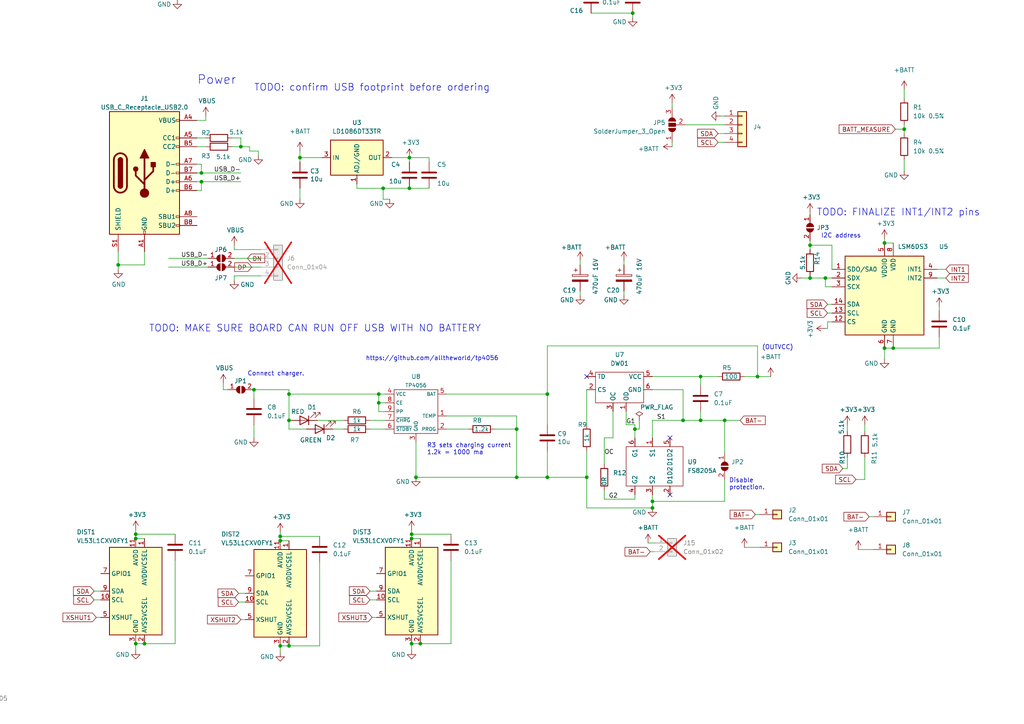
<source format=kicad_sch>
(kicad_sch (version 20230121) (generator eeschema)
  (paper "A4")
  (junction (at 259.08 100.965))
  (junction (at 120.65 138.43))
  (junction (at 386.715 112.395))
  (junction (at 402.59 177.8))
  (junction (at 41.91 186.69))
  (junction (at -99.695 142.875))
  (junction (at 368.935 13.335))
  (junction (at 69.85 42.545))
  (junction (at -175.895 38.1))
  (junction (at 81.28 187.325))
  (junction (at -158.75 38.1))
  (junction (at 351.79 112.395))
  (junction (at -135.255 170.815))
  (junction (at 386.715 45.72))
  (junction (at 58.42 52.705))
  (junction (at 18.415 -16.51))
  (junction (at 234.95 80.645))
  (junction (at 83.82 121.92))
  (junction (at 385.445 -13.97))
  (junction (at -140.97 38.1))
  (junction (at 334.645 45.72))
  (junction (at -153.035 170.815))
  (junction (at -105.41 66.675))
  (junction (at 334.645 80.01))
  (junction (at 39.37 186.69))
  (junction (at 119.38 156.21))
  (junction (at 219.71 109.22))
  (junction (at 86.995 45.72))
  (junction (at 184.15 124.46))
  (junction (at 81.28 155.575))
  (junction (at 210.185 121.92))
  (junction (at 437.515 13.335))
  (junction (at -85.725 66.675))
  (junction (at 334.645 -13.97))
  (junction (at -158.75 66.675))
  (junction (at 386.715 13.335))
  (junction (at 351.79 177.8))
  (junction (at 420.37 80.01))
  (junction (at 403.225 45.72))
  (junction (at -81.915 142.875))
  (junction (at 472.44 45.72))
  (junction (at 454.66 45.72))
  (junction (at 351.79 13.335))
  (junction (at -123.19 66.675))
  (junction (at 109.855 114.3))
  (junction (at -20.955 195.58))
  (junction (at -88.9 38.1))
  (junction (at 34.29 76.835))
  (junction (at 386.715 144.78))
  (junction (at 73.66 113.03))
  (junction (at 437.515 144.78))
  (junction (at 198.12 121.92))
  (junction (at 472.44 112.395))
  (junction (at -150.495 111.125))
  (junction (at 121.92 186.69))
  (junction (at 158.75 138.43))
  (junction (at -21.59 245.11))
  (junction (at 385.445 177.8))
  (junction (at 203.2 109.22))
  (junction (at -140.97 66.675))
  (junction (at -138.43 111.125))
  (junction (at 170.18 138.43))
  (junction (at 83.82 187.325))
  (junction (at 118.745 54.61))
  (junction (at -21.59 234.95))
  (junction (at 262.255 37.465))
  (junction (at 334.645 144.78))
  (junction (at 454.66 13.335))
  (junction (at 83.82 114.3))
  (junction (at -194.31 38.1))
  (junction (at -153.035 142.875))
  (junction (at -135.255 142.875))
  (junction (at 437.515 112.395))
  (junction (at 119.38 154.94))
  (junction (at 189.23 147.32))
  (junction (at 58.42 50.165))
  (junction (at -103.505 -3.175))
  (junction (at 419.735 177.8))
  (junction (at 351.79 45.72))
  (junction (at 454.66 80.01))
  (junction (at 334.645 13.335))
  (junction (at 203.2 121.92))
  (junction (at 256.54 70.485))
  (junction (at 239.395 80.645))
  (junction (at 149.86 124.46))
  (junction (at 403.225 112.395))
  (junction (at 171.45 -3.81))
  (junction (at 420.37 144.78))
  (junction (at 368.3 -13.97))
  (junction (at 234.95 71.12))
  (junction (at 109.855 116.84))
  (junction (at 351.79 80.01))
  (junction (at 119.38 186.69))
  (junction (at 420.37 45.72))
  (junction (at 437.515 45.72))
  (junction (at 472.44 13.335))
  (junction (at 368.935 112.395))
  (junction (at 403.225 80.01))
  (junction (at -123.19 38.1))
  (junction (at 420.37 13.335))
  (junction (at 39.37 156.21))
  (junction (at 386.715 80.01))
  (junction (at 158.75 114.3))
  (junction (at 454.66 112.395))
  (junction (at 183.515 -3.81))
  (junction (at -117.475 142.875))
  (junction (at -20.955 225.425))
  (junction (at 368.935 45.72))
  (junction (at -121.285 -15.875))
  (junction (at 183.515 3.81))
  (junction (at 81.28 156.845))
  (junction (at 111.125 54.61))
  (junction (at 368.935 144.78))
  (junction (at 351.155 -13.97))
  (junction (at 351.79 144.78))
  (junction (at -105.41 38.1))
  (junction (at 368.935 80.01))
  (junction (at -121.285 -14.605))
  (junction (at -175.895 66.675))
  (junction (at 334.01 177.8))
  (junction (at 118.745 45.72))
  (junction (at -20.955 205.74))
  (junction (at 403.225 144.78))
  (junction (at 18.415 -62.23))
  (junction (at -134.62 -29.845))
  (junction (at -20.955 215.265))
  (junction (at 368.3 177.8))
  (junction (at 420.37 112.395))
  (junction (at 437.515 80.01))
  (junction (at -194.31 66.675))
  (junction (at 189.23 145.415))
  (junction (at 334.645 112.395))
  (junction (at 39.37 154.94))
  (junction (at -121.285 -5.715))
  (junction (at 403.225 13.335))
  (junction (at 256.54 100.965))
  (junction (at 472.44 80.01))
  (junction (at 149.86 138.43))
  (no_connect (at 170.18 109.22))
  (no_connect (at 194.31 143.51))
  (no_connect (at 194.31 127))
  (wire (pts (xy 500.38 4.445) (xy 500.38 19.05)))
  (wire (pts (xy -69.85 20.32) (xy -69.85 21.59)))
  (wire (pts (xy 203.2 109.22) (xy 203.2 111.76)))
  (wire (pts (xy -249.555 24.13) (xy -250.825 24.13)))
  (wire (pts (xy 27.305 171.45) (xy 29.21 171.45)))
  (wire (pts (xy 168.275 -34.29) (xy 167.005 -34.29)))
  (wire (pts (xy 111.76 124.46) (xy 107.315 124.46)))
  (wire (pts (xy 107.315 121.92) (xy 111.76 121.92)))
  (wire (pts (xy -32.385 220.345) (xy -19.05 220.345)))
  (wire (pts (xy 168.275 -52.07) (xy 167.005 -52.07)))
  (wire (pts (xy 130.81 186.69) (xy 130.81 162.56)))
  (wire (pts (xy 59.69 33.655) (xy 59.69 34.925)))
  (wire (pts (xy -115.57 57.785) (xy -113.03 57.785)))
  (wire (pts (xy 472.44 13.335) (xy 488.95 13.335)))
  (wire (pts (xy -186.69 29.21) (xy -183.515 29.21)))
  (wire (pts (xy 52.705 -3.81) (xy 51.435 -3.81)))
  (wire (pts (xy 437.515 62.23) (xy 437.515 63.5)))
  (wire (pts (xy 198.755 36.195) (xy 210.185 36.195)))
  (wire (pts (xy 81.28 156.845) (xy 83.82 156.845)))
  (wire (pts (xy 368.935 127) (xy 368.935 128.27)))
  (wire (pts (xy -121.285 -30.48) (xy -121.285 -28.575)))
  (wire (pts (xy 410.21 168.91) (xy 412.115 168.91)))
  (wire (pts (xy 323.215 118.11) (xy 323.215 135.89)))
  (wire (pts (xy 341.63 168.91) (xy 344.17 168.91)))
  (wire (pts (xy 368.935 62.23) (xy 368.935 63.5)))
  (wire (pts (xy -88.9 36.83) (xy -88.9 38.1)))
  (wire (pts (xy 420.37 44.45) (xy 420.37 45.72)))
  (wire (pts (xy 83.82 113.03) (xy 83.82 114.3)))
  (wire (pts (xy 368.3 176.53) (xy 368.3 177.8)))
  (wire (pts (xy 472.44 94.615) (xy 472.44 95.885)))
  (wire (pts (xy 58.42 50.165) (xy 69.85 50.165)))
  (wire (pts (xy 244.475 135.89) (xy 245.745 135.89)))
  (wire (pts (xy 386.715 80.01) (xy 403.225 80.01)))
  (wire (pts (xy -203.2 102.235) (xy -201.93 102.235)))
  (wire (pts (xy 334.645 62.23) (xy 334.645 63.5)))
  (wire (pts (xy -162.56 133.985) (xy -160.655 133.985)))
  (wire (pts (xy 245.745 123.19) (xy 245.745 125.095)))
  (wire (pts (xy 472.44 78.74) (xy 472.44 80.01)))
  (wire (pts (xy 334.645 45.72) (xy 351.79 45.72)))
  (wire (pts (xy 368.935 13.335) (xy 386.715 13.335)))
  (wire (pts (xy 500.38 52.07) (xy 321.945 52.07)))
  (wire (pts (xy 245.745 -49.53) (xy 245.745 -48.26)))
  (wire (pts (xy 121.92 186.69) (xy 130.81 186.69)))
  (wire (pts (xy -105.41 48.895) (xy -105.41 50.165)))
  (wire (pts (xy 410.845 4.445) (xy 412.75 4.445)))
  (wire (pts (xy 462.28 4.445) (xy 464.82 4.445)))
  (wire (pts (xy 394.335 36.83) (xy 395.605 36.83)))
  (wire (pts (xy -78.105 57.785) (xy -74.295 57.785)))
  (wire (pts (xy -135.255 153.035) (xy -135.255 154.305)))
  (wire (pts (xy 64.77 113.03) (xy 66.04 113.03)))
  (wire (pts (xy 437.515 144.78) (xy 454.66 144.78)))
  (wire (pts (xy 403.225 62.23) (xy 403.225 63.5)))
  (wire (pts (xy -116.84 -40.64) (xy -121.92 -40.64)))
  (wire (pts (xy -32.385 205.74) (xy -20.955 205.74)))
  (wire (pts (xy 86.995 46.99) (xy 86.995 45.72)))
  (wire (pts (xy -109.855 133.985) (xy -107.315 133.985)))
  (wire (pts (xy -93.345 -10.795) (xy -91.44 -10.795)))
  (wire (pts (xy 472.44 27.94) (xy 472.44 29.21)))
  (wire (pts (xy 189.23 109.22) (xy 203.2 109.22)))
  (wire (pts (xy 109.855 116.84) (xy 109.855 119.38)))
  (wire (pts (xy 107.95 179.07) (xy 109.22 179.07)))
  (wire (pts (xy -198.12 66.675) (xy -194.31 66.675)))
  (wire (pts (xy 427.99 103.505) (xy 429.895 103.505)))
  (wire (pts (xy 300.355 -48.26) (xy 302.26 -48.26)))
  (wire (pts (xy 48.895 74.93) (xy 60.325 74.93)))
  (wire (pts (xy 358.775 -22.86) (xy 360.68 -22.86)))
  (wire (pts (xy 427.355 168.91) (xy 430.53 168.91)))
  (wire (pts (xy 351.79 13.335) (xy 368.935 13.335)))
  (wire (pts (xy 500.38 71.12) (xy 500.38 85.725)))
  (wire (pts (xy -66.675 65.405) (xy -66.675 66.675)))
  (wire (pts (xy -123.19 20.32) (xy -123.19 21.59)))
  (wire (pts (xy 107.315 173.99) (xy 109.22 173.99)))
  (wire (pts (xy 210.185 121.92) (xy 210.185 131.445)))
  (wire (pts (xy 250.825 139.065) (xy 250.825 132.715)))
  (wire (pts (xy 208.915 33.655) (xy 210.185 33.655)))
  (wire (pts (xy 83.82 121.92) (xy 83.82 114.3)))
  (wire (pts (xy 111.125 57.785) (xy 111.125 54.61)))
  (wire (pts (xy 437.515 -4.445) (xy 437.515 -3.175)))
  (wire (pts (xy 42.545 -81.28) (xy 41.275 -81.28)))
  (wire (pts (xy 50.8 162.56) (xy 50.8 186.69)))
  (wire (pts (xy 183.515 3.81) (xy 183.515 5.08)))
  (wire (pts (xy 472.44 -4.445) (xy 472.44 -3.175)))
  (wire (pts (xy -194.31 38.1) (xy -175.895 38.1)))
  (wire (pts (xy 488.95 78.74) (xy 488.95 80.01)))
  (wire (pts (xy 368.935 44.45) (xy 368.935 45.72)))
  (wire (pts (xy 57.15 52.705) (xy 58.42 52.705)))
  (wire (pts (xy -64.135 141.605) (xy -64.135 142.875)))
  (wire (pts (xy 403.225 45.72) (xy 420.37 45.72)))
  (wire (pts (xy 248.285 139.065) (xy 250.825 139.065)))
  (wire (pts (xy 210.185 121.92) (xy 214.63 121.92)))
  (wire (pts (xy 175.26 142.24) (xy 175.26 144.78)))
  (wire (pts (xy -116.84 -15.875) (xy -121.285 -15.875)))
  (wire (pts (xy 235.585 -27.94) (xy 235.585 -26.67)))
  (wire (pts (xy 219.71 100.33) (xy 219.71 109.22)))
  (wire (pts (xy -81.915 125.095) (xy -81.915 126.365)))
  (wire (pts (xy -135.255 170.815) (xy -117.475 170.815)))
  (wire (pts (xy 103.505 54.61) (xy 111.125 54.61)))
  (wire (pts (xy 73.66 113.03) (xy 73.66 115.57)))
  (wire (pts (xy 359.41 36.83) (xy 361.315 36.83)))
  (wire (pts (xy 256.54 69.215) (xy 256.54 70.485)))
  (wire (pts (xy 368.935 94.615) (xy 368.935 95.885)))
  (wire (pts (xy 496.57 103.505) (xy 500.38 103.505)))
  (wire (pts (xy 189.23 121.92) (xy 198.12 121.92)))
  (wire (pts (xy 500.38 103.505) (xy 500.38 118.11)))
  (wire (pts (xy 67.31 40.005) (xy 69.85 40.005)))
  (wire (pts (xy -194.31 48.895) (xy -194.31 50.165)))
  (wire (pts (xy -110.49 -5.715) (xy -110.49 -8.255)))
  (wire (pts (xy 445.135 71.12) (xy 447.04 71.12)))
  (wire (pts (xy 299.72 -27.94) (xy 300.355 -27.94)))
  (wire (pts (xy 359.41 168.91) (xy 360.68 168.91)))
  (wire (pts (xy -81.28 29.21) (xy -77.47 29.21)))
  (wire (pts (xy -123.19 66.675) (xy -105.41 66.675)))
  (wire (pts (xy -88.9 38.1) (xy -69.85 38.1)))
  (wire (pts (xy 351.155 -31.75) (xy 351.155 -30.48)))
  (wire (pts (xy 181.61 123.19) (xy 184.15 123.19)))
  (wire (pts (xy 47.625 -57.15) (xy 52.705 -57.15)))
  (wire (pts (xy 51.435 -3.81) (xy 51.435 0)))
  (wire (pts (xy 359.41 103.505) (xy 361.315 103.505)))
  (wire (pts (xy 393.065 -22.86) (xy 394.97 -22.86)))
  (wire (pts (xy -150.495 113.03) (xy -150.495 111.125)))
  (wire (pts (xy 168.275 -39.37) (xy 167.005 -39.37)))
  (wire (pts (xy -166.37 97.155) (xy -165.735 97.155)))
  (wire (pts (xy 402.59 177.8) (xy 419.735 177.8)))
  (wire (pts (xy 342.265 -22.86) (xy 343.535 -22.86)))
  (wire (pts (xy -250.825 34.29) (xy -249.555 34.29)))
  (wire (pts (xy -201.93 97.155) (xy -203.2 97.155)))
  (wire (pts (xy 18.415 -62.23) (xy 18.415 -64.135)))
  (wire (pts (xy 189.23 113.03) (xy 198.12 113.03)))
  (wire (pts (xy 170.18 130.81) (xy 170.18 138.43)))
  (wire (pts (xy 496.57 4.445) (xy 500.38 4.445)))
  (wire (pts (xy -194.31 66.675) (xy -175.895 66.675)))
  (wire (pts (xy 241.3 83.185) (xy 239.395 83.185)))
  (wire (pts (xy 437.515 45.72) (xy 454.66 45.72)))
  (wire (pts (xy 488.95 111.125) (xy 488.95 112.395)))
  (wire (pts (xy 18.415 -62.23) (xy 23.495 -62.23)))
  (wire (pts (xy 333.375 112.395) (xy 334.645 112.395)))
  (wire (pts (xy 167.005 -41.91) (xy 168.275 -41.91)))
  (wire (pts (xy 256.54 100.965) (xy 259.08 100.965)))
  (wire (pts (xy 184.15 124.46) (xy 184.15 127)))
  (wire (pts (xy 454.66 12.065) (xy 454.66 13.335)))
  (wire (pts (xy 420.37 111.125) (xy 420.37 112.395)))
  (wire (pts (xy 419.735 160.02) (xy 419.735 161.29)))
  (wire (pts (xy 177.8 127) (xy 175.26 127)))
  (wire (pts (xy 86.995 45.72) (xy 93.345 45.72)))
  (wire (pts (xy 420.37 80.01) (xy 437.515 80.01)))
  (wire (pts (xy 437.515 13.335) (xy 454.66 13.335)))
  (wire (pts (xy 334.645 80.01) (xy 351.79 80.01)))
  (wire (pts (xy -163.195 146.05) (xy -163.195 161.925)))
  (wire (pts (xy 38.735 -52.07) (xy 47.625 -52.07)))
  (wire (pts (xy 420.37 45.72) (xy 437.515 45.72)))
  (wire (pts (xy -53.975 133.985) (xy -53.975 146.05)))
  (wire (pts (xy 420.37 78.74) (xy 420.37 80.01)))
  (wire (pts (xy 119.38 156.21) (xy 121.92 156.21)))
  (wire (pts (xy 312.42 -55.88) (xy 309.88 -55.88)))
  (wire (pts (xy -33.02 245.11) (xy -21.59 245.11)))
  (wire (pts (xy -126.365 -14.605) (xy -126.365 -13.97)))
  (wire (pts (xy 39.37 154.94) (xy 39.37 156.21)))
  (wire (pts (xy -150.495 111.125) (xy -138.43 111.125)))
  (wire (pts (xy 321.945 71.12) (xy 327.025 71.12)))
  (wire (pts (xy 177.8 119.38) (xy 177.8 127)))
  (wire (pts (xy 215.9 109.22) (xy 219.71 109.22)))
  (wire (pts (xy 402.59 176.53) (xy 402.59 177.8)))
  (wire (pts (xy -33.02 234.95) (xy -21.59 234.95)))
  (wire (pts (xy 437.515 78.74) (xy 437.515 80.01)))
  (wire (pts (xy 368.3 177.8) (xy 385.445 177.8)))
  (wire (pts (xy -154.305 170.815) (xy -153.035 170.815)))
  (wire (pts (xy -175.895 20.32) (xy -175.895 21.59)))
  (wire (pts (xy 500.38 36.83) (xy 500.38 52.07)))
  (wire (pts (xy 351.79 111.125) (xy 351.79 112.395)))
  (wire (pts (xy 58.42 55.245) (xy 58.42 52.705)))
  (wire (pts (xy -97.79 29.21) (xy -96.52 29.21)))
  (wire (pts (xy 34.29 73.025) (xy 34.29 76.835)))
  (wire (pts (xy -140.97 48.895) (xy -140.97 50.165)))
  (wire (pts (xy 351.79 177.8) (xy 368.3 177.8)))
  (wire (pts (xy 420.37 -4.445) (xy 420.37 -3.175)))
  (wire (pts (xy -108.585 -13.335) (xy -116.84 -13.335)))
  (wire (pts (xy -158.75 36.83) (xy -158.75 38.1)))
  (wire (pts (xy 334.645 111.125) (xy 334.645 112.395)))
  (wire (pts (xy 119.38 154.94) (xy 130.81 154.94)))
  (wire (pts (xy 271.78 78.105) (xy 274.32 78.105)))
  (wire (pts (xy 215.9 158.75) (xy 220.345 158.75)))
  (wire (pts (xy 333.375 144.78) (xy 334.645 144.78)))
  (wire (pts (xy 420.37 12.065) (xy 420.37 13.335)))
  (wire (pts (xy 411.48 -22.86) (xy 411.48 -11.43)))
  (wire (pts (xy -11.43 -39.37) (xy -16.51 -39.37)))
  (wire (pts (xy -33.02 237.49) (xy -19.685 237.49)))
  (wire (pts (xy 321.945 150.495) (xy 321.945 168.91)))
  (wire (pts (xy 472.44 62.23) (xy 472.44 63.5)))
  (wire (pts (xy 170.18 147.32) (xy 189.23 147.32)))
  (wire (pts (xy 375.92 -22.86) (xy 377.825 -22.86)))
  (wire (pts (xy 189.23 127) (xy 189.23 121.92)))
  (wire (pts (xy 334.645 27.94) (xy 334.645 29.21)))
  (wire (pts (xy 83.82 114.3) (xy 109.855 114.3)))
  (wire (pts (xy 301.625 -17.78) (xy 301.625 -15.24)))
  (wire (pts (xy 309.88 -57.785) (xy 309.88 -55.88)))
  (wire (pts (xy 472.44 112.395) (xy 488.95 112.395)))
  (wire (pts (xy -213.995 24.13) (xy -213.36 24.13)))
  (wire (pts (xy 240.03 93.345) (xy 240.03 95.25)))
  (wire (pts (xy 262.89 -17.78) (xy 264.16 -17.78)))
  (wire (pts (xy 119.38 186.69) (xy 119.38 188.595)))
  (wire (pts (xy 234.95 80.01) (xy 234.95 80.645)))
  (wire (pts (xy 420.37 143.51) (xy 420.37 144.78)))
  (wire (pts (xy 299.72 -22.86) (xy 327.025 -22.86)))
  (wire (pts (xy 368.3 -31.75) (xy 368.3 -30.48)))
  (wire (pts (xy 234.95 -49.53) (xy 234.95 -48.26)))
  (wire (pts (xy 264.795 -58.42) (xy 263.525 -58.42)))
  (wire (pts (xy -203.2 107.315) (xy -201.93 107.315)))
  (wire (pts (xy -62.23 40.005) (xy -205.105 40.005)))
  (wire (pts (xy 241.3 93.345) (xy 240.03 93.345)))
  (wire (pts (xy 386.715 94.615) (xy 386.715 95.885)))
  (wire (pts (xy 158.75 114.3) (xy 158.75 123.19)))
  (wire (pts (xy 334.645 44.45) (xy 334.645 45.72)))
  (wire (pts (xy 454.66 80.01) (xy 472.44 80.01)))
  (wire (pts (xy 262.89 -27.94) (xy 262.89 -29.21)))
  (wire (pts (xy 262.255 26.035) (xy 262.255 28.575)))
  (wire (pts (xy 368.935 27.94) (xy 368.935 29.21)))
  (wire (pts (xy 309.88 -50.8) (xy 309.88 -46.99)))
  (wire (pts (xy -175.895 66.675) (xy -158.75 66.675)))
  (wire (pts (xy 109.855 114.3) (xy 111.76 114.3)))
  (wire (pts (xy 334.645 112.395) (xy 351.79 112.395)))
  (wire (pts (xy 386.715 112.395) (xy 403.225 112.395)))
  (wire (pts (xy 113.03 57.785) (xy 111.125 57.785)))
  (wire (pts (xy -153.035 125.095) (xy -153.035 126.365)))
  (wire (pts (xy -153.035 142.875) (xy -135.255 142.875)))
  (wire (pts (xy 259.715 37.465) (xy 262.255 37.465)))
  (wire (pts (xy -156.21 111.125) (xy -150.495 111.125)))
  (wire (pts (xy 184.15 123.19) (xy 184.15 124.46)))
  (wire (pts (xy -117.475 142.875) (xy -99.695 142.875)))
  (wire (pts (xy 480.06 103.505) (xy 481.33 103.505)))
  (wire (pts (xy 334.645 127) (xy 334.645 128.27)))
  (wire (pts (xy 234.95 -58.42) (xy 234.95 -57.15)))
  (wire (pts (xy 107.315 171.45) (xy 109.22 171.45)))
  (wire (pts (xy -194.31 36.83) (xy -194.31 38.1)))
  (wire (pts (xy 124.46 46.99) (xy 124.46 45.72)))
  (wire (pts (xy 488.95 44.45) (xy 488.95 45.72)))
  (wire (pts (xy -144.78 -29.845) (xy -143.51 -29.845)))
  (wire (pts (xy 410.845 135.89) (xy 412.75 135.89)))
  (wire (pts (xy 187.96 157.48) (xy 189.865 157.48)))
  (wire (pts (xy 488.95 -4.445) (xy 488.95 -3.175)))
  (wire (pts (xy -140.97 38.1) (xy -123.19 38.1)))
  (wire (pts (xy 272.415 100.965) (xy 259.08 100.965)))
  (wire (pts (xy 3.175 -39.37) (xy 1.905 -39.37)))
  (wire (pts (xy -213.995 34.29) (xy -213.36 34.29)))
  (wire (pts (xy -109.855 102.235) (xy -109.855 116.205)))
  (wire (pts (xy -74.295 133.985) (xy -71.755 133.985)))
  (wire (pts (xy 351.155 -13.97) (xy 368.3 -13.97)))
  (wire (pts (xy 368.3 -15.24) (xy 368.3 -13.97)))
  (wire (pts (xy -85.725 66.675) (xy -66.675 66.675)))
  (wire (pts (xy 420.37 112.395) (xy 437.515 112.395)))
  (wire (pts (xy -123.19 -30.48) (xy -121.285 -30.48)))
  (wire (pts (xy 394.335 71.12) (xy 395.605 71.12)))
  (wire (pts (xy -121.285 -5.715) (xy -126.365 -5.715)))
  (wire (pts (xy 402.59 160.02) (xy 402.59 161.29)))
  (wire (pts (xy 334.645 94.615) (xy 334.645 95.885)))
  (wire (pts (xy 81.28 155.575) (xy 92.71 155.575)))
  (wire (pts (xy 334.645 144.78) (xy 351.79 144.78)))
  (wire (pts (xy 454.66 27.94) (xy 454.66 29.21)))
  (wire (pts (xy -32.385 215.265) (xy -20.955 215.265)))
  (wire (pts (xy 240.03 95.25) (xy 239.395 95.25)))
  (wire (pts (xy 272.415 97.79) (xy 272.415 100.965)))
  (wire (pts (xy -135.89 -29.845) (xy -134.62 -29.845)))
  (wire (pts (xy -175.895 36.83) (xy -175.895 38.1)))
  (wire (pts (xy 488.95 12.065) (xy 488.95 13.335)))
  (wire (pts (xy 69.85 40.005) (xy 69.85 42.545)))
  (wire (pts (xy 334.01 176.53) (xy 334.01 177.8)))
  (wire (pts (xy 437.515 112.395) (xy 454.66 112.395)))
  (wire (pts (xy -213.36 34.29) (xy -213.36 39.37)))
  (wire (pts (xy -92.075 133.985) (xy -89.535 133.985)))
  (wire (pts (xy 40.005 -86.36) (xy 42.545 -86.36)))
  (wire (pts (xy 208.28 41.275) (xy 210.185 41.275)))
  (wire (pts (xy 262.89 -22.86) (xy 264.16 -22.86)))
  (wire (pts (xy 351.79 27.94) (xy 351.79 29.21)))
  (wire (pts (xy -120.65 93.345) (xy -120.65 94.615)))
  (wire (pts (xy -121.285 -14.605) (xy -126.365 -14.605)))
  (wire (pts (xy 75.565 80.01) (xy 67.945 80.01)))
  (wire (pts (xy 368.935 80.01) (xy 386.715 80.01)))
  (wire (pts (xy -89.535 -28.575) (xy -89.535 -27.305)))
  (wire (pts (xy 240.03 90.805) (xy 241.3 90.805)))
  (wire (pts (xy 386.715 111.125) (xy 386.715 112.395)))
  (wire (pts (xy -113.03 102.235) (xy -109.855 102.235)))
  (wire (pts (xy 466.725 135.89) (xy 466.725 150.495)))
  (wire (pts (xy 72.39 43.815) (xy 74.93 43.815)))
  (wire (pts (xy 168.275 75.565) (xy 168.275 76.835)))
  (wire (pts (xy 420.37 62.23) (xy 420.37 63.5)))
  (wire (pts (xy 183.515 -3.81) (xy 183.515 -5.715)))
  (wire (pts (xy -213.995 29.21) (xy -201.93 29.21)))
  (wire (pts (xy 351.79 127) (xy 351.79 128.27)))
  (wire (pts (xy 488.95 62.23) (xy 488.95 63.5)))
  (wire (pts (xy 263.525 -48.26) (xy 264.795 -48.26)))
  (wire (pts (xy 81.28 155.575) (xy 81.28 156.845)))
  (wire (pts (xy 488.95 27.94) (xy 488.95 29.21)))
  (wire (pts (xy 342.265 135.89) (xy 344.17 135.89)))
  (wire (pts (xy 41.275 -88.9) (xy 41.275 -90.17)))
  (wire (pts (xy 171.45 3.81) (xy 183.515 3.81)))
  (wire (pts (xy 67.945 77.47) (xy 75.565 77.47)))
  (wire (pts (xy 84.455 121.92) (xy 83.82 121.92)))
  (wire (pts (xy 168.91 -49.53) (xy 167.005 -49.53)))
  (wire (pts (xy 351.79 45.72) (xy 368.935 45.72)))
  (wire (pts (xy -175.895 65.405) (xy -175.895 66.675)))
  (wire (pts (xy -156.21 109.855) (xy -156.21 111.125)))
  (wire (pts (xy 185.42 121.92) (xy 185.42 124.46)))
  (wire (pts (xy 189.23 143.51) (xy 189.23 145.415)))
  (wire (pts (xy 351.79 176.53) (xy 351.79 177.8)))
  (wire (pts (xy 393.065 168.91) (xy 394.97 168.91)))
  (wire (pts (xy 120.65 128.27) (xy 120.65 138.43)))
  (wire (pts (xy 437.515 80.01) (xy 454.66 80.01)))
  (wire (pts (xy 167.005 -59.69) (xy 173.99 -59.69)))
  (wire (pts (xy 170.18 113.03) (xy 170.18 123.19)))
  (wire (pts (xy -158.75 48.895) (xy -158.75 50.165)))
  (wire (pts (xy -123.19 36.83) (xy -123.19 38.1)))
  (wire (pts (xy -186.69 57.785) (xy -183.515 57.785)))
  (wire (pts (xy -133.35 29.21) (xy -130.81 29.21)))
  (wire (pts (xy 149.86 120.65) (xy 149.86 124.46)))
  (wire (pts (xy -81.915 142.875) (xy -64.135 142.875)))
  (wire (pts (xy 321.945 168.91) (xy 326.39 168.91)))
  (wire (pts (xy 167.005 -31.75) (xy 168.275 -31.75)))
  (wire (pts (xy -140.97 20.32) (xy -140.97 21.59)))
  (wire (pts (xy 385.445 -31.75) (xy 385.445 -30.48)))
  (wire (pts (xy -121.285 -13.97) (xy -121.285 -14.605)))
  (wire (pts (xy 198.12 121.92) (xy 203.2 121.92)))
  (wire (pts (xy 342.265 71.12) (xy 344.17 71.12)))
  (wire (pts (xy -153.035 170.815) (xy -135.255 170.815)))
  (wire (pts (xy -33.02 242.57) (xy -19.685 242.57)))
  (wire (pts (xy -99.695 142.875) (xy -81.915 142.875)))
  (wire (pts (xy 385.445 -13.97) (xy 402.59 -13.97)))
  (wire (pts (xy -89.535 -37.465) (xy -89.535 -36.195)))
  (wire (pts (xy 184.15 144.78) (xy 184.15 143.51)))
  (wire (pts (xy -103.505 -3.175) (xy -103.505 -1.905)))
  (wire (pts (xy 376.555 71.12) (xy 379.095 71.12)))
  (wire (pts (xy -32.385 203.2) (xy -19.05 203.2)))
  (wire (pts (xy 437.515 127) (xy 437.515 128.27)))
  (wire (pts (xy -115.57 29.21) (xy -113.03 29.21)))
  (wire (pts (xy 27.94 179.07) (xy 29.21 179.07)))
  (wire (pts (xy -20.955 215.265) (xy -19.05 215.265)))
  (wire (pts (xy 168.91 -26.67) (xy 167.005 -26.67)))
  (wire (pts (xy -127.635 133.985) (xy -125.095 133.985)))
  (wire (pts (xy 427.99 4.445) (xy 429.895 4.445)))
  (wire (pts (xy 403.225 112.395) (xy 420.37 112.395)))
  (wire (pts (xy -226.06 88.9) (xy -226.06 90.17)))
  (wire (pts (xy 210.185 145.415) (xy 210.185 139.065)))
  (wire (pts (xy 188.595 160.02) (xy 189.865 160.02)))
  (wire (pts (xy 119.38 153.67) (xy 119.38 154.94)))
  (wire (pts (xy 96.52 124.46) (xy 99.695 124.46)))
  (wire (pts (xy 394.335 135.89) (xy 395.605 135.89)))
  (wire (pts (xy 402.59 -15.24) (xy 402.59 -13.97)))
  (wire (pts (xy 403.225 143.51) (xy 403.225 144.78)))
  (wire (pts (xy -21.59 245.11) (xy -19.685 245.11)))
  (wire (pts (xy -56.515 133.985) (xy -53.975 133.985)))
  (wire (pts (xy -153.035 169.545) (xy -153.035 170.815)))
  (wire (pts (xy 334.645 143.51) (xy 334.645 144.78)))
  (wire (pts (xy -151.13 57.785) (xy -148.59 57.785)))
  (wire (pts (xy 27.305 173.99) (xy 29.21 173.99)))
  (wire (pts (xy 403.225 80.01) (xy 420.37 80.01)))
  (wire (pts (xy 351.79 80.01) (xy 368.935 80.01)))
  (wire (pts (xy 57.15 34.925) (xy 59.69 34.925)))
  (wire (pts (xy -135.255 169.545) (xy -135.255 170.815)))
  (wire (pts (xy 427.99 71.12) (xy 429.895 71.12)))
  (wire (pts (xy 312.42 -50.8) (xy 309.88 -50.8)))
  (wire (pts (xy 300.99 -58.42) (xy 300.99 -59.69)))
  (wire (pts (xy 194.945 41.275) (xy 194.945 42.545)))
  (wire (pts (xy 194.945 29.845) (xy 194.945 31.115)))
  (wire (pts (xy 394.335 103.505) (xy 395.605 103.505)))
  (wire (pts (xy -85.725 48.895) (xy -85.725 50.165)))
  (wire (pts (xy -175.895 48.895) (xy -175.895 50.165)))
  (wire (pts (xy -11.43 -44.45) (xy -11.43 -39.37)))
  (wire (pts (xy 323.215 103.505) (xy 327.025 103.505)))
  (wire (pts (xy 111.76 119.38) (xy 109.855 119.38)))
  (wire (pts (xy -3.175 -68.58) (xy -3.175 -67.31)))
  (wire (pts (xy 39.37 153.67) (xy 39.37 154.94)))
  (wire (pts (xy 168.275 -36.83) (xy 167.005 -36.83)))
  (wire (pts (xy 325.755 -13.97) (xy 334.645 -13.97)))
  (wire (pts (xy 323.215 19.05) (xy 323.215 36.83)))
  (wire (pts (xy 472.44 80.01) (xy 488.95 80.01)))
  (wire (pts (xy 299.72 -17.78) (xy 301.625 -17.78)))
  (wire (pts (xy 158.75 138.43) (xy 170.18 138.43)))
  (wire (pts (xy 332.74 45.72) (xy 334.645 45.72)))
  (wire (pts (xy 234.95 61.595) (xy 234.95 62.23)))
  (wire (pts (xy 368.3 160.02) (xy 368.3 161.29)))
  (wire (pts (xy 394.335 4.445) (xy 395.605 4.445)))
  (wire (pts (xy 39.37 186.69) (xy 41.91 186.69)))
  (wire (pts (xy -162.56 116.205) (xy -162.56 133.985)))
  (wire (pts (xy 124.46 45.72) (xy 118.745 45.72)))
  (wire (pts (xy -163.195 161.925) (xy -160.655 161.925)))
  (wire (pts (xy -205.105 40.005) (xy -205.105 57.785)))
  (wire (pts (xy 256.54 100.965) (xy 256.54 104.14)))
  (wire (pts (xy -35.56 -46.99) (xy -24.13 -46.99)))
  (wire (pts (xy 410.845 36.83) (xy 412.75 36.83)))
  (wire (pts (xy 403.225 13.335) (xy 420.37 13.335)))
  (wire (pts (xy 472.44 45.72) (xy 488.95 45.72)))
  (wire (pts (xy 167.005 -3.81) (xy 171.45 -3.81)))
  (wire (pts (xy -32.385 198.12) (xy -19.05 198.12)))
  (wire (pts (xy -158.75 38.1) (xy -140.97 38.1)))
  (wire (pts (xy 438.15 176.53) (xy 438.15 177.8)))
  (wire (pts (xy 81.28 187.325) (xy 83.82 187.325)))
  (wire (pts (xy -81.915 141.605) (xy -81.915 142.875)))
  (wire (pts (xy 386.715 12.065) (xy 386.715 13.335)))
  (wire (pts (xy 403.225 94.615) (xy 403.225 95.885)))
  (wire (pts (xy 454.66 94.615) (xy 454.66 95.885)))
  (wire (pts (xy 427.99 135.89) (xy 429.895 135.89)))
  (wire (pts (xy -126.365 -5.715) (xy -126.365 -6.35)))
  (wire (pts (xy 103.505 54.61) (xy 103.505 53.34)))
  (wire (pts (xy 427.99 36.83) (xy 429.895 36.83)))
  (wire (pts (xy 376.555 135.89) (xy 379.095 135.89)))
  (wire (pts (xy -205.105 57.785) (xy -201.93 57.785)))
  (wire (pts (xy -152.4 113.03) (xy -150.495 113.03)))
  (wire (pts (xy 264.16 -27.94) (xy 262.89 -27.94)))
  (wire (pts (xy -135.255 142.875) (xy -117.475 142.875)))
  (wire (pts (xy 34.29 76.835) (xy 34.29 78.105)))
  (wire (pts (xy 272.415 88.9) (xy 272.415 90.17)))
  (wire (pts (xy 189.23 145.415) (xy 210.185 145.415)))
  (wire (pts (xy 143.51 124.46) (xy 149.86 124.46)))
  (wire (pts (xy -105.41 65.405) (xy -105.41 66.675)))
  (wire (pts (xy 462.28 36.83) (xy 464.82 36.83)))
  (wire (pts (xy 189.23 145.415) (xy 189.23 147.32)))
  (wire (pts (xy 235.585 -19.05) (xy 235.585 -17.78)))
  (wire (pts (xy 386.715 45.72) (xy 403.225 45.72)))
  (wire (pts (xy 119.38 186.69) (xy 121.92 186.69)))
  (wire (pts (xy -148.59 102.235) (xy -146.05 102.235)))
  (wire (pts (xy 325.12 -11.43) (xy 325.12 4.445)))
  (wire (pts (xy 385.445 176.53) (xy 385.445 177.8)))
  (wire (pts (xy -105.41 20.32) (xy -105.41 21.59)))
  (wire (pts (xy 175.26 144.78) (xy 184.15 144.78)))
  (wire (pts (xy 271.78 80.645) (xy 274.32 80.645)))
  (wire (pts (xy 420.37 144.78) (xy 437.515 144.78)))
  (wire (pts (xy 158.75 100.33) (xy 219.71 100.33)))
  (wire (pts (xy -274.32 15.875) (xy -274.32 17.145)))
  (wire (pts (xy 385.445 160.02) (xy 385.445 161.29)))
  (wire (pts (xy 325.12 4.445) (xy 327.025 4.445)))
  (wire (pts (xy 445.135 135.89) (xy 447.04 135.89)))
  (wire (pts (xy -134.62 -34.925) (xy -124.46 -34.925)))
  (wire (pts (xy 245.745 135.89) (xy 245.745 132.715)))
  (wire (pts (xy 118.745 45.72) (xy 118.745 46.99)))
  (wire (pts (xy 488.95 94.615) (xy 488.95 95.885)))
  (wire (pts (xy -153.035 141.605) (xy -153.035 142.875)))
  (wire (pts (xy -32.385 222.885) (xy -19.05 222.885)))
  (wire (pts (xy 245.745 -58.42) (xy 245.745 -57.15)))
  (wire (pts (xy 168.91 -44.45) (xy 167.005 -44.45)))
  (wire (pts (xy 149.86 124.46) (xy 149.86 138.43)))
  (wire (pts (xy -116.84 -13.335) (xy -116.84 -14.605)))
  (wire (pts (xy 342.265 36.83) (xy 344.17 36.83)))
  (wire (pts (xy 410.21 -22.86) (xy 411.48 -22.86)))
  (wire (pts (xy 321.945 52.07) (xy 321.945 71.12)))
  (wire (pts (xy 241.3 71.12) (xy 234.95 71.12)))
  (wire (pts (xy 262.255 46.355) (xy 262.255 49.53)))
  (wire (pts (xy 368.935 12.065) (xy 368.935 13.335)))
  (wire (pts (xy -145.415 161.925) (xy -142.875 161.925)))
  (wire (pts (xy -138.43 111.125) (xy -120.65 111.125)))
  (wire (pts (xy 158.75 130.81) (xy 158.75 138.43)))
  (wire (pts (xy 496.57 71.12) (xy 500.38 71.12)))
  (wire (pts (xy -213.36 24.13) (xy -213.36 22.86)))
  (wire (pts (xy -66.675 48.895) (xy -66.675 50.165)))
  (wire (pts (xy 219.71 109.22) (xy 223.52 109.22)))
  (wire (pts (xy -121.285 -6.35) (xy -121.285 -5.715)))
  (wire (pts (xy 368.935 78.74) (xy 368.935 80.01)))
  (wire (pts (xy -130.81 102.235) (xy -128.27 102.235)))
  (wire (pts (xy 158.75 100.33) (xy 158.75 114.3)))
  (wire (pts (xy 351.79 94.615) (xy 351.79 95.885)))
  (wire (pts (xy 58.42 47.625) (xy 58.42 50.165)))
  (wire (pts (xy 73.66 123.19) (xy 73.66 127)))
  (wire (pts (xy 167.005 -21.59) (xy 169.545 -21.59)))
  (wire (pts (xy -20.955 205.74) (xy -19.05 205.74)))
  (wire (pts (xy 149.86 138.43) (xy 158.75 138.43)))
  (wire (pts (xy -123.19 48.895) (xy -123.19 50.165)))
  (wire (pts (xy -53.975 146.05) (xy -163.195 146.05)))
  (wire (pts (xy 351.79 144.78) (xy 368.935 144.78)))
  (wire (pts (xy 359.41 4.445) (xy 361.315 4.445)))
  (wire (pts (xy -105.41 66.675) (xy -85.725 66.675)))
  (wire (pts (xy -117.475 153.035) (xy -117.475 154.305)))
  (wire (pts (xy 245.11 -27.94) (xy 245.11 -26.67)))
  (wire (pts (xy -11.43 -44.45) (xy 3.175 -44.45)))
  (wire (pts (xy 334.01 177.8) (xy 351.79 177.8)))
  (wire (pts (xy 403.225 144.78) (xy 420.37 144.78)))
  (wire (pts (xy 454.66 -4.445) (xy 454.66 -3.175)))
  (wire (pts (xy 403.225 111.125) (xy 403.225 112.395)))
  (wire (pts (xy 410.845 103.505) (xy 412.75 103.505)))
  (wire (pts (xy 185.42 124.46) (xy 184.15 124.46)))
  (wire (pts (xy 368.935 45.72) (xy 386.715 45.72)))
  (wire (pts (xy 38.735 -54.61) (xy 52.705 -54.61)))
  (wire (pts (xy -32.385 225.425) (xy -20.955 225.425)))
  (wire (pts (xy 69.215 172.085) (xy 71.12 172.085)))
  (wire (pts (xy -135.255 141.605) (xy -135.255 142.875)))
  (wire (pts (xy 263.525 -53.34) (xy 264.795 -53.34)))
  (wire (pts (xy 81.28 187.325) (xy 81.28 189.23)))
  (wire (pts (xy -134.62 -23.495) (xy -134.62 -29.845)))
  (wire (pts (xy 83.82 124.46) (xy 83.82 121.92)))
  (wire (pts (xy 334.645 13.335) (xy 351.79 13.335)))
  (wire (pts (xy -166.37 107.315) (xy -165.735 107.315)))
  (wire (pts (xy 57.15 40.005) (xy 59.69 40.005)))
  (wire (pts (xy 351.155 -15.24) (xy 351.155 -13.97)))
  (wire (pts (xy -153.035 153.035) (xy -153.035 154.305)))
  (wire (pts (xy 69.85 179.705) (xy 71.12 179.705)))
  (wire (pts (xy 234.95 80.645) (xy 239.395 80.645)))
  (wire (pts (xy 129.54 124.46) (xy 135.89 124.46)))
  (wire (pts (xy 466.725 150.495) (xy 321.945 150.495)))
  (wire (pts (xy 239.395 83.185) (xy 239.395 80.645)))
  (wire (pts (xy 234.95 69.85) (xy 234.95 71.12)))
  (wire (pts (xy 334.645 -15.24) (xy 334.645 -13.97)))
  (wire (pts (xy 437.515 27.94) (xy 437.515 29.21)))
  (wire (pts (xy 111.125 54.61) (xy 118.745 54.61)))
  (wire (pts (xy 385.445 -15.24) (xy 385.445 -13.97)))
  (wire (pts (xy 181.61 119.38) (xy 181.61 123.19)))
  (wire (pts (xy 219.075 149.225) (xy 220.345 149.225)))
  (wire (pts (xy -138.43 109.855) (xy -138.43 111.125)))
  (wire (pts (xy 402.59 -31.75) (xy 402.59 -30.48)))
  (wire (pts (xy 500.38 85.725) (xy 323.215 85.725)))
  (wire (pts (xy 351.79 -4.445) (xy 351.79 -3.175)))
  (wire (pts (xy -250.825 24.13) (xy -250.825 22.86)))
  (wire (pts (xy 333.375 80.01) (xy 334.645 80.01)))
  (wire (pts (xy -274.32 24.765) (xy -274.32 26.035)))
  (wire (pts (xy 359.41 135.89) (xy 361.315 135.89)))
  (wire (pts (xy -134.62 -29.845) (xy -134.62 -34.925)))
  (wire (pts (xy 300.355 -53.34) (xy 312.42 -53.34)))
  (wire (pts (xy 203.2 119.38) (xy 203.2 121.92)))
  (wire (pts (xy 368.3 -13.97) (xy 385.445 -13.97)))
  (wire (pts (xy 240.03 88.265) (xy 241.3 88.265)))
  (wire (pts (xy 420.37 27.94) (xy 420.37 29.21)))
  (wire (pts (xy 57.15 55.245) (xy 58.42 55.245)))
  (wire (pts (xy 351.79 44.45) (xy 351.79 45.72)))
  (wire (pts (xy 86.995 43.815) (xy 86.995 45.72)))
  (wire (pts (xy 74.93 43.815) (xy 74.93 45.085)))
  (wire (pts (xy 232.41 80.645) (xy 234.95 80.645)))
  (wire (pts (xy -127.635 161.925) (xy -125.095 161.925)))
  (wire (pts (xy 129.54 120.65) (xy 149.86 120.65)))
  (wire (pts (xy 58.42 52.705) (xy 69.85 52.705)))
  (wire (pts (xy 129.54 114.3) (xy 158.75 114.3)))
  (wire (pts (xy 438.15 160.02) (xy 438.15 161.29)))
  (wire (pts (xy -120.65 109.855) (xy -120.65 111.125)))
  (wire (pts (xy 419.735 176.53) (xy 419.735 177.8)))
  (wire (pts (xy 480.06 4.445) (xy 481.33 4.445)))
  (wire (pts (xy 351.79 160.02) (xy 351.79 161.29)))
  (wire (pts (xy 386.715 143.51) (xy 386.715 144.78)))
  (wire (pts (xy 386.715 62.23) (xy 386.715 63.5)))
  (wire (pts (xy -128.905 -23.495) (xy -134.62 -23.495)))
  (wire (pts (xy -116.84 -14.605) (xy -121.285 -14.605)))
  (wire (pts (xy -121.285 -18.415) (xy -121.285 -15.875)))
  (wire (pts (xy -175.895 38.1) (xy -158.75 38.1)))
  (wire (pts (xy 168.91 -46.99) (xy 167.005 -46.99)))
  (wire (pts (xy -123.19 38.1) (xy -105.41 38.1)))
  (wire (pts (xy 342.265 103.505) (xy 344.17 103.505)))
  (wire (pts (xy 420.37 94.615) (xy 420.37 95.885)))
  (wire (pts (xy -158.75 65.405) (xy -158.75 66.675)))
  (wire (pts (xy -158.75 66.675) (xy -140.97 66.675)))
  (wire (pts (xy 386.715 27.94) (xy 386.715 29.21)))
  (wire (pts (xy 72.39 42.545) (xy 72.39 43.815)))
  (wire (pts (xy -3.175 -59.69) (xy -3.175 -58.42)))
  (wire (pts (xy -110.49 -8.255) (xy -108.585 -8.255)))
  (wire (pts (xy 386.715 144.78) (xy 403.225 144.78)))
  (wire (pts (xy 500.38 118.11) (xy 323.215 118.11)))
  (wire (pts (xy 75.565 72.39) (xy 67.945 72.39)))
  (wire (pts (xy 250.825 123.19) (xy 250.825 125.095)))
  (wire (pts (xy 334.645 -31.75) (xy 334.645 -30.48)))
  (wire (pts (xy 67.31 42.545) (xy 69.85 42.545)))
  (wire (pts (xy 403.225 78.74) (xy 403.225 80.01)))
  (wire (pts (xy -116.84 -29.845) (xy -116.84 -15.875)))
  (wire (pts (xy -16.51 -46.99) (xy 3.175 -46.99)))
  (wire (pts (xy 462.28 135.89) (xy 466.725 135.89)))
  (wire (pts (xy 64.77 111.125) (xy 64.77 113.03)))
  (wire (pts (xy 180.975 84.455) (xy 180.975 85.725)))
  (wire (pts (xy 252.095 149.86) (xy 253.365 149.86)))
  (wire (pts (xy -194.31 65.405) (xy -194.31 66.675)))
  (wire (pts (xy -199.39 38.1) (xy -194.31 38.1)))
  (wire (pts (xy 472.44 12.065) (xy 472.44 13.335)))
  (wire (pts (xy -99.695 141.605) (xy -99.695 142.875)))
  (wire (pts (xy 454.66 127) (xy 454.66 128.27)))
  (wire (pts (xy 57.15 42.545) (xy 59.69 42.545)))
  (wire (pts (xy 41.91 73.025) (xy 41.91 76.835)))
  (wire (pts (xy 40.005 -83.82) (xy 42.545 -83.82)))
  (wire (pts (xy 18.415 -16.51) (xy 23.495 -16.51)))
  (wire (pts (xy -138.43 93.345) (xy -138.43 94.615)))
  (wire (pts (xy -59.055 57.785) (xy -55.88 57.785)))
  (wire (pts (xy -133.35 57.785) (xy -130.81 57.785)))
  (wire (pts (xy 472.44 111.125) (xy 472.44 112.395)))
  (wire (pts (xy -156.21 93.345) (xy -156.21 94.615)))
  (wire (pts (xy -103.505 -20.32) (xy -103.505 -18.415)))
  (wire (pts (xy -203.2 97.155) (xy -203.2 95.885)))
  (wire (pts (xy -165.735 97.155) (xy -165.735 95.885)))
  (wire (pts (xy -166.37 102.235) (xy -163.83 102.235)))
  (wire (pts (xy -235.585 89.535) (xy -235.585 90.805)))
  (wire (pts (xy 170.18 138.43) (xy 170.18 147.32)))
  (wire (pts (xy 263.525 -58.42) (xy 263.525 -59.69)))
  (wire (pts (xy 173.99 -59.69) (xy 173.99 -60.325)))
  (wire (pts (xy 42.545 -88.9) (xy 41.275 -88.9)))
  (wire (pts (xy 334.645 78.74) (xy 334.645 80.01)))
  (wire (pts (xy -121.285 -15.875) (xy -121.285 -14.605)))
  (wire (pts (xy -21.59 234.95) (xy -19.685 234.95)))
  (wire (pts (xy 454.66 45.72) (xy 472.44 45.72)))
  (wire (pts (xy 309.88 -46.99) (xy 311.15 -46.99)))
  (wire (pts (xy -135.255 125.095) (xy -135.255 126.365)))
  (wire (pts (xy 92.71 187.325) (xy 83.82 187.325)))
  (wire (pts (xy 34.29 76.835) (xy 41.91 76.835)))
  (wire (pts (xy 334.01 160.02) (xy 334.01 161.29)))
  (wire (pts (xy 386.715 44.45) (xy 386.715 45.72)))
  (wire (pts (xy -283.845 24.765) (xy -283.845 26.035)))
  (wire (pts (xy 420.37 13.335) (xy 437.515 13.335)))
  (wire (pts (xy 403.225 44.45) (xy 403.225 45.72)))
  (wire (pts (xy 500.38 19.05) (xy 323.215 19.05)))
  (wire (pts (xy 334.645 -13.97) (xy 351.155 -13.97)))
  (wire (pts (xy -35.56 -39.37) (xy -24.13 -39.37)))
  (wire (pts (xy -105.41 36.83) (xy -105.41 38.1)))
  (wire (pts (xy 168.91 -29.21) (xy 167.005 -29.21)))
  (wire (pts (xy -20.955 195.58) (xy -19.05 195.58)))
  (wire (pts (xy 454.66 44.45) (xy 454.66 45.72)))
  (wire (pts (xy 420.37 127) (xy 420.37 128.27)))
  (wire (pts (xy -32.385 217.805) (xy -19.05 217.805)))
  (wire (pts (xy 376.555 103.505) (xy 379.095 103.505)))
  (wire (pts (xy 445.135 4.445) (xy 447.04 4.445)))
  (wire (pts (xy 351.79 12.065) (xy 351.79 13.335)))
  (wire (pts (xy 171.45 -3.81) (xy 183.515 -3.81)))
  (wire (pts (xy 386.715 78.74) (xy 386.715 80.01)))
  (wire (pts (xy 462.28 71.12) (xy 464.82 71.12)))
  (wire (pts (xy 50.8 186.69) (xy 41.91 186.69)))
  (wire (pts (xy 445.135 103.505) (xy 447.04 103.505)))
  (wire (pts (xy -283.845 15.875) (xy -283.845 17.145)))
  (wire (pts (xy -235.585 98.425) (xy -235.585 99.695)))
  (wire (pts (xy 73.66 113.03) (xy 83.82 113.03)))
  (wire (pts (xy 208.28 38.735) (xy 210.185 38.735)))
  (wire (pts (xy 342.265 4.445) (xy 344.17 4.445)))
  (wire (pts (xy 39.37 154.94) (xy 50.8 154.94)))
  (wire (pts (xy 403.225 127) (xy 403.225 128.27)))
  (wire (pts (xy 168.275 84.455) (xy 168.275 85.725)))
  (wire (pts (xy -33.02 240.03) (xy -19.685 240.03)))
  (wire (pts (xy 454.66 111.125) (xy 454.66 112.395)))
  (wire (pts (xy 480.06 71.12) (xy 481.33 71.12)))
  (wire (pts (xy 359.41 71.12) (xy 361.315 71.12)))
  (wire (pts (xy -226.06 97.79) (xy -226.06 99.06)))
  (wire (pts (xy 323.215 135.89) (xy 327.025 135.89)))
  (wire (pts (xy 368.935 -4.445) (xy 368.935 -3.175)))
  (wire (pts (xy 403.225 27.94) (xy 403.225 29.21)))
  (wire (pts (xy 88.9 124.46) (xy 83.82 124.46)))
  (wire (pts (xy 385.445 177.8) (xy 402.59 177.8)))
  (wire (pts (xy 351.79 112.395) (xy 368.935 112.395)))
  (wire (pts (xy -140.97 65.405) (xy -140.97 66.675)))
  (wire (pts (xy 410.845 71.12) (xy 412.75 71.12)))
  (wire (pts (xy -116.84 -40.64) (xy -116.84 -40.005)))
  (wire (pts (xy 239.395 80.645) (xy 241.3 80.645)))
  (wire (pts (xy 462.28 103.505) (xy 464.82 103.505)))
  (wire (pts (xy -85.725 65.405) (xy -85.725 66.675)))
  (wire (pts (xy 203.2 121.92) (xy 210.185 121.92)))
  (wire (pts (xy 113.665 45.72) (xy 118.745 45.72)))
  (wire (pts (xy 437.515 44.45) (xy 437.515 45.72)))
  (wire (pts (xy 248.92 159.385) (xy 253.365 159.385)))
  (wire (pts (xy 175.26 127) (xy 175.26 134.62)))
  (wire (pts (xy 351.79 143.51) (xy 351.79 144.78)))
  (wire (pts (xy -117.475 169.545) (xy -117.475 170.815)))
  (wire (pts (xy 109.855 114.3) (xy 109.855 116.84)))
  (wire (pts (xy 376.555 4.445) (xy 379.095 4.445)))
  (wire (pts (xy 454.66 112.395) (xy 472.44 112.395)))
  (wire (pts (xy -64.135 125.095) (xy -64.135 126.365)))
  (wire (pts (xy -117.475 141.605) (xy -117.475 142.875)))
  (wire (pts (xy 256.54 70.485) (xy 259.08 70.485)))
  (wire (pts (xy 67.945 74.93) (xy 75.565 74.93)))
  (wire (pts (xy 262.255 36.195) (xy 262.255 37.465)))
  (wire (pts (xy 454.66 13.335) (xy 472.44 13.335)))
  (wire (pts (xy -154.305 142.875) (xy -153.035 142.875)))
  (wire (pts (xy 67.945 72.39) (xy 67.945 71.12)))
  (wire (pts (xy 47.625 -52.07) (xy 47.625 -57.15)))
  (wire (pts (xy 39.37 156.21) (xy 41.91 156.21)))
  (wire (pts (xy -140.97 66.675) (xy -123.19 66.675)))
  (wire (pts (xy 375.92 168.91) (xy 377.825 168.91)))
  (wire (pts (xy 167.005 -54.61) (xy 168.275 -54.61)))
  (wire (pts (xy 334.645 12.065) (xy 334.645 13.335)))
  (wire (pts (xy 245.11 -19.05) (xy 245.11 -17.78)))
  (wire (pts (xy 386.715 127) (xy 386.715 128.27)))
  (wire (pts (xy 403.225 -4.445) (xy 403.225 -3.175)))
  (wire (pts (xy -109.855 116.205) (xy -162.56 116.205)))
  (wire (pts (xy 419.735 177.8) (xy 438.15 177.8)))
  (wire (pts (xy -165.735 107.315) (xy -165.735 112.395)))
  (wire (pts (xy -168.275 57.785) (xy -166.37 57.785)))
  (wire (pts (xy 92.075 121.92) (xy 99.695 121.92)))
  (wire (pts (xy -88.9 20.32) (xy -88.9 21.59)))
  (wire (pts (xy 57.15 47.625) (xy 58.42 47.625)))
  (wire (pts (xy 300.355 -58.42) (xy 300.99 -58.42)))
  (wire (pts (xy -168.275 29.21) (xy -166.37 29.21)))
  (wire (pts (xy 39.37 186.69) (xy 39.37 188.595)))
  (wire (pts (xy 386.715 -4.445) (xy 386.715 -3.175)))
  (wire (pts (xy 411.48 -11.43) (xy 325.12 -11.43)))
  (wire (pts (xy -20.955 225.425) (xy -19.05 225.425)))
  (wire (pts (xy 368.935 111.125) (xy 368.935 112.395)))
  (wire (pts (xy 472.44 44.45) (xy 472.44 45.72)))
  (wire (pts (xy 57.15 50.165) (xy 58.42 50.165)))
  (wire (pts (xy 437.515 111.125) (xy 437.515 112.395)))
  (wire (pts (xy 386.715 13.335) (xy 403.225 13.335)))
  (wire (pts (xy 376.555 36.83) (xy 379.095 36.83)))
  (wire (pts (xy -62.23 29.21) (xy -62.23 40.005)))
  (wire (pts (xy 119.38 154.94) (xy 119.38 156.21)))
  (wire (pts (xy 351.79 62.23) (xy 351.79 63.5)))
  (wire (pts (xy 437.515 94.615) (xy 437.515 95.885)))
  (wire (pts (xy -103.505 -3.175) (xy -98.425 -3.175)))
  (wire (pts (xy 18.415 -16.51) (xy 18.415 -14.605)))
  (wire (pts (xy 437.515 143.51) (xy 437.515 144.78)))
  (wire (pts (xy -121.285 -5.715) (xy -110.49 -5.715)))
  (wire (pts (xy -32.385 200.66) (xy -19.05 200.66)))
  (wire (pts (xy -99.695 125.095) (xy -99.695 126.365)))
  (wire (pts (xy 332.74 177.8) (xy 334.01 177.8)))
  (wire (pts (xy -250.825 29.21) (xy -249.555 29.21)))
  (wire (pts (xy -32.385 195.58) (xy -20.955 195.58)))
  (wire (pts (xy -194.31 20.32) (xy -194.31 21.59)))
  (wire (pts (xy -151.13 29.21) (xy -148.59 29.21)))
  (wire (pts (xy 368.935 143.51) (xy 368.935 144.78)))
  (wire (pts (xy 48.895 77.47) (xy 60.325 77.47)))
  (wire (pts (xy -140.97 36.83) (xy -140.97 38.1)))
  (wire (pts (xy 180.975 75.565) (xy 180.975 76.835)))
  (wire (pts (xy -69.85 36.83) (xy -69.85 38.1)))
  (wire (pts (xy 118.745 54.61) (xy 124.46 54.61)))
  (wire (pts (xy 302.26 -48.26) (xy 302.26 -45.72)))
  (wire (pts (xy 323.215 36.83) (xy 327.025 36.83)))
  (wire (pts (xy 109.855 116.84) (xy 111.76 116.84)))
  (wire (pts (xy 69.85 42.545) (xy 72.39 42.545)))
  (wire (pts (xy -145.415 133.985) (xy -142.875 133.985)))
  (wire (pts (xy 262.255 37.465) (xy 262.255 38.735)))
  (wire (pts (xy 368.935 112.395) (xy 386.715 112.395)))
  (wire (pts (xy 81.28 154.305) (xy 81.28 155.575)))
  (wire (pts (xy 198.12 113.03) (xy 198.12 121.92)))
  (wire (pts (xy 334.645 -4.445) (xy 334.645 -3.175)))
  (wire (pts (xy 496.57 36.83) (xy 500.38 36.83)))
  (wire (pts (xy -123.19 65.405) (xy -123.19 66.675)))
  (wire (pts (xy 454.66 143.51) (xy 454.66 144.78)))
  (wire (pts (xy -158.75 20.32) (xy -158.75 21.59)))
  (wire (pts (xy 86.995 54.61) (xy 86.995 57.785)))
  (wire (pts (xy 69.215 174.625) (xy 71.12 174.625)))
  (wire (pts (xy 445.135 36.83) (xy 447.04 36.83)))
  (wire (pts (xy 437.515 12.065) (xy 437.515 13.335)))
  (wire (pts (xy 167.005 -24.13) (xy 169.545 -24.13)))
  (wire (pts (xy 454.66 78.74) (xy 454.66 80.01)))
  (wire (pts (xy 67.945 80.01) (xy 67.945 81.28)))
  (wire (pts (xy 323.215 85.725) (xy 323.215 103.505)))
  (wire (pts (xy 92.71 163.195) (xy 92.71 187.325)))
  (wire (pts (xy 332.74 13.335) (xy 334.645 13.335)))
  (wire (pts (xy -105.41 38.1) (xy -88.9 38.1)))
  (wire (pts (xy 234.95 71.12) (xy 234.95 72.39)))
  (wire (pts (xy 403.225 12.065) (xy 403.225 13.335)))
  (wire (pts (xy 241.3 78.105) (xy 241.3 71.12)))
  (wire (pts (xy 454.66 62.23) (xy 454.66 63.5)))
  (wire (pts (xy -97.79 57.785) (xy -93.345 57.785)))
  (wire (pts (xy -117.475 125.095) (xy -117.475 126.365)))
  (wire (pts (xy 300.355 -27.94) (xy 300.355 -29.21)))
  (wire (pts (xy 368.935 144.78) (xy 386.715 144.78)))
  (wire (pts (xy 203.2 109.22) (xy 208.28 109.22)))
  (wire (pts (xy 480.06 36.83) (xy 481.33 36.83)))
  (wire (pts (xy 351.79 78.74) (xy 351.79 80.01)))
  (wire (pts (xy 41.275 -81.28) (xy 41.275 -80.01)))
  (wire (pts (xy 120.65 138.43) (xy 149.86 138.43)))
  (wire (pts (xy 1.905 -39.37) (xy 1.905 -40.64)))
  (text "R3 sets charging current\n1.2k = 1000 ma" (at 123.825 132.08 0) (effects (font (size 1.27 1.27)) (justify left bottom)))
  (text "Disable\nprotection." (at 211.455 142.24 0) (effects (font (size 1.27 1.27)) (justify left bottom)))
  (text "I2C address" (at 238.125 69.215 0) (effects (font (size 1.27 1.27)) (justify left bottom)))
  (text "Current measure bypass." (at -150.495 -6.35 0) (effects (font (size 1.27 1.27)) (justify left bottom)))
  (text "(OUTVCC)" (at 220.98 101.6 0) (effects (font (size 1.27 1.27)) (justify left bottom)))
  (text "Power" (at 57.15 24.765 0) (effects (font (size 2.54 2.54)) (justify left bottom)))
  (text "TODO: confirm USB footprint before ordering" (at 73.66 26.67 0) (effects (font (size 2 2)) (justify left bottom)))
  (text "https://github.com/alltheworld/tp4056" (at 106.045 104.775 0) (effects (font (size 1.27 1.27)) (justify left bottom)))
  (text "TODO: MAKE SURE BOARD CAN RUN OFF USB WITH NO BATTERY" (at 43.18 96.52 0) (effects (font (size 2 2)) (justify left bottom)))
  (text "Connect charger." (at 71.755 109.22 0) (effects (font (size 1.27 1.27)) (justify left bottom)))
  (text "TODO: FINALIZE INT1/INT2 pins" (at 236.855 62.865 0) (effects (font (size 2 2)) (justify left bottom)))
  (label "USB_D-" (at -24.13 -46.99 180))
  (label "OC" (at 175.26 132.08 0))
  (label "USB_D+" (at -24.13 -39.37 180))
  (label "S1" (at 190.5 121.92 0))
  (label "G2" (at 176.53 144.78 0))
  (label "USB_DN" (at -7.62 -46.99 180))
  (label "USB_D-" (at 60.325 74.93 180))
  (label "USB_D-" (at 69.85 50.165 180))
  (label "USB_D+" (at 69.85 52.705 180))
  (label "G1" (at 181.61 123.19 0))
  (label "USB_D+" (at 60.325 77.47 180))
  (label "USB_DP" (at -11.43 -40.64 0))
  (global_label "BAT-" (shape input) (at 188.595 160.02 180) (property "Intersheetrefs" "${INTERSHEET_REFS}" (effects hide)))
  (global_label "LEDGND" (shape input) (at 333.375 144.78 180) (property "Intersheetrefs" "${INTERSHEET_REFS}" (effects hide)))
  (global_label "SCL" (shape input) (at -21.59 240.03 180) (property "Intersheetrefs" "${INTERSHEET_REFS}" (effects hide)))
  (global_label "SK6812-SIDE" (shape input) (at -203.2 102.235 180) (property "Intersheetrefs" "${INTERSHEET_REFS}" (effects hide)))
  (global_label "WS2812" (shape input) (at 262.89 -22.86 180) (property "Intersheetrefs" "${INTERSHEET_REFS}" (effects hide)))
  (global_label "LEDGND" (shape input) (at -154.305 142.875 180) (property "Intersheetrefs" "${INTERSHEET_REFS}" (effects hide)))
  (global_label "INT2" (shape input) (at 274.32 80.645 0) (property "Intersheetrefs" "${INTERSHEET_REFS}" (effects hide)))
  (global_label "SCL" (shape input) (at 107.315 173.99 180) (property "Intersheetrefs" "${INTERSHEET_REFS}" (effects hide)))
  (global_label "SCL" (shape input) (at -20.955 220.345 180) (property "Intersheetrefs" "${INTERSHEET_REFS}" (effects hide)))
  (global_label "LEDGND" (shape input) (at -123.19 -30.48 180) (property "Intersheetrefs" "${INTERSHEET_REFS}" (effects hide)))
  (global_label "SCL" (shape input) (at 27.305 173.99 180) (property "Intersheetrefs" "${INTERSHEET_REFS}" (effects hide)))
  (global_label "INT1" (shape input) (at 169.545 -24.13 0) (property "Intersheetrefs" "${INTERSHEET_REFS}" (effects hide)))
  (global_label "XSHUT1" (shape input) (at 27.94 179.07 180) (property "Intersheetrefs" "${INTERSHEET_REFS}" (effects hide)))
  (global_label "SCL" (shape input) (at 248.285 139.065 180) (property "Intersheetrefs" "${INTERSHEET_REFS}" (effects hide)))
  (global_label "LEDGND" (shape input) (at 325.755 -13.97 180) (property "Intersheetrefs" "${INTERSHEET_REFS}" (effects hide)))
  (global_label "XSHUT3" (shape input) (at 168.91 -44.45 0) (property "Intersheetrefs" "${INTERSHEET_REFS}" (effects hide)))
  (global_label "ESP_TX" (shape input) (at 40.005 -86.36 180) (property "Intersheetrefs" "${INTERSHEET_REFS}" (effects hide)))
  (global_label "XSHUT1" (shape input) (at -20.32 203.2 180) (property "Intersheetrefs" "${INTERSHEET_REFS}" (effects hide)))
  (global_label "LEDGND" (shape input) (at -152.4 113.03 180) (property "Intersheetrefs" "${INTERSHEET_REFS}" (effects hide)))
  (global_label "INT2" (shape input) (at 169.545 -21.59 0) (property "Intersheetrefs" "${INTERSHEET_REFS}" (effects hide)))
  (global_label "CURRENT_MEASURE" (shape input) (at -91.44 -10.795 0) (property "Intersheetrefs" "${INTERSHEET_REFS}" (effects hide)))
  (global_label "XSHUT2" (shape input) (at 69.85 179.705 180) (property "Intersheetrefs" "${INTERSHEET_REFS}" (effects hide)))
  (global_label "LEDGND" (shape input) (at -198.12 66.675 180) (property "Intersheetrefs" "${INTERSHEET_REFS}" (effects hide)))
  (global_label "LEDGND" (shape input) (at -154.305 170.815 180) (property "Intersheetrefs" "${INTERSHEET_REFS}" (effects hide)))
  (global_label "SDA" (shape input) (at 69.215 172.085 180) (property "Intersheetrefs" "${INTERSHEET_REFS}" (effects hide)))
  (global_label "INT1" (shape input) (at 274.32 78.105 0) (property "Intersheetrefs" "${INTERSHEET_REFS}" (effects hide)))
  (global_label "LEDGND" (shape input) (at 332.74 45.72 180) (property "Intersheetrefs" "${INTERSHEET_REFS}" (effects hide)))
  (global_label "WS2812" (shape input) (at 168.275 -34.29 0) (property "Intersheetrefs" "${INTERSHEET_REFS}" (effects hide)))
  (global_label "BAT-" (shape input) (at 219.075 149.225 180) (property "Intersheetrefs" "${INTERSHEET_REFS}" (effects hide)))
  (global_label "BATT_MEASURE" (shape input) (at 168.275 -52.07 0) (property "Intersheetrefs" "${INTERSHEET_REFS}" (effects hide)))
  (global_label "SDA" (shape input) (at 107.315 171.45 180) (property "Intersheetrefs" "${INTERSHEET_REFS}" (effects hide)))
  (global_label "BATT_MEASURE" (shape input) (at 259.715 37.465 180) (property "Intersheetrefs" "${INTERSHEET_REFS}" (effects hide)))
  (global_label "SDA" (shape input) (at -21.59 237.49 180) (property "Intersheetrefs" "${INTERSHEET_REFS}" (effects hide)))
  (global_label "XSHUT1" (shape input) (at 168.91 -49.53 0) (property "Intersheetrefs" "${INTERSHEET_REFS}" (effects hide)))
  (global_label "DN" (shape input) (at 71.755 74.93 0) (property "Intersheetrefs" "${INTERSHEET_REFS}" (effects hide)))
  (global_label "SDA" (shape input) (at -20.955 198.12 180) (property "Intersheetrefs" "${INTERSHEET_REFS}" (effects hide)))
  (global_label "LED_FET" (shape input) (at 168.275 -31.75 0) (property "Intersheetrefs" "${INTERSHEET_REFS}" (effects hide)))
  (global_label "EXT_LED" (shape input) (at 168.275 -41.91 0) (property "Intersheetrefs" "${INTERSHEET_REFS}" (effects hide)))
  (global_label "SCL" (shape input) (at 208.28 41.275 180) (property "Intersheetrefs" "${INTERSHEET_REFS}" (effects hide)))
  (global_label "SDA" (shape input) (at 208.28 38.735 180) (property "Intersheetrefs" "${INTERSHEET_REFS}" (effects hide)))
  (global_label "SDA" (shape input) (at 168.91 -26.67 0) (property "Intersheetrefs" "${INTERSHEET_REFS}" (effects hide)))
  (global_label "SDA" (shape input) (at -20.955 217.805 180) (property "Intersheetrefs" "${INTERSHEET_REFS}" (effects hide)))
  (global_label "BAT-" (shape input) (at 214.63 121.92 0) (property "Intersheetrefs" "${INTERSHEET_REFS}" (effects hide)))
  (global_label "BAT-" (shape input) (at 252.095 149.86 180) (property "Intersheetrefs" "${INTERSHEET_REFS}" (effects hide)))
  (global_label "ESP_TX" (shape input) (at 47.625 -57.15 180) (property "Intersheetrefs" "${INTERSHEET_REFS}" (effects hide)))
  (global_label "ESP_RX" (shape input) (at 40.005 -83.82 180) (property "Intersheetrefs" "${INTERSHEET_REFS}" (effects hide)))
  (global_label "XSHUT3" (shape input) (at -20.955 242.57 180) (property "Intersheetrefs" "${INTERSHEET_REFS}" (effects hide)))
  (global_label "SK6812-SIDE" (shape input) (at 168.275 -36.83 0) (property "Intersheetrefs" "${INTERSHEET_REFS}" (effects hide)))
  (global_label "CURRENT_MEASURE" (shape input) (at 168.275 -54.61 0) (property "Intersheetrefs" "${INTERSHEET_REFS}" (effects hide)))
  (global_label "LEDGND" (shape input) (at -121.92 -40.64 180) (property "Intersheetrefs" "${INTERSHEET_REFS}" (effects hide)))
  (global_label "LEDGND" (shape input) (at 332.74 13.335 180) (property "Intersheetrefs" "${INTERSHEET_REFS}" (effects hide)))
  (global_label "SK6812-RGBW" (shape input) (at -250.825 29.21 180) (property "Intersheetrefs" "${INTERSHEET_REFS}" (effects hide)))
  (global_label "LEDGND" (shape input) (at 332.74 177.8 180) (property "Intersheetrefs" "${INTERSHEET_REFS}" (effects hide)))
  (global_label "SCL" (shape input) (at 69.215 174.625 180) (property "Intersheetrefs" "${INTERSHEET_REFS}" (effects hide)))
  (global_label "XSHUT3" (shape input) (at 107.95 179.07 180) (property "Intersheetrefs" "${INTERSHEET_REFS}" (effects hide)))
  (global_label "LEDGND" (shape input) (at 311.15 -46.99 0) (property "Intersheetrefs" "${INTERSHEET_REFS}" (effects hide)))
  (global_label "SCL" (shape input) (at 168.91 -29.21 0) (property "Intersheetrefs" "${INTERSHEET_REFS}" (effects hide)))
  (global_label "LEDGND" (shape input) (at -199.39 38.1 180) (property "Intersheetrefs" "${INTERSHEET_REFS}" (effects hide)))
  (global_label "SK6812-RGBW" (shape input) (at 168.275 -39.37 0) (property "Intersheetrefs" "${INTERSHEET_REFS}" (effects hide)))
  (global_label "ESP_RX" (shape input) (at 49.53 -54.61 270) (property "Intersheetrefs" "${INTERSHEET_REFS}" (effects hide)))
  (global_label "SDA" (shape input) (at 27.305 171.45 180) (property "Intersheetrefs" "${INTERSHEET_REFS}" (effects hide)))
  (global_label "SDA" (shape input) (at 244.475 135.89 180) (property "Intersheetrefs" "${INTERSHEET_REFS}" (effects hide)))
  (global_label "LEDGND" (shape input) (at 333.375 80.01 180) (property "Intersheetrefs" "${INTERSHEET_REFS}" (effects hide)))
  (global_label "LEDGND" (shape input) (at 333.375 112.395 180) (property "Intersheetrefs" "${INTERSHEET_REFS}" (effects hide)))
  (global_label "DP" (shape input) (at 73.025 77.47 180) (property "Intersheetrefs" "${INTERSHEET_REFS}" (effects hide)))
  (global_label "EXT_LED" (shape input) (at 263.525 -53.34 180) (property "Intersheetrefs" "${INTERSHEET_REFS}" (effects hide)))
  (global_label "SCL" (shape input) (at 240.03 90.805 180) (property "Intersheetrefs" "${INTERSHEET_REFS}" (effects hide)))
  (global_label "SDA" (shape input) (at 240.03 88.265 180) (property "Intersheetrefs" "${INTERSHEET_REFS}" (effects hide)))
  (global_label "SCL" (shape input) (at -20.955 200.66 180) (property "Intersheetrefs" "${INTERSHEET_REFS}" (effects hide)))
  (global_label "XSHUT2" (shape input) (at 168.91 -46.99 0) (property "Intersheetrefs" "${INTERSHEET_REFS}" (effects hide)))
  (global_label "XSHUT2" (shape input) (at -20.32 222.885 180) (property "Intersheetrefs" "${INTERSHEET_REFS}" (effects hide)))
  (global_label "LED_FET" (shape input) (at -144.78 -29.845 180) (property "Intersheetrefs" "${INTERSHEET_REFS}" (effects hide)))
  (symbol (lib_id "power:+BATT") (at 454.66 -4.445 0) (unit 1)
    (property "Reference" "#PWR08" (effects hide))
    (property "Value" "+BATT" (at 454.66 -10.16 0))
  )
  (symbol (lib_id "power:+BATT") (at 472.44 94.615 0) (unit 1)
    (property "Reference" "#PWR0114" (effects hide))
    (property "Value" "+BATT" (at 472.44 88.9 0))
  )
  (symbol (lib_id "power:+BATT") (at 194.945 42.545 90) (unit 1)
    (property "Reference" "#PWR076" (effects hide))
    (property "Value" "+BATT" (at 191.135 43.18 90) (effects (justify left)))
  )
  (symbol (lib_id "LED:WS2812B") (at 472.44 103.505 0) (unit 1)
    (property "Reference" "RGBD39" (at 464.82 93.4593 0))
    (property "Value" "WS2812B" (at 478.155 96.6343 0))
    (property "Footprint" "LED_SMD:LED_WS2812B_PLCC4_5.0x5.0mm_P3.2mm" (effects hide))
    (property "Datasheet" "https://cdn-shop.adafruit.com/datasheets/WS2812B.pdf" (effects hide))
    (property "LCSC" "C2761795" (effects hide))
  )
  (symbol (lib_id "power:+BATT") (at -117.475 153.035 0) (unit 1)
    (property "Reference" "#PWR0140" (effects hide))
    (property "Value" "+BATT" (at -118.11 148.59 0))
  )
  (symbol (lib_id "power:+BATT") (at 351.155 -31.75 0) (unit 1)
    (property "Reference" "#PWR0209" (effects hide))
    (property "Value" "+BATT" (at 351.155 -37.465 0))
  )
  (symbol (lib_id "2022-12-10_08-30-32:TXS0101DCKR") (at -231.775 29.21 0) (unit 1)
    (property "Reference" "U2" (at -231.775 12.7 0) (effects (font (size 1.524 1.524))))
    (property "Value" "TXS0101DCKR" (at -231.775 16.51 0) (effects (font (size 1.524 1.524))))
    (property "Footprint" "Package_TO_SOT_SMD:SOT-363_SC-70-6" (effects hide))
    (property "LCSC" "C132031" (effects hide))
  )
  (symbol (lib_id "Connector_Generic:Conn_01x05") (at -13.97 200.66 0) (unit 1) (dnp yes)
    (property "Reference" "J9" (at -9.525 200.025 0) (effects (justify left)))
    (property "Value" "Conn_01x05" (at -9.525 202.565 0) (effects (justify left)))
    (property "Footprint" "Connector_PinHeader_1.27mm:PinHeader_1x05_P1.27mm_Vertical" (effects hide))
  )
  (symbol (lib_id "power:+BATT") (at 419.735 160.02 0) (unit 1)
    (property "Reference" "#PWR0188" (effects hide))
    (property "Value" "+BATT" (at 419.735 154.305 0))
  )
  (symbol (lib_id "power:+3V3") (at 119.38 153.67 0) (unit 1)
    (property "Reference" "#PWR0205" (effects hide))
    (property "Value" "+3V3" (at 119.761 149.2758 0))
  )
  (symbol (lib_id "power:+BATT") (at -88.9 20.32 0) (unit 1)
    (property "Reference" "#PWR048" (effects hide))
    (property "Value" "+BATT" (at -88.9 15.875 0))
  )
  (symbol (lib_id "LED:WS2812B") (at 386.715 135.89 0) (unit 1)
    (property "Reference" "RGBD44" (at 381 125.8443 0))
    (property "Value" "WS2812B" (at 392.43 129.0193 0))
    (property "Footprint" "LED_SMD:LED_WS2812B_PLCC4_5.0x5.0mm_P3.2mm" (effects hide))
    (property "Datasheet" "https://cdn-shop.adafruit.com/datasheets/WS2812B.pdf" (effects hide))
    (property "LCSC" "C2761795" (effects hide))
  )
  (symbol (lib_id "dancing_forest:SK6812") (at -123.19 29.21 0) (unit 1)
    (property "Reference" "RGBWD15" (at -117.475 19.7993 0))
    (property "Value" "SK6812-RGBW" (at -114.3 22.3393 0))
    (property "Footprint" "led:LED_SK6812_PLCC4_5.0x5.0mm_P3.2mm" (effects hide))
    (property "Datasheet" "https://cdn-shop.adafruit.com/product-files/1138/SK6812+LED+datasheet+.pdf" (effects hide))
    (property "LCSC" "C5348912" (effects hide))
  )
  (symbol (lib_id "Device:R") (at 262.255 42.545 0) (unit 1)
    (property "Reference" "R4" (at 264.795 41.2749 0) (effects (justify left)))
    (property "Value" "10k 0.5%" (at 264.795 43.8149 0) (effects (justify left)))
    (property "Footprint" "Resistor_SMD:R_0805_2012Metric" (effects hide))
    (property "LCSC" "C2828782" (effects hide))
  )
  (symbol (lib_id "dw01:DW01") (at 172.72 116.84 0) (unit 1)
    (property "Reference" "U7" (at 179.705 102.87 0))
    (property "Value" "DW01" (at 179.705 105.41 0))
    (property "Footprint" "Package_TO_SOT_SMD:SOT-23-6_Handsoldering" (effects hide))
    (property "LCSC" "C181096" (effects hide))
  )
  (symbol (lib_id "power:+BATT") (at 386.715 27.94 0) (unit 1)
    (property "Reference" "#PWR030" (effects hide))
    (property "Value" "+BATT" (at 386.715 22.225 0))
  )
  (symbol (lib_id "dancing_forest:SK6812") (at -85.725 57.785 0) (unit 1)
    (property "Reference" "RGBWD9" (at -80.01 48.3743 0))
    (property "Value" "SK6812-RGBW" (at -76.835 50.9143 0))
    (property "Footprint" "led:LED_SK6812_PLCC4_5.0x5.0mm_P3.2mm" (effects hide))
    (property "Datasheet" "https://cdn-shop.adafruit.com/product-files/1138/SK6812+LED+datasheet+.pdf" (effects hide))
    (property "LCSC" "C5348912" (effects hide))
  )
  (symbol (lib_id "power:+BATT") (at 334.01 160.02 0) (unit 1)
    (property "Reference" "#PWR0183" (effects hide))
    (property "Value" "+BATT" (at 334.01 154.305 0))
  )
  (symbol (lib_id "power:+BATT") (at 245.745 -58.42 0) (unit 1)
    (property "Reference" "#PWR037" (effects hide))
    (property "Value" "+BATT" (at 245.745 -64.135 0))
  )
  (symbol (lib_id "power:GND") (at -3.175 -58.42 0) (unit 1)
    (property "Reference" "#PWR025" (effects hide))
    (property "Value" "GND" (at -6.985 -57.15 0))
  )
  (symbol (lib_id "Device:C") (at 272.415 93.98 0) (unit 1)
    (property "Reference" "C10" (at 276.225 92.7099 0) (effects (justify left)))
    (property "Value" "0.1uF" (at 276.225 95.2499 0) (effects (justify left)))
    (property "Footprint" "Capacitor_SMD:C_0805_2012Metric" (effects hide))
    (property "LCSC" "C38141" (effects hide))
  )
  (symbol (lib_id "power:+BATT") (at 334.645 -31.75 0) (unit 1)
    (property "Reference" "#PWR0208" (effects hide))
    (property "Value" "+BATT" (at 334.645 -37.465 0))
  )
  (symbol (lib_id "power:+3.3V") (at 263.525 -59.69 0) (unit 1)
    (property "Reference" "#PWR039" (effects hide))
    (property "Value" "+3.3V" (at 263.906 -64.0842 0))
  )
  (symbol (lib_id "dancing_forest:SK6812") (at -69.85 29.21 0) (unit 1)
    (property "Reference" "RGBWD2" (at -64.135 19.7993 0))
    (property "Value" "SK6812-RGBW" (at -60.96 22.3393 0))
    (property "Footprint" "led:LED_SK6812_PLCC4_5.0x5.0mm_P3.2mm" (effects hide))
    (property "Datasheet" "https://cdn-shop.adafruit.com/product-files/1138/SK6812+LED+datasheet+.pdf" (effects hide))
    (property "LCSC" "C5348912" (effects hide))
  )
  (symbol (lib_id "Device:C") (at -3.175 -63.5 0) (unit 1)
    (property "Reference" "C14" (at 0.635 -64.7701 0) (effects (justify left)))
    (property "Value" "0.1uF" (at 0.635 -62.2301 0) (effects (justify left)))
    (property "Footprint" "Capacitor_SMD:C_0805_2012Metric" (effects hide))
    (property "LCSC" "C38141" (effects hide))
  )
  (symbol (lib_id "power:+3.3V") (at -103.505 -20.32 0) (unit 1)
    (property "Reference" "#PWR044" (effects hide))
    (property "Value" "+3.3V" (at -103.124 -24.7142 0))
  )
  (symbol (lib_id "power:+BATT") (at 488.95 27.94 0) (unit 1)
    (property "Reference" "#PWR036" (effects hide))
    (property "Value" "+BATT" (at 488.95 22.225 0))
  )
  (symbol (lib_id "Connector_Generic:Conn_01x04") (at 215.265 36.195 0) (unit 1)
    (property "Reference" "J4" (at 218.44 36.83 0) (effects (justify left)))
    (property "Value" "SM04B-SRSS-TB(LF)(SN)" (effects hide))
    (property "Footprint" "Connector_JST:JST_SH_SM04B-SRSS-TB_1x04-1MP_P1.00mm_Horizontal" (effects hide))
    (property "LCSC" "C160404" (effects hide))
  )
  (symbol (lib_id "Device:C") (at 183.515 0 180) (unit 1)
    (property "Reference" "C15" (at 175.895 -1.905 0) (effects (justify right)))
    (property "Value" "0.1uF" (at 174.625 0.635 0) (effects (justify right)))
    (property "Footprint" "Capacitor_SMD:C_0805_2012Metric" (effects hide))
    (property "LCSC" "C38141" (effects hide))
  )
  (symbol (lib_id "power:+BATT") (at -226.06 88.9 0) (unit 1)
    (property "Reference" "#PWR0137" (effects hide))
    (property "Value" "+BATT" (at -226.06 83.185 0))
  )
  (symbol (lib_id "LED:WS2812B") (at 437.515 4.445 0) (unit 1)
    (property "Reference" "RGBD7" (at 431.8 -5.6007 0))
    (property "Value" "WS2812B" (at 443.23 -2.4257 0))
    (property "Footprint" "LED_SMD:LED_WS2812B_PLCC4_5.0x5.0mm_P3.2mm" (effects hide))
    (property "Datasheet" "https://cdn-shop.adafruit.com/datasheets/WS2812B.pdf" (effects hide))
    (property "LCSC" "C2761795" (effects hide))
  )
  (symbol (lib_id "power:+BATT") (at -165.735 95.885 0) (unit 1)
    (property "Reference" "#PWR0145" (effects hide))
    (property "Value" "+BATT" (at -165.735 90.17 0))
  )
  (symbol (lib_id "power:+BATT") (at 248.92 159.385 0) (unit 1)
    (property "Reference" "#PWR091" (effects hide))
    (property "Value" "+BATT" (at 248.92 153.67 0))
  )
  (symbol (lib_id "Connector_Generic:Conn_01x01") (at 258.445 159.385 0) (unit 1)
    (property "Reference" "J8" (at 261.62 158.1149 0) (effects (justify left)))
    (property "Value" "Conn_01x01" (at 261.62 160.6549 0) (effects (justify left)))
    (property "Footprint" "led:spring_F6-6-4-0.4Z" (effects hide))
    (property "LCSC" "C3015090" (effects hide))
  )
  (symbol (lib_id "power:+3.3V") (at 234.95 -58.42 0) (unit 1)
    (property "Reference" "#PWR0122" (effects hide))
    (property "Value" "+3.3V" (at 235.331 -62.8142 0))
  )
  (symbol (lib_id "power:+BATT") (at 309.88 -57.785 0) (unit 1)
    (property "Reference" "#PWR043" (effects hide))
    (property "Value" "+BATT" (at 309.88 -63.5 0))
  )
  (symbol (lib_id "dancing_forest:SK6812-SIDE") (at -81.915 133.985 0) (unit 1)
    (property "Reference" "RGBSIDE11" (at -75.565 124.5743 0))
    (property "Value" "SK6812-SIDE" (at -74.295 127.1143 0))
    (property "Footprint" "led:SK6812SIDE" (effects hide))
    (property "LCSC" "C2890037" (effects hide))
  )
  (symbol (lib_id "LED:WS2812B") (at 368.935 135.89 0) (unit 1)
    (property "Reference" "RGBD43" (at 363.855 125.8443 0))
    (property "Value" "WS2812B" (at 374.65 129.0193 0))
    (property "Footprint" "LED_SMD:LED_WS2812B_PLCC4_5.0x5.0mm_P3.2mm" (effects hide))
    (property "Datasheet" "https://cdn-shop.adafruit.com/datasheets/WS2812B.pdf" (effects hide))
    (property "LCSC" "C2761795" (effects hide))
  )
  (symbol (lib_id "Mechanical:MountingHole") (at -37.465 94.615 0) (unit 1) (in_bom no)
    (property "Reference" "H1" (at -34.29 93.3449 0) (effects (justify left)))
    (property "Value" "MountingHole" (at -34.29 95.8849 0) (effects (justify left)))
    (property "Footprint" "led:MountingHole_3.9mm_Plastite_#6" (effects hide))
  )
  (symbol (lib_id "LED:WS2812B") (at 351.155 -22.86 0) (unit 1)
    (property "Reference" "RGBD57" (at 345.44 -32.9057 0))
    (property "Value" "WS2812B" (at 356.87 -29.7307 0))
    (property "Footprint" "LED_SMD:LED_WS2812B_PLCC4_5.0x5.0mm_P3.2mm" (effects hide))
    (property "Datasheet" "https://cdn-shop.adafruit.com/datasheets/WS2812B.pdf" (effects hide))
    (property "LCSC" "C2761795" (effects hide))
  )
  (symbol (lib_id "Device:C") (at 158.75 127 0) (unit 1)
    (property "Reference" "C9" (at 161.671 125.8316 0) (effects (justify left)))
    (property "Value" "10u" (at 161.671 128.143 0) (effects (justify left)))
    (property "Footprint" "Capacitor_SMD:C_0805_2012Metric" (effects hide))
    (property "LCSC" "C15850" (effects hide))
  )
  (symbol (lib_id "LED:WS2812B") (at 402.59 168.91 0) (unit 1)
    (property "Reference" "RGBD53" (at 396.875 158.8643 0))
    (property "Value" "WS2812B" (at 408.305 162.0393 0))
    (property "Footprint" "LED_SMD:LED_WS2812B_PLCC4_5.0x5.0mm_P3.2mm" (effects hide))
    (property "Datasheet" "https://cdn-shop.adafruit.com/datasheets/WS2812B.pdf" (effects hide))
    (property "LCSC" "C2761795" (effects hide))
  )
  (symbol (lib_id "power:+3.3V") (at -250.825 34.29 90) (unit 1)
    (property "Reference" "#PWR071" (effects hide))
    (property "Value" "+3.3V" (at -255.2192 33.909 0))
  )
  (symbol (lib_id "LED:WS2812B") (at 420.37 71.12 0) (unit 1)
    (property "Reference" "RGBD26" (at 414.655 61.0743 0))
    (property "Value" "WS2812B" (at 426.085 64.2493 0))
    (property "Footprint" "LED_SMD:LED_WS2812B_PLCC4_5.0x5.0mm_P3.2mm" (effects hide))
    (property "Datasheet" "https://cdn-shop.adafruit.com/datasheets/WS2812B.pdf" (effects hide))
    (property "LCSC" "C2761795" (effects hide))
  )
  (symbol (lib_id "Jumper:SolderJumper_2_Open") (at 64.135 74.93 0) (unit 1) (in_bom no)
    (property "Reference" "JP6" (at 62.2299 72.39 0) (effects (justify left)))
    (property "Value" "SolderJumper_2_Open" (effects hide))
    (property "Footprint" "Jumper:SolderJumper-2_P1.3mm_Open_RoundedPad1.0x1.5mm" (effects hide))
  )
  (symbol (lib_id "LED:WS2812B") (at 454.66 135.89 0) (unit 1)
    (property "Reference" "RGBD48" (at 448.945 125.8443 0))
    (property "Value" "WS2812B" (at 460.375 129.0193 0))
    (property "Footprint" "LED_SMD:LED_WS2812B_PLCC4_5.0x5.0mm_P3.2mm" (effects hide))
    (property "Datasheet" "https://cdn-shop.adafruit.com/datasheets/WS2812B.pdf" (effects hide))
    (property "LCSC" "C2761795" (effects hide))
  )
  (symbol (lib_id "power:GND") (at -20.955 205.74 0) (unit 1)
    (property "Reference" "#PWR087" (effects hide))
    (property "Value" "GND" (at -24.765 207.01 0))
  )
  (symbol (lib_id "LED:WS2812B") (at 403.225 71.12 0) (unit 1)
    (property "Reference" "RGBD25" (at 397.51 61.0743 0))
    (property "Value" "WS2812B" (at 408.94 64.2493 0))
    (property "Footprint" "LED_SMD:LED_WS2812B_PLCC4_5.0x5.0mm_P3.2mm" (effects hide))
    (property "Datasheet" "https://cdn-shop.adafruit.com/datasheets/WS2812B.pdf" (effects hide))
    (property "LCSC" "C2761795" (effects hide))
  )
  (symbol (lib_id "power:GND") (at 189.23 147.32 0) (unit 1)
    (property "Reference" "#PWR0196" (effects hide))
    (property "Value" "GND" (at 185.42 148.59 0))
  )
  (symbol (lib_id "power:+BATT") (at 334.645 -4.445 0) (unit 1)
    (property "Reference" "#PWR01" (effects hide))
    (property "Value" "+BATT" (at 334.645 -10.16 0))
  )
  (symbol (lib_id "LED:WS2812B") (at 368.3 168.91 0) (unit 1)
    (property "Reference" "RGBD51" (at 362.585 158.8643 0))
    (property "Value" "WS2812B" (at 374.015 162.0393 0))
    (property "Footprint" "LED_SMD:LED_WS2812B_PLCC4_5.0x5.0mm_P3.2mm" (effects hide))
    (property "Datasheet" "https://cdn-shop.adafruit.com/datasheets/WS2812B.pdf" (effects hide))
    (property "LCSC" "C2761795" (effects hide))
  )
  (symbol (lib_id "LED:WS2812B") (at 334.645 4.445 0) (unit 1)
    (property "Reference" "RGBD1" (at 329.565 -4.3307 0))
    (property "Value" "WS2812B" (at 340.36 -2.4257 0))
    (property "Footprint" "LED_SMD:LED_WS2812B_PLCC4_5.0x5.0mm_P3.2mm" (effects hide))
    (property "Datasheet" "https://cdn-shop.adafruit.com/datasheets/WS2812B.pdf" (effects hide))
    (property "LCSC" "C2761795" (effects hide))
  )
  (symbol (lib_id "power:+BATT") (at 223.52 109.22 0) (unit 1)
    (property "Reference" "#PWR0157" (effects hide))
    (property "Value" "+BATT" (at 223.52 103.505 0))
  )
  (symbol (lib_id "LED:WS2812B") (at 472.44 36.83 0) (unit 1)
    (property "Reference" "RGBD19" (at 464.82 26.7843 0))
    (property "Value" "WS2812B" (at 478.155 29.9593 0))
    (property "Footprint" "LED_SMD:LED_WS2812B_PLCC4_5.0x5.0mm_P3.2mm" (effects hide))
    (property "Datasheet" "https://cdn-shop.adafruit.com/datasheets/WS2812B.pdf" (effects hide))
    (property "LCSC" "C2761795" (effects hide))
  )
  (symbol (lib_id "power:GND") (at 41.275 -80.01 0) (unit 1)
    (property "Reference" "#PWR0119" (effects hide))
    (property "Value" "GND" (at 37.465 -78.74 0))
  )
  (symbol (lib_id "power:+3V3") (at 41.275 -90.17 0) (unit 1)
    (property "Reference" "#PWR0120" (effects hide))
    (property "Value" "+3V3" (at 37.846 -91.3892 0))
  )
  (symbol (lib_id "Jumper:SolderJumper_2_Open") (at 64.135 77.47 0) (unit 1) (in_bom no)
    (property "Reference" "JP7" (at 62.2299 80.645 0) (effects (justify left)))
    (property "Value" "SolderJumper_2_Open" (effects hide))
    (property "Footprint" "Jumper:SolderJumper-2_P1.3mm_Open_RoundedPad1.0x1.5mm" (effects hide))
  )
  (symbol (lib_id "power:+BATT") (at 454.66 62.23 0) (unit 1)
    (property "Reference" "#PWR068" (effects hide))
    (property "Value" "+BATT" (at 454.66 56.515 0))
  )
  (symbol (lib_id "power:PWR_FLAG") (at 185.42 121.92 0) (unit 1)
    (property "Reference" "#FLG01" (effects hide))
    (property "Value" "PWR_FLAG" (at 190.5 118.11 0))
  )
  (symbol (lib_id "power:+BATT") (at 368.3 -31.75 0) (unit 1)
    (property "Reference" "#PWR0210" (effects hide))
    (property "Value" "+BATT" (at 368.3 -37.465 0))
  )
  (symbol (lib_id "power:+BATT") (at 420.37 127 0) (unit 1)
    (property "Reference" "#PWR0152" (effects hide))
    (property "Value" "+BATT" (at 420.37 121.285 0))
  )
  (symbol (lib_id "Device:C") (at 245.11 -22.86 0) (unit 1)
    (property "Reference" "C1" (at 243.7892 -19.05 90))
    (property "Value" "0.1uF" (at 241.0206 -22.86 90))
    (property "Footprint" "Capacitor_SMD:C_0603_1608Metric" (effects hide))
    (property "LCSC" "C14663" (effects hide))
  )
  (symbol (lib_id "power:+3.3V") (at -235.585 89.535 0) (unit 1)
    (property "Reference" "#PWR0128" (effects hide))
    (property "Value" "+3.3V" (at -235.204 85.1408 0))
  )
  (symbol (lib_id "power:+BATT") (at 368.3 160.02 0) (unit 1)
    (property "Reference" "#PWR0185" (effects hide))
    (property "Value" "+BATT" (at 368.3 154.305 0))
  )
  (symbol (lib_id "power:+BATT") (at -99.695 125.095 0) (unit 1)
    (property "Reference" "#PWR0177" (effects hide))
    (property "Value" "+BATT" (at -99.695 119.38 0))
  )
  (symbol (lib_id "power:+BATT") (at 403.225 127 0) (unit 1)
    (property "Reference" "#PWR0151" (effects hide))
    (property "Value" "+BATT" (at 403.225 121.285 0))
  )
  (symbol (lib_id "power:+BATT") (at 385.445 160.02 0) (unit 1)
    (property "Reference" "#PWR0186" (effects hide))
    (property "Value" "+BATT" (at 385.445 154.305 0))
  )
  (symbol (lib_id "LED:WS2812B") (at 386.715 103.505 0) (unit 1)
    (property "Reference" "RGBD34" (at 381 93.4593 0))
    (property "Value" "WS2812B" (at 392.43 96.6343 0))
    (property "Footprint" "LED_SMD:LED_WS2812B_PLCC4_5.0x5.0mm_P3.2mm" (effects hide))
    (property "Datasheet" "https://cdn-shop.adafruit.com/datasheets/WS2812B.pdf" (effects hide))
    (property "LCSC" "C2761795" (effects hide))
  )
  (symbol (lib_id "Jumper:SolderJumper_2_Open") (at 234.95 66.04 270) (unit 1) (in_bom no)
    (property "Reference" "JP3" (at 236.855 66.0399 90) (effects (justify left)))
    (property "Value" "SolderJumper_2_Open" (effects hide))
    (property "Footprint" "Jumper:SolderJumper-2_P1.3mm_Open_RoundedPad1.0x1.5mm" (effects hide))
  )
  (symbol (lib_id "dancing_forest:SK6812") (at -66.675 57.785 0) (unit 1)
    (property "Reference" "RGBWD10" (at -60.96 48.3743 0))
    (property "Value" "SK6812-RGBW" (at -58.42 50.2793 0))
    (property "Footprint" "led:LED_SK6812_PLCC4_5.0x5.0mm_P3.2mm" (effects hide))
    (property "Datasheet" "https://cdn-shop.adafruit.com/product-files/1138/SK6812+LED+datasheet+.pdf" (effects hide))
    (property "LCSC" "C5348912" (effects hide))
  )
  (symbol (lib_id "power:+BATT") (at 351.79 160.02 0) (unit 1)
    (property "Reference" "#PWR0184" (effects hide))
    (property "Value" "+BATT" (at 351.79 154.305 0))
  )
  (symbol (lib_id "dancing_forest:SK6812-SIDE") (at -120.65 102.235 0) (unit 1)
    (property "Reference" "RGBSIDE6" (at -114.935 92.8243 0))
    (property "Value" "SK6812-SIDE" (at -113.03 95.3643 0))
    (property "Footprint" "led:SK6812SIDE" (effects hide))
    (property "LCSC" "C2890037" (effects hide))
  )
  (symbol (lib_id "Device:LED") (at 92.71 124.46 180) (unit 1)
    (property "Reference" "D2" (at 95.885 127 0))
    (property "Value" "GREEN" (at 90.17 127.635 0))
    (property "Footprint" "LED_SMD:LED_0805_2012Metric" (effects hide))
    (property "LCSC" "C2297" (effects hide))
  )
  (symbol (lib_id "power:+BATT") (at -105.41 48.895 0) (unit 1)
    (property "Reference" "#PWR055" (effects hide))
    (property "Value" "+BATT" (at -105.41 44.45 0))
  )
  (symbol (lib_id "LED:WS2812B") (at 368.935 36.83 0) (unit 1)
    (property "Reference" "RGBD13" (at 363.855 26.7843 0))
    (property "Value" "WS2812B" (at 374.65 29.9593 0))
    (property "Footprint" "LED_SMD:LED_WS2812B_PLCC4_5.0x5.0mm_P3.2mm" (effects hide))
    (property "Datasheet" "https://cdn-shop.adafruit.com/datasheets/WS2812B.pdf" (effects hide))
    (property "LCSC" "C2761795" (effects hide))
  )
  (symbol (lib_id "power:+BATT") (at -194.31 48.895 0) (unit 1)
    (property "Reference" "#PWR050" (effects hide))
    (property "Value" "+BATT" (at -194.31 44.45 0))
  )
  (symbol (lib_id "power:+BATT") (at 351.79 62.23 0) (unit 1)
    (property "Reference" "#PWR062" (effects hide))
    (property "Value" "+BATT" (at 351.79 56.515 0))
  )
  (symbol (lib_id "power:+BATT") (at -140.97 20.32 0) (unit 1)
    (property "Reference" "#PWR0100" (effects hide))
    (property "Value" "+BATT" (at -140.97 15.875 0))
  )
  (symbol (lib_id "LED:WS2812B") (at 351.79 71.12 0) (unit 1)
    (property "Reference" "RGBD22" (at 346.71 61.7093 0))
    (property "Value" "WS2812B" (at 357.505 64.2493 0))
    (property "Footprint" "LED_SMD:LED_WS2812B_PLCC4_5.0x5.0mm_P3.2mm" (effects hide))
    (property "Datasheet" "https://cdn-shop.adafruit.com/datasheets/WS2812B.pdf" (effects hide))
    (property "LCSC" "C2761795" (effects hide))
  )
  (symbol (lib_id "power:+BATT") (at 180.975 75.565 0) (unit 1)
    (property "Reference" "#PWR017" (effects hide))
    (property "Value" "+BATT" (at 178.435 71.755 0))
  )
  (symbol (lib_id "Device:R") (at 63.5 40.005 270) (unit 1)
    (property "Reference" "R2" (at 59.69 38.5572 90))
    (property "Value" "5.1k" (at 68.58 38.3286 90))
    (property "Footprint" "Resistor_SMD:R_0603_1608Metric" (effects hide))
    (property "LCSC" "C23186" (effects hide))
  )
  (symbol (lib_id "power:+BATT") (at 403.225 -4.445 0) (unit 1)
    (property "Reference" "#PWR05" (effects hide))
    (property "Value" "+BATT" (at 403.225 -10.16 0))
  )
  (symbol (lib_id "LED:WS2812B") (at 334.645 -22.86 0) (unit 1)
    (property "Reference" "RGBD56" (at 328.93 -32.9057 0))
    (property "Value" "WS2812B" (at 340.36 -29.7307 0))
    (property "Footprint" "LED_SMD:LED_WS2812B_PLCC4_5.0x5.0mm_P3.2mm" (effects hide))
    (property "Datasheet" "https://cdn-shop.adafruit.com/datasheets/WS2812B.pdf" (effects hide))
    (property "LCSC" "C2761795" (effects hide))
  )
  (symbol (lib_id "Device:C") (at 235.585 -22.86 0) (unit 1)
    (property "Reference" "C22" (at 234.2642 -19.05 90))
    (property "Value" "0.1uF" (at 231.4956 -22.86 90))
    (property "Footprint" "Capacitor_SMD:C_0603_1608Metric" (effects hide))
    (property "LCSC" "C14663" (effects hide))
  )
  (symbol (lib_id "power:GND") (at 81.28 189.23 0) (unit 1)
    (property "Reference" "#PWR0220" (effects hide))
    (property "Value" "GND" (at 77.47 190.5 0))
  )
  (symbol (lib_id "power:+BATT") (at 420.37 94.615 0) (unit 1)
    (property "Reference" "#PWR0111" (effects hide))
    (property "Value" "+BATT" (at 420.37 88.9 0))
  )
  (symbol (lib_id "LED:WS2812B") (at 368.935 103.505 0) (unit 1)
    (property "Reference" "RGBD33" (at 363.855 93.4593 0))
    (property "Value" "WS2812B" (at 374.65 96.6343 0))
    (property "Footprint" "LED_SMD:LED_WS2812B_PLCC4_5.0x5.0mm_P3.2mm" (effects hide))
    (property "Datasheet" "https://cdn-shop.adafruit.com/datasheets/WS2812B.pdf" (effects hide))
    (property "LCSC" "C2761795" (effects hide))
  )
  (symbol (lib_id "Device:C") (at 73.66 119.38 0) (unit 1)
    (property "Reference" "C8" (at 77.47 118.1099 0) (effects (justify left)))
    (property "Value" "0.1uF" (at 77.47 120.6499 0) (effects (justify left)))
    (property "Footprint" "Capacitor_SMD:C_0805_2012Metric" (effects hide))
    (property "LCSC" "C38141" (effects hide))
  )
  (symbol (lib_id "tp4056:TP4056") (at 114.3 125.73 0) (unit 1)
    (property "Reference" "U8" (at 120.65 109.22 0))
    (property "Value" "TP4056" (at 120.65 111.76 0) (effects (font (size 1.1 1.1))))
    (property "Footprint" "Package_SO:SOIC-8-1EP_3.9x4.9mm_P1.27mm_EP2.29x3mm" (effects hide))
    (property "LCSC" "C725790" (effects hide))
  )
  (symbol (lib_id "power:GND") (at 234.95 -48.26 0) (unit 1)
    (property "Reference" "#PWR0121" (effects hide))
    (property "Value" "GND" (at 231.14 -46.99 0))
  )
  (symbol (lib_id "2022-12-10_08-30-32:TXS0101DCKR") (at 282.575 -53.34 0) (unit 1)
    (property "Reference" "U11" (at 282.575 -69.85 0) (effects (font (size 1.524 1.524))))
    (property "Value" "TXS0101DCKR" (at 282.575 -66.04 0) (effects (font (size 1.524 1.524))))
    (property "Footprint" "Package_TO_SOT_SMD:SOT-363_SC-70-6" (effects hide))
    (property "LCSC" "C132031" (effects hide))
  )
  (symbol (lib_id "power:+BATT") (at 351.79 -4.445 0) (unit 1)
    (property "Reference" "#PWR02" (effects hide))
    (property "Value" "+BATT" (at 351.79 -10.16 0))
  )
  (symbol (lib_id "power:GND") (at 208.915 33.655 270) (unit 1)
    (property "Reference" "#PWR074" (effects hide))
    (property "Value" "GND" (at 207.645 29.845 0))
  )
  (symbol (lib_id "Device:C") (at -274.32 20.955 0) (unit 1)
    (property "Reference" "C2" (at -275.6408 24.765 90))
    (property "Value" "0.1uF" (at -278.4094 20.955 90))
    (property "Footprint" "Capacitor_SMD:C_0603_1608Metric" (effects hide))
    (property "LCSC" "C14663" (effects hide))
  )
  (symbol (lib_id "LED:WS2812B") (at 334.645 135.89 0) (unit 1)
    (property "Reference" "RGBD41" (at 329.565 127.1143 0))
    (property "Value" "WS2812B" (at 340.36 129.0193 0))
    (property "Footprint" "LED_SMD:LED_WS2812B_PLCC4_5.0x5.0mm_P3.2mm" (effects hide))
    (property "Datasheet" "https://cdn-shop.adafruit.com/datasheets/WS2812B.pdf" (effects hide))
    (property "LCSC" "C2761795" (effects hide))
  )
  (symbol (lib_id "power:+3V3") (at 250.825 123.19 0) (unit 1)
    (property "Reference" "#PWR0182" (effects hide))
    (property "Value" "+3V3" (at 251.206 118.7958 0))
  )
  (symbol (lib_id "Jumper:SolderJumper_2_Open") (at -126.365 -10.16 90) (unit 1)
    (property "Reference" "JP4" (at -128.905 -8.2549 0) (effects (justify left)))
    (property "Value" "SolderJumper_2_Open" (effects hide))
    (property "Footprint" "Jumper:SolderJumper-2_P1.3mm_Open_RoundedPad1.0x1.5mm" (effects hide))
  )
  (symbol (lib_id "LED:WS2812B") (at 472.44 71.12 0) (unit 1)
    (property "Reference" "RGBD29" (at 464.82 61.0743 0))
    (property "Value" "WS2812B" (at 478.155 64.2493 0))
    (property "Footprint" "LED_SMD:LED_WS2812B_PLCC4_5.0x5.0mm_P3.2mm" (effects hide))
    (property "Datasheet" "https://cdn-shop.adafruit.com/datasheets/WS2812B.pdf" (effects hide))
    (property "LCSC" "C2761795" (effects hide))
  )
  (symbol (lib_id "LED:WS2812B") (at 385.445 168.91 0) (unit 1)
    (property "Reference" "RGBD52" (at 379.73 158.8643 0))
    (property "Value" "WS2812B" (at 391.16 162.0393 0))
    (property "Footprint" "LED_SMD:LED_WS2812B_PLCC4_5.0x5.0mm_P3.2mm" (effects hide))
    (property "Datasheet" "https://cdn-shop.adafruit.com/datasheets/WS2812B.pdf" (effects hide))
    (property "LCSC" "C2761795" (effects hide))
  )
  (symbol (lib_id "LED:WS2812B") (at 351.79 4.445 0) (unit 1)
    (property "Reference" "RGBD2" (at 346.71 -4.9657 0))
    (property "Value" "WS2812B" (at 357.505 -2.4257 0))
    (property "Footprint" "LED_SMD:LED_WS2812B_PLCC4_5.0x5.0mm_P3.2mm" (effects hide))
    (property "Datasheet" "https://cdn-shop.adafruit.com/datasheets/WS2812B.pdf" (effects hide))
    (property "LCSC" "C2761795" (effects hide))
  )
  (symbol (lib_id "LED:WS2812B") (at 368.935 71.12 0) (unit 1)
    (property "Reference" "RGBD23" (at 363.855 61.0743 0))
    (property "Value" "WS2812B" (at 374.65 64.2493 0))
    (property "Footprint" "LED_SMD:LED_WS2812B_PLCC4_5.0x5.0mm_P3.2mm" (effects hide))
    (property "Datasheet" "https://cdn-shop.adafruit.com/datasheets/WS2812B.pdf" (effects hide))
    (property "LCSC" "C2761795" (effects hide))
  )
  (symbol (lib_id "LED:WS2812B") (at 368.3 -22.86 0) (unit 1)
    (property "Reference" "RGBD58" (at 362.585 -32.9057 0))
    (property "Value" "WS2812B" (at 374.015 -29.7307 0))
    (property "Footprint" "LED_SMD:LED_WS2812B_PLCC4_5.0x5.0mm_P3.2mm" (effects hide))
    (property "Datasheet" "https://cdn-shop.adafruit.com/datasheets/WS2812B.pdf" (effects hide))
    (property "LCSC" "C2761795" (effects hide))
  )
  (symbol (lib_id "Transistor_FET:AO3400A") (at -123.825 -23.495 0) (unit 1)
    (property "Reference" "Q2" (at -130.81 -26.67 0) (effects (justify left)))
    (property "Value" "AO3400A" (at -133.985 -20.955 0) (effects (justify left)))
    (property "Footprint" "Package_TO_SOT_SMD:SOT-23" (effects hide))
    (property "Datasheet" "http://www.aosmd.com/pdfs/datasheet/AO3400A.pdf" (effects hide))
    (property "LCSC" "C347475" (effects hide))
  )
  (symbol (lib_id "dancing_forest:SK6812") (at -140.97 57.785 0) (unit 1)
    (property "Reference" "RGBWD6" (at -135.255 48.3743 0))
    (property "Value" "SK6812-RGBW" (at -132.08 50.9143 0))
    (property "Footprint" "led:LED_SK6812_PLCC4_5.0x5.0mm_P3.2mm" (effects hide))
    (property "Datasheet" "https://cdn-shop.adafruit.com/product-files/1138/SK6812+LED+datasheet+.pdf" (effects hide))
    (property "LCSC" "C5348912" (effects hide))
  )
  (symbol (lib_id "power:+BATT") (at -138.43 93.345 0) (unit 1)
    (property "Reference" "#PWR0142" (effects hide))
    (property "Value" "+BATT" (at -138.43 87.63 0))
  )
  (symbol (lib_id "Device:R") (at -121.285 -10.16 0) (unit 1)
    (property "Reference" "R15" (at -119.38 -10.16 0) (effects (justify left)))
    (property "Value" "0.010 R" (at -119.38 -8.255 0) (effects (justify left)))
    (property "Footprint" "Resistor_SMD:R_0805_2012Metric" (effects hide))
    (property "LCSC" "C236283" (effects hide))
  )
  (symbol (lib_id "LED:WS2812B") (at 488.95 71.12 0) (unit 1)
    (property "Reference" "RGBD30" (at 482.6 61.0743 0))
    (property "Value" "WS2812B" (at 494.665 64.2493 0))
    (property "Footprint" "LED_SMD:LED_WS2812B_PLCC4_5.0x5.0mm_P3.2mm" (effects hide))
    (property "Datasheet" "https://cdn-shop.adafruit.com/datasheets/WS2812B.pdf" (effects hide))
    (property "LCSC" "C2761795" (effects hide))
  )
  (symbol (lib_id "LED:WS2812B") (at 403.225 135.89 0) (unit 1)
    (property "Reference" "RGBD45" (at 397.51 125.8443 0))
    (property "Value" "WS2812B" (at 408.94 129.0193 0))
    (property "Footprint" "LED_SMD:LED_WS2812B_PLCC4_5.0x5.0mm_P3.2mm" (effects hide))
    (property "Datasheet" "https://cdn-shop.adafruit.com/datasheets/WS2812B.pdf" (effects hide))
    (property "LCSC" "C2761795" (effects hide))
  )
  (symbol (lib_id "power:+BATT") (at -135.255 125.095 0) (unit 1)
    (property "Reference" "#PWR0175" (effects hide))
    (property "Value" "+BATT" (at -135.255 119.38 0))
  )
  (symbol (lib_id "LED:WS2812B") (at 488.95 36.83 0) (unit 1)
    (property "Reference" "RGBD20" (at 482.6 26.7843 0))
    (property "Value" "WS2812B" (at 494.665 29.9593 0))
    (property "Footprint" "LED_SMD:LED_WS2812B_PLCC4_5.0x5.0mm_P3.2mm" (effects hide))
    (property "Datasheet" "https://cdn-shop.adafruit.com/datasheets/WS2812B.pdf" (effects hide))
    (property "LCSC" "C2761795" (effects hide))
  )
  (symbol (lib_id "power:+BATT") (at 403.225 27.94 0) (unit 1)
    (property "Reference" "#PWR031" (effects hide))
    (property "Value" "+BATT" (at 403.225 22.225 0))
  )
  (symbol (lib_id "power:GND") (at -121.285 -5.715 0) (unit 1)
    (property "Reference" "#PWR018" (effects hide))
    (property "Value" "GND" (at -121.92 -0.635 0))
  )
  (symbol (lib_id "power:+BATT") (at -156.21 93.345 0) (unit 1)
    (property "Reference" "#PWR0141" (effects hide))
    (property "Value" "+BATT" (at -156.21 87.63 0))
  )
  (symbol (lib_id "power:+3.3V") (at -283.845 15.875 0) (unit 1)
    (property "Reference" "#PWR0126" (effects hide))
    (property "Value" "+3.3V" (at -283.464 11.4808 0))
  )
  (symbol (lib_id "power:GND") (at 235.585 -17.78 0) (unit 1)
    (property "Reference" "#PWR0123" (effects hide))
    (property "Value" "GND" (at 231.775 -16.51 0))
  )
  (symbol (lib_id "power:GND") (at 119.38 188.595 0) (unit 1)
    (property "Reference" "#PWR0221" (effects hide))
    (property "Value" "GND" (at 115.57 189.865 0))
  )
  (symbol (lib_id "power:+3.3V") (at 263.525 -48.26 90) (unit 1)
    (property "Reference" "#PWR040" (effects hide))
    (property "Value" "+3.3V" (at 259.1308 -48.641 0))
  )
  (symbol (lib_id "LED:WS2812B") (at 454.66 4.445 0) (unit 1)
    (property "Reference" "RGBD8" (at 448.945 -5.6007 0))
    (property "Value" "WS2812B" (at 460.375 -2.4257 0))
    (property "Footprint" "LED_SMD:LED_WS2812B_PLCC4_5.0x5.0mm_P3.2mm" (effects hide))
    (property "Datasheet" "https://cdn-shop.adafruit.com/datasheets/WS2812B.pdf" (effects hide))
    (property "LCSC" "C2761795" (effects hide))
  )
  (symbol (lib_id "power:GND") (at 18.415 -14.605 0) (unit 1)
    (property "Reference" "#PWR021" (effects hide))
    (property "Value" "GND" (at 14.605 -13.335 0))
  )
  (symbol (lib_id "Jumper:SolderJumper_2_Open") (at 69.85 113.03 0) (unit 1) (in_bom no)
    (property "Reference" "JP1" (at 67.9449 110.49 0) (effects (justify left)))
    (property "Value" "SolderJumper_2_Open" (effects hide))
    (property "Footprint" "Jumper:SolderJumper-2_P1.3mm_Open_RoundedPad1.0x1.5mm" (effects hide))
  )
  (symbol (lib_id "LED:WS2812B") (at 403.225 103.505 0) (unit 1)
    (property "Reference" "RGBD35" (at 397.51 93.4593 0))
    (property "Value" "WS2812B" (at 408.94 96.6343 0))
    (property "Footprint" "LED_SMD:LED_WS2812B_PLCC4_5.0x5.0mm_P3.2mm" (effects hide))
    (property "Datasheet" "https://cdn-shop.adafruit.com/datasheets/WS2812B.pdf" (effects hide))
    (property "LCSC" "C2761795" (effects hide))
  )
  (symbol (lib_id "power:+BATT") (at 334.645 94.615 0) (unit 1)
    (property "Reference" "#PWR0106" (effects hide))
    (property "Value" "+BATT" (at 334.645 88.9 0))
  )
  (symbol (lib_id "power:+BATT") (at -158.75 20.32 0) (unit 1)
    (property "Reference" "#PWR099" (effects hide))
    (property "Value" "+BATT" (at -158.75 15.875 0))
  )
  (symbol (lib_id "LED:WS2812B") (at 437.515 103.505 0) (unit 1)
    (property "Reference" "RGBD37" (at 431.8 93.4593 0))
    (property "Value" "WS2812B" (at 443.23 96.6343 0))
    (property "Footprint" "LED_SMD:LED_WS2812B_PLCC4_5.0x5.0mm_P3.2mm" (effects hide))
    (property "Datasheet" "https://cdn-shop.adafruit.com/datasheets/WS2812B.pdf" (effects hide))
    (property "LCSC" "C2761795" (effects hide))
  )
  (symbol (lib_id "power:+BATT") (at -213.36 22.86 0) (unit 1)
    (property "Reference" "#PWR058" (effects hide))
    (property "Value" "+BATT" (at -213.36 17.145 0))
  )
  (symbol (lib_id "LED:WS2812B") (at 437.515 36.83 0) (unit 1)
    (property "Reference" "RGBD17" (at 431.8 26.7843 0))
    (property "Value" "WS2812B" (at 443.23 29.9593 0))
    (property "Footprint" "LED_SMD:LED_WS2812B_PLCC4_5.0x5.0mm_P3.2mm" (effects hide))
    (property "Datasheet" "https://cdn-shop.adafruit.com/datasheets/WS2812B.pdf" (effects hide))
    (property "LCSC" "C2761795" (effects hide))
  )
  (symbol (lib_id "Device:C") (at 92.71 159.385 0) (unit 1)
    (property "Reference" "C12" (at 96.52 158.1149 0) (effects (justify left)))
    (property "Value" "0.1uF" (at 96.52 160.6549 0) (effects (justify left)))
    (property "Footprint" "Capacitor_SMD:C_0805_2012Metric" (effects hide))
    (property "LCSC" "C38141" (effects hide))
  )
  (symbol (lib_id "LED:WS2812B") (at 420.37 103.505 0) (unit 1)
    (property "Reference" "RGBD36" (at 414.655 93.4593 0))
    (property "Value" "WS2812B" (at 426.085 96.6343 0))
    (property "Footprint" "LED_SMD:LED_WS2812B_PLCC4_5.0x5.0mm_P3.2mm" (effects hide))
    (property "Datasheet" "https://cdn-shop.adafruit.com/datasheets/WS2812B.pdf" (effects hide))
    (property "LCSC" "C2761795" (effects hide))
  )
  (symbol (lib_id "dancing_forest:SK6812-SIDE") (at -99.695 133.985 0) (unit 1)
    (property "Reference" "RGBSIDE10" (at -93.345 124.5743 0))
    (property "Value" "SK6812-SIDE" (at -92.075 127.1143 0))
    (property "Footprint" "led:SK6812SIDE" (effects hide))
    (property "LCSC" "C2890037" (effects hide))
  )
  (symbol (lib_id "power:VBUS") (at 67.945 71.12 0) (unit 1)
    (property "Reference" "#PWR077" (effects hide))
    (property "Value" "VBUS" (at 68.326 66.7258 0))
  )
  (symbol (lib_id "power:+BATT") (at 437.515 62.23 0) (unit 1)
    (property "Reference" "#PWR067" (effects hide))
    (property "Value" "+BATT" (at 437.515 56.515 0))
  )
  (symbol (lib_id "power:+BATT") (at -64.135 125.095 0) (unit 1)
    (property "Reference" "#PWR0179" (effects hide))
    (property "Value" "+BATT" (at -64.135 119.38 0))
  )
  (symbol (lib_id "power:+BATT") (at 168.275 75.565 0) (unit 1)
    (property "Reference" "#PWR079" (effects hide))
    (property "Value" "+BATT" (at 165.735 71.755 0))
  )
  (symbol (lib_id "LED:WS2812B") (at 403.225 4.445 0) (unit 1)
    (property "Reference" "RGBD5" (at 397.51 -5.6007 0))
    (property "Value" "WS2812B" (at 408.94 -2.4257 0))
    (property "Footprint" "LED_SMD:LED_WS2812B_PLCC4_5.0x5.0mm_P3.2mm" (effects hide))
    (property "Datasheet" "https://cdn-shop.adafruit.com/datasheets/WS2812B.pdf" (effects hide))
    (property "LCSC" "C2761795" (effects hide))
  )
  (symbol (lib_id "power:+BATT") (at -158.75 48.895 0) (unit 1)
    (property "Reference" "#PWR052" (effects hide))
    (property "Value" "+BATT" (at -158.75 44.45 0))
  )
  (symbol (lib_id "power:GND") (at 73.66 127 0) (unit 1)
    (property "Reference" "#PWR0180" (effects hide))
    (property "Value" "GND" (at 69.85 128.27 0))
  )
  (symbol (lib_id "power:+BATT") (at 215.9 158.75 0) (unit 1)
    (property "Reference" "#PWR0206" (effects hide))
    (property "Value" "+BATT" (at 215.9 153.035 0))
  )
  (symbol (lib_id "power:+BATT") (at 472.44 27.94 0) (unit 1)
    (property "Reference" "#PWR035" (effects hide))
    (property "Value" "+BATT" (at 472.44 22.225 0))
  )
  (symbol (lib_id "Amplifier_Current:INA199xxDCK") (at -100.965 -10.795 0) (unit 1)
    (property "Reference" "U12" (at -93.345 -17.3989 0))
    (property "Value" "INA199xxDCK" (at -93.345 -14.8589 0))
    (property "Footprint" "Package_TO_SOT_SMD:SOT-363_SC-70-6" (effects hide))
    (property "Datasheet" "http://www.ti.com/lit/ds/symlink/ina199.pdf" (effects hide))
    (property "LCSC" "C59135" (effects hide))
  )
  (symbol (lib_id "power:+BATT") (at -85.725 48.895 0) (unit 1)
    (property "Reference" "#PWR095" (effects hide))
    (property "Value" "+BATT" (at -85.725 44.45 0))
  )
  (symbol (lib_id "power:+BATT") (at 351.79 94.615 0) (unit 1)
    (property "Reference" "#PWR0107" (effects hide))
    (property "Value" "+BATT" (at 351.79 88.9 0))
  )
  (symbol (lib_id "power:GND") (at -283.845 26.035 0) (unit 1)
    (property "Reference" "#PWR0127" (effects hide))
    (property "Value" "GND" (at -287.655 27.305 0))
  )
  (symbol (lib_id "power:+3V3") (at 272.415 88.9 0) (unit 1)
    (property "Reference" "#PWR026" (effects hide))
    (property "Value" "+3V3" (at 272.796 84.5058 0))
  )
  (symbol (lib_id "power:+3V3") (at 18.415 -64.135 0) (unit 1)
    (property "Reference" "#PWR020" (effects hide))
    (property "Value" "+3V3" (at 14.986 -65.3542 0))
  )
  (symbol (lib_id "power:+BATT") (at 402.59 -31.75 0) (unit 1)
    (property "Reference" "#PWR0212" (effects hide))
    (property "Value" "+BATT" (at 402.59 -37.465 0))
  )
  (symbol (lib_id "Device:C") (at -283.845 20.955 0) (unit 1)
    (property "Reference" "C23" (at -285.1658 24.765 90))
    (property "Value" "0.1uF" (at -287.9344 20.955 90))
    (property "Footprint" "Capacitor_SMD:C_0603_1608Metric" (effects hide))
    (property "LCSC" "C14663" (effects hide))
  )
  (symbol (lib_id "Device:C") (at 124.46 50.8 0) (unit 1)
    (property "Reference" "C5" (at 126.746 47.7266 0) (effects (justify left)))
    (property "Value" "10u" (at 126.746 53.213 0) (effects (justify left)))
    (property "Footprint" "Capacitor_SMD:C_0805_2012Metric" (effects hide))
    (property "LCSC" "C15850" (effects hide))
  )
  (symbol (lib_id "LED:WS2812B") (at 334.645 71.12 0) (unit 1)
    (property "Reference" "RGBD21" (at 329.565 62.3443 0))
    (property "Value" "WS2812B" (at 340.36 64.2493 0))
    (property "Footprint" "LED_SMD:LED_WS2812B_PLCC4_5.0x5.0mm_P3.2mm" (effects hide))
    (property "Datasheet" "https://cdn-shop.adafruit.com/datasheets/WS2812B.pdf" (effects hide))
    (property "LCSC" "C2761795" (effects hide))
  )
  (symbol (lib_id "Device:C") (at 203.2 115.57 0) (unit 1)
    (property "Reference" "C7" (at 207.01 114.2999 0) (effects (justify left)))
    (property "Value" "0.1uF" (at 207.01 116.8399 0) (effects (justify left)))
    (property "Footprint" "Capacitor_SMD:C_0805_2012Metric" (effects hide))
    (property "LCSC" "C38141" (effects hide))
  )
  (symbol (lib_id "dancing_forest:SK6812-SIDE") (at -117.475 161.925 0) (unit 1)
    (property "Reference" "RGBSIDE3" (at -111.76 152.5143 0))
    (property "Value" "SK6812-SIDE" (at -109.855 155.0543 0))
    (property "Footprint" "led:SK6812SIDE" (effects hide))
    (property "LCSC" "C2890037" (effects hide))
  )
  (symbol (lib_id "power:+BATT") (at -140.97 48.895 0) (unit 1)
    (property "Reference" "#PWR053" (effects hide))
    (property "Value" "+BATT" (at -140.97 44.45 0))
  )
  (symbol (lib_id "LED:WS2812B") (at 420.37 36.83 0) (unit 1)
    (property "Reference" "RGBD16" (at 414.655 26.7843 0))
    (property "Value" "WS2812B" (at 426.085 29.9593 0))
    (property "Footprint" "LED_SMD:LED_WS2812B_PLCC4_5.0x5.0mm_P3.2mm" (effects hide))
    (property "Datasheet" "https://cdn-shop.adafruit.com/datasheets/WS2812B.pdf" (effects hide))
    (property "LCSC" "C2761795" (effects hide))
  )
  (symbol (lib_id "power:GND") (at -21.59 245.11 0) (unit 1)
    (property "Reference" "#PWR092" (effects hide))
    (property "Value" "GND" (at -25.4 246.38 0))
  )
  (symbol (lib_id "Connector_Generic:Conn_01x02") (at 194.945 157.48 0) (unit 1) (in_bom no) (dnp yes)
    (property "Reference" "J15" (at 198.12 157.4799 0) (effects (justify left)))
    (property "Value" "Conn_01x02" (at 198.12 160.0199 0) (effects (justify left)))
    (property "Footprint" "Connector_Molex:Molex_KK-254_AE-6410-02A_1x02_P2.54mm_Vertical" (effects hide))
    (property "LCSC" "C27543" (effects hide))
  )
  (symbol (lib_id "Transistor_FET:AO3400A") (at -119.38 -34.925 0) (unit 1)
    (property "Reference" "Q1" (at -113.03 -35.56 0) (effects (justify left)))
    (property "Value" "AO3400A" (at -113.03 -33.02 0) (effects (justify left)))
    (property "Footprint" "Package_TO_SOT_SMD:SOT-23" (effects hide))
    (property "Datasheet" "http://www.aosmd.com/pdfs/datasheet/AO3400A.pdf" (effects hide))
    (property "LCSC" "C347475" (effects hide))
  )
  (symbol (lib_id "Jumper:SolderJumper_2_Open") (at 210.185 135.255 270) (unit 1)
    (property "Reference" "JP2" (at 212.09 133.9849 90) (effects (justify left)))
    (property "Value" "SolderJumper_2_Open" (effects hide))
    (property "Footprint" "Jumper:SolderJumper-2_P1.3mm_Open_RoundedPad1.0x1.5mm" (effects hide))
  )
  (symbol (lib_id "LED:WS2812B") (at 454.66 71.12 0) (unit 1)
    (property "Reference" "RGBD28" (at 448.945 61.0743 0))
    (property "Value" "WS2812B" (at 460.375 64.2493 0))
    (property "Footprint" "LED_SMD:LED_WS2812B_PLCC4_5.0x5.0mm_P3.2mm" (effects hide))
    (property "Datasheet" "https://cdn-shop.adafruit.com/datasheets/WS2812B.pdf" (effects hide))
    (property "LCSC" "C2761795" (effects hide))
  )
  (symbol (lib_id "Regulator_Linear:LD1086DT33TR") (at 103.505 45.72 0) (unit 1)
    (property "Reference" "U3" (at 103.505 35.56 0))
    (property "Value" "LD1086DT33TR" (at 103.505 38.1 0))
    (property "Footprint" "Package_TO_SOT_SMD:TO-252-2" (effects hide))
    (property "Datasheet" "https://www.st.com/resource/en/datasheet/ld1086.pdf" (effects hide))
    (property "LCSC" "C12051" (effects hide))
  )
  (symbol (lib_id "dancing_forest:SK6812-SIDE") (at -153.035 161.925 0) (unit 1)
    (property "Reference" "RGBSIDE1" (at -146.685 152.5143 0))
    (property "Value" "SK6812-SIDE" (at -145.415 155.0543 0))
    (property "Footprint" "led:SK6812SIDE" (effects hide))
    (property "LCSC" "C2890037" (effects hide))
  )
  (symbol (lib_id "power:GND") (at -213.36 39.37 0) (unit 1)
    (property "Reference" "#PWR072" (effects hide))
    (property "Value" "GND" (at -217.17 40.64 0))
  )
  (symbol (lib_id "power:GND") (at 120.65 138.43 0) (unit 1)
    (property "Reference" "#PWR0189" (effects hide))
    (property "Value" "GND" (at 116.84 139.7 0))
  )
  (symbol (lib_id "power:GND") (at 302.26 -45.72 0) (unit 1)
    (property "Reference" "#PWR042" (effects hide))
    (property "Value" "GND" (at 298.45 -44.45 0))
  )
  (symbol (lib_id "dancing_forest:SK6812") (at -105.41 57.785 0) (unit 1)
    (property "Reference" "RGBWD8" (at -99.695 48.3743 0))
    (property "Value" "SK6812-RGBW" (at -96.52 50.9143 0))
    (property "Footprint" "led:LED_SK6812_PLCC4_5.0x5.0mm_P3.2mm" (effects hide))
    (property "Datasheet" "https://cdn-shop.adafruit.com/product-files/1138/SK6812+LED+datasheet+.pdf" (effects hide))
    (property "LCSC" "C5348912" (effects hide))
  )
  (symbol (lib_id "power:+3V3") (at 1.905 -40.64 0) (unit 1)
    (property "Reference" "#PWR022" (effects hide))
    (property "Value" "+3V3" (at -1.524 -41.8592 0))
  )
  (symbol (lib_id "Connector_Generic:Conn_01x05") (at -37.465 200.66 0) (mirror y) (unit 1) (dnp yes)
    (property "Reference" "J10" (at -41.91 200.025 0) (effects (justify left)))
    (property "Value" "Conn_01x05" (at -41.91 202.565 0) (effects (justify left)))
    (property "Footprint" "Connector_PinHeader_1.27mm:PinHeader_1x05_P1.27mm_Vertical" (at -37.465 200.66 0))
  )
  (symbol (lib_id "power:+3V3") (at 118.745 45.72 0) (unit 1)
    (property "Reference" "#PWR083" (effects hide))
    (property "Value" "+3V3" (at 119.126 41.3258 0))
  )
  (symbol (lib_id "Device:R") (at 175.26 138.43 0) (unit 1)
    (property "Reference" "R12" (at 177.8 137.1599 0) (effects (justify left)))
    (property "Value" "0R" (at 175.26 140.97 90) (effects (justify left)))
    (property "Footprint" "Resistor_SMD:R_0805_2012Metric" (effects hide))
    (property "LCSC" "C25275" (effects hide))
  )
  (symbol (lib_id "Device:R") (at 170.18 127 180) (unit 1)
    (property "Reference" "R9" (at 168.91 123.19 0))
    (property "Value" "1k" (at 170.18 127 90))
    (property "Footprint" "Resistor_SMD:R_0805_2012Metric" (effects hide))
    (property "LCSC" "C17513" (effects hide))
  )
  (symbol (lib_id "Device:R") (at 262.255 32.385 0) (unit 1)
    (property "Reference" "R1" (at 264.795 31.1149 0) (effects (justify left)))
    (property "Value" "10k 0.5%" (at 264.795 33.6549 0) (effects (justify left)))
    (property "Footprint" "Resistor_SMD:R_0805_2012Metric" (effects hide))
    (property "LCSC" "C2828782" (effects hide))
  )
  (symbol (lib_id "dancing_forest:SK6812-SIDE") (at -135.255 133.985 0) (unit 1)
    (property "Reference" "RGBSIDE8" (at -129.54 124.5743 0))
    (property "Value" "SK6812-SIDE" (at -127.635 127.1143 0))
    (property "Footprint" "led:SK6812SIDE" (effects hide))
    (property "LCSC" "C2890037" (effects hide))
  )
  (symbol (lib_id "Connector_Generic:Conn_01x01") (at 258.445 149.86 0) (unit 1)
    (property "Reference" "J7" (at 261.62 148.5899 0) (effects (justify left)))
    (property "Value" "Conn_01x01" (at 261.62 151.1299 0) (effects (justify left)))
    (property "Footprint" "led:spring_F6-6-4-0.4Z" (effects hide))
    (property "LCSC" "C3015090" (effects hide))
  )
  (symbol (lib_id "power:GND") (at 245.11 -17.78 0) (unit 1)
    (property "Reference" "#PWR014" (effects hide))
    (property "Value" "GND" (at 241.3 -16.51 0))
  )
  (symbol (lib_id "LED:WS2812B") (at 351.79 36.83 0) (unit 1)
    (property "Reference" "RGBD12" (at 346.71 27.4193 0))
    (property "Value" "WS2812B" (at 357.505 29.9593 0))
    (property "Footprint" "LED_SMD:LED_WS2812B_PLCC4_5.0x5.0mm_P3.2mm" (effects hide))
    (property "Datasheet" "https://cdn-shop.adafruit.com/datasheets/WS2812B.pdf" (effects hide))
    (property "LCSC" "C2761795" (effects hide))
  )
  (symbol (lib_id "Connector:USB_C_Receptacle_USB2.0") (at 41.91 50.165 0) (unit 1)
    (property "Reference" "J1" (at 41.91 28.575 0))
    (property "Value" "USB_C_Receptacle_USB2.0" (at 41.91 31.115 0))
    (property "Footprint" "usb:918-468K2029E50000" (effects hide))
    (property "Datasheet" "https://www.usb.org/sites/default/files/documents/usb_type-c.zip" (effects hide))
    (property "LCSC" "C709027" (effects hide))
  )
  (symbol (lib_id "power:+BATT") (at 368.935 94.615 0) (unit 1)
    (property "Reference" "#PWR0108" (effects hide))
    (property "Value" "+BATT" (at 368.935 88.9 0))
  )
  (symbol (lib_id "power:GND") (at 232.41 80.645 270) (unit 1)
    (property "Reference" "#PWR0117" (effects hide))
    (property "Value" "GND" (at 228.6 80.645 0))
  )
  (symbol (lib_id "power:+BATT") (at 386.715 94.615 0) (unit 1)
    (property "Reference" "#PWR0109" (effects hide))
    (property "Value" "+BATT" (at 386.715 88.9 0))
  )
  (symbol (lib_id "power:+3V3") (at -20.955 215.265 0) (unit 1)
    (property "Reference" "#PWR088" (effects hide))
    (property "Value" "+3V3" (at -20.574 210.8708 0))
  )
  (symbol (lib_id "power:+BATT") (at -175.895 20.32 0) (unit 1)
    (property "Reference" "#PWR098" (effects hide))
    (property "Value" "+BATT" (at -175.895 15.875 0))
  )
  (symbol (lib_id "LED:WS2812B") (at 402.59 -22.86 0) (unit 1)
    (property "Reference" "RGBD60" (at 396.875 -32.9057 0))
    (property "Value" "WS2812B" (at 408.305 -29.7307 0))
    (property "Footprint" "LED_SMD:LED_WS2812B_PLCC4_5.0x5.0mm_P3.2mm" (effects hide))
    (property "Datasheet" "https://cdn-shop.adafruit.com/datasheets/WS2812B.pdf" (effects hide))
    (property "LCSC" "C2761795" (effects hide))
  )
  (symbol (lib_id "power:+3V3") (at 183.515 -5.715 0) (unit 1)
    (property "Reference" "#PWR0125" (effects hide))
    (property "Value" "+3V3" (at 180.086 -6.9342 0))
  )
  (symbol (lib_id "power:+BATT") (at 262.255 26.035 0) (unit 1)
    (property "Reference" "#PWR056" (effects hide))
    (property "Value" "+BATT" (at 262.255 20.32 0))
  )
  (symbol (lib_id "Connector_Generic:Conn_01x05") (at -37.465 220.345 0) (mirror y) (unit 1) (dnp yes)
    (property "Reference" "J11" (at -41.91 219.71 0) (effects (justify left)))
    (property "Value" "Conn_01x05" (at -41.91 222.25 0) (effects (justify left)))
    (property "Footprint" "Connector_PinHeader_1.27mm:PinHeader_1x05_P1.27mm_Vertical" (effects hide))
  )
  (symbol (lib_id "dancing_forest:SK6812") (at -140.97 29.21 0) (unit 1)
    (property "Reference" "RGBWD14" (at -135.255 19.7993 0))
    (property "Value" "SK6812-RGBW" (at -132.08 22.3393 0))
    (property "Footprint" "led:LED_SK6812_PLCC4_5.0x5.0mm_P3.2mm" (effects hide))
    (property "Datasheet" "https://cdn-shop.adafruit.com/product-files/1138/SK6812+LED+datasheet+.pdf" (effects hide))
    (property "LCSC" "C5348912" (effects hide))
  )
  (symbol (lib_id "dancing_forest:SK6812-SIDE") (at -138.43 102.235 0) (unit 1)
    (property "Reference" "RGBSIDE5" (at -132.715 92.8243 0))
    (property "Value" "SK6812-SIDE" (at -130.81 95.3643 0))
    (property "Footprint" "led:SK6812SIDE" (effects hide))
    (property "LCSC" "C2890037" (effects hide))
  )
  (symbol (lib_id "dancing_forest:SK6812-SIDE") (at -64.135 133.985 0) (unit 1)
    (property "Reference" "RGBSIDE12" (at -57.785 124.5743 0))
    (property "Value" "SK6812-SIDE" (at -56.515 127.1143 0))
    (property "Footprint" "led:SK6812SIDE" (effects hide))
    (property "LCSC" "C2890037" (effects hide))
  )
  (symbol (lib_id "LED:WS2812B") (at 334.645 103.505 0) (unit 1)
    (property "Reference" "RGBD31" (at 329.565 94.7293 0))
    (property "Value" "WS2812B" (at 340.36 96.6343 0))
    (property "Footprint" "LED_SMD:LED_WS2812B_PLCC4_5.0x5.0mm_P3.2mm" (effects hide))
    (property "Datasheet" "https://cdn-shop.adafruit.com/datasheets/WS2812B.pdf" (effects hide))
    (property "LCSC" "C2761795" (effects hide))
  )
  (symbol (lib_id "power:+BATT") (at -175.895 48.895 0) (unit 1)
    (property "Reference" "#PWR051" (effects hide))
    (property "Value" "+BATT" (at -175.895 44.45 0))
  )
  (symbol (lib_id "power:+BATT") (at 454.66 127 0) (unit 1)
    (property "Reference" "#PWR0154" (effects hide))
    (property "Value" "+BATT" (at 454.66 121.285 0))
  )
  (symbol (lib_id "Device:R") (at 103.505 121.92 90) (unit 1)
    (property "Reference" "R6" (at 103.505 119.38 90))
    (property "Value" "1k" (at 103.505 121.92 90))
    (property "Footprint" "Resistor_SMD:R_0805_2012Metric" (effects hide))
    (property "LCSC" "C17513" (effects hide))
  )
  (symbol (lib_id "power:GND") (at -20.955 225.425 0) (unit 1)
    (property "Reference" "#PWR089" (effects hide))
    (property "Value" "GND" (at -24.765 226.695 0))
  )
  (symbol (lib_id "power:GND") (at 51.435 0 0) (unit 1)
    (property "Reference" "#PWR0136" (effects hide))
    (property "Value" "GND" (at 47.625 1.27 0))
  )
  (symbol (lib_id "Connector_Generic:Conn_01x04") (at 47.625 -86.36 0) (unit 1) (in_bom no) (dnp yes)
    (property "Reference" "J16" (at 50.165 -86.3601 0) (effects (justify left)))
    (property "Value" "Conn_01x04" (at 50.165 -83.8201 0) (effects (justify left)))
    (property "Footprint" "Connector_Molex:Molex_KK-254_AE-6410-04A_1x04_P2.54mm_Vertical" (effects hide))
    (property "Datasheet" "https://datasheet.lcsc.com/lcsc/1912111437_PINREX-744-81-04TW00_C402777.pdf" (effects hide))
  )
  (symbol (lib_id "Mechanical:MountingHole") (at -37.465 104.775 0) (unit 1) (in_bom no)
    (property "Reference" "H3" (at -34.29 103.5049 0) (effects (justify left)))
    (property "Value" "MountingHole" (at -34.29 106.0449 0) (effects (justify left)))
    (property "Footprint" "led:MountingHole_3.9mm_Plastite_#6" (effects hide))
  )
  (symbol (lib_id "power:+BATT") (at 438.15 160.02 0) (unit 1)
    (property "Reference" "#PWR0207" (effects hide))
    (property "Value" "+BATT" (at 438.15 154.305 0))
  )
  (symbol (lib_id "power:+BATT") (at 420.37 -4.445 0) (unit 1)
    (property "Reference" "#PWR06" (effects hide))
    (property "Value" "+BATT" (at 420.37 -10.16 0))
  )
  (symbol (lib_id "power:+BATT") (at 386.715 127 0) (unit 1)
    (property "Reference" "#PWR0150" (effects hide))
    (property "Value" "+BATT" (at 386.715 121.285 0))
  )
  (symbol (lib_id "power:+BATT") (at 488.95 -4.445 0) (unit 1)
    (property "Reference" "#PWR010" (effects hide))
    (property "Value" "+BATT" (at 488.95 -10.16 0))
  )
  (symbol (lib_id "power:+BATT") (at -153.035 153.035 0) (unit 1)
    (property "Reference" "#PWR0138" (effects hide))
    (property "Value" "+BATT" (at -153.67 148.59 0))
  )
  (symbol (lib_id "power:GND") (at -274.32 26.035 0) (unit 1)
    (property "Reference" "#PWR059" (effects hide))
    (property "Value" "GND" (at -278.13 27.305 0))
  )
  (symbol (lib_id "LED:WS2812B") (at 472.44 4.445 0) (unit 1)
    (property "Reference" "RGBD9" (at 464.82 -5.6007 0))
    (property "Value" "WS2812B" (at 478.155 -2.4257 0))
    (property "Footprint" "LED_SMD:LED_WS2812B_PLCC4_5.0x5.0mm_P3.2mm" (effects hide))
    (property "Datasheet" "https://cdn-shop.adafruit.com/datasheets/WS2812B.pdf" (effects hide))
    (property "LCSC" "C2761795" (effects hide))
  )
  (symbol (lib_id "power:+BATT") (at 245.11 -27.94 0) (unit 1)
    (property "Reference" "#PWR013" (effects hide))
    (property "Value" "+BATT" (at 245.11 -33.655 0))
  )
  (symbol (lib_id "power:GND") (at -89.535 -27.305 0) (unit 1)
    (property "Reference" "#PWR073" (effects hide))
    (property "Value" "GND" (at -93.345 -26.035 0))
  )
  (symbol (lib_id "power:+3V3") (at 81.28 154.305 0) (unit 1)
    (property "Reference" "#PWR0204" (effects hide))
    (property "Value" "+3V3" (at 81.661 149.9108 0))
  )
  (symbol (lib_id "power:+BATT") (at 454.66 27.94 0) (unit 1)
    (property "Reference" "#PWR034" (effects hide))
    (property "Value" "+BATT" (at 454.66 22.225 0))
  )
  (symbol (lib_id "power:GND") (at 74.93 45.085 0) (unit 1)
    (property "Reference" "#PWR082" (effects hide))
    (property "Value" "GND" (at 71.12 46.355 0))
  )
  (symbol (lib_id "power:+BATT") (at 488.95 94.615 0) (unit 1)
    (property "Reference" "#PWR0115" (effects hide))
    (property "Value" "+BATT" (at 488.95 88.9 0))
  )
  (symbol (lib_id "Device:C_Polarized") (at 180.975 80.645 0) (unit 1)
    (property "Reference" "C20" (at 175.895 84.201 0) (effects (justify left)))
    (property "Value" "470uF 16V" (at 185.42 85.471 90) (effects (justify left)))
    (property "Footprint" "Capacitor_SMD:CP_Elec_6.3x7.7" (effects hide))
    (property "LCSC" "C2977552" (effects hide))
  )
  (symbol (lib_id "Interface_USB:FT231XS") (at 20.955 -39.37 0) (unit 1)
    (property "Reference" "U4" (at 24.1809 -64.77 0) (effects (justify left)))
    (property "Value" "FT231XS" (at 24.8159 -60.96 0) (effects (justify left)))
    (property "Footprint" "Package_SO:SSOP-20_3.9x8.7mm_P0.635mm" (effects hide))
    (property "Datasheet" "https://www.ftdichip.com/Support/Documents/DataSheets/ICs/DS_FT231X.pdf" (effects hide))
    (property "LCSC" "C132160" (effects hide))
  )
  (symbol (lib_id "power:+3.3V") (at -203.2 107.315 90) (unit 1)
    (property "Reference" "#PWR0156" (effects hide))
    (property "Value" "+3.3V" (at -207.5942 106.934 0))
  )
  (symbol (lib_id "power:+BATT") (at 420.37 62.23 0) (unit 1)
    (property "Reference" "#PWR066" (effects hide))
    (property "Value" "+BATT" (at 420.37 56.515 0))
  )
  (symbol (lib_id "power:GND") (at 34.29 78.105 0) (unit 1)
    (property "Reference" "#PWR0124" (effects hide))
    (property "Value" "GND" (at 34.417 82.4992 0))
  )
  (symbol (lib_id "dancing_forest:SK6812") (at -194.31 29.21 0) (unit 1)
    (property "Reference" "RGBWD11" (at -188.595 19.7993 0))
    (property "Value" "SK6812-RGBW" (at -185.42 22.3393 0))
    (property "Footprint" "led:LED_SK6812_PLCC4_5.0x5.0mm_P3.2mm" (effects hide))
    (property "Datasheet" "https://cdn-shop.adafruit.com/product-files/1138/SK6812+LED+datasheet+.pdf" (effects hide))
    (property "LCSC" "C5348912" (effects hide))
  )
  (symbol (lib_id "power:GND") (at -235.585 99.695 0) (unit 1)
    (property "Reference" "#PWR0129" (effects hide))
    (property "Value" "GND" (at -239.395 100.965 0))
  )
  (symbol (lib_id "power:+BATT") (at 488.95 62.23 0) (unit 1)
    (property "Reference" "#PWR070" (effects hide))
    (property "Value" "+BATT" (at 488.95 56.515 0))
  )
  (symbol (lib_id "LED:WS2812B") (at 334.645 36.83 0) (unit 1)
    (property "Reference" "RGBD11" (at 329.565 28.0543 0))
    (property "Value" "WS2812B" (at 340.36 29.9593 0))
    (property "Footprint" "LED_SMD:LED_WS2812B_PLCC4_5.0x5.0mm_P3.2mm" (effects hide))
    (property "Datasheet" "https://cdn-shop.adafruit.com/datasheets/WS2812B.pdf" (effects hide))
    (property "LCSC" "C2761795" (effects hide))
  )
  (symbol (lib_id "Device:C") (at 171.45 0 180) (unit 1)
    (property "Reference" "C16" (at 169.164 3.0734 0) (effects (justify left)))
    (property "Value" "10u" (at 169.164 -2.413 0) (effects (justify left)))
    (property "Footprint" "Capacitor_SMD:C_0805_2012Metric" (effects hide))
    (property "LCSC" "C15850" (effects hide))
  )
  (symbol (lib_id "Device:C") (at 130.81 158.75 0) (unit 1)
    (property "Reference" "C13" (at 134.62 157.4799 0) (effects (justify left)))
    (property "Value" "0.1uF" (at 134.62 160.0199 0) (effects (justify left)))
    (property "Footprint" "Capacitor_SMD:C_0805_2012Metric" (effects hide))
    (property "LCSC" "C38141" (effects hide))
  )
  (symbol (lib_id "Sensor_Distance:VL53L1CXV0FY1") (at 39.37 171.45 0) (unit 1)
    (property "Reference" "DIST1" (at 22.225 154.3049 0) (effects (justify left)))
    (property "Value" "VL53L1CXV0FY1" (at 22.225 156.8449 0) (effects (justify left)))
    (property "Footprint" "Sensor_Distance:ST_VL53L1x" (effects hide))
    (property "Datasheet" "https://www.st.com/resource/en/datasheet/vl53l1x.pdf" (effects hide))
    (property "LCSC" "C2970716" (effects hide))
  )
  (symbol (lib_id "power:+BATT") (at -123.19 48.895 0) (unit 1)
    (property "Reference" "#PWR054" (effects hide))
    (property "Value" "+BATT" (at -123.19 44.45 0))
  )
  (symbol (lib_id "power:GND") (at 256.54 104.14 0) (unit 1)
    (property "Reference" "#PWR0155" (effects hide))
    (property "Value" "GND" (at 252.73 105.41 0))
  )
  (symbol (lib_id "Device:R") (at 234.95 76.2 180) (unit 1)
    (property "Reference" "R14" (at 237.0328 74.93 90))
    (property "Value" "5.1k" (at 232.8164 76.2 90))
    (property "Footprint" "Resistor_SMD:R_0603_1608Metric" (effects hide))
    (property "LCSC" "C23186" (effects hide))
  )
  (symbol (lib_id "power:+3.3V") (at 262.89 -29.21 0) (unit 1)
    (property "Reference" "#PWR011" (effects hide))
    (property "Value" "+3.3V" (at 263.271 -33.6042 0))
  )
  (symbol (lib_id "Connector_Generic:Conn_01x04") (at 80.645 74.93 0) (unit 1) (in_bom no) (dnp yes)
    (property "Reference" "J6" (at 83.185 74.9299 0) (effects (justify left)))
    (property "Value" "Conn_01x04" (at 83.185 77.4699 0) (effects (justify left)))
    (property "Footprint" "Connector_Molex:Molex_KK-254_AE-6410-04A_1x04_P2.54mm_Vertical" (effects hide))
    (property "Datasheet" "https://datasheet.lcsc.com/lcsc/1912111437_PINREX-744-81-04TW00_C402777.pdf" (effects hide))
  )
  (symbol (lib_id "Device:R") (at 212.09 109.22 270) (unit 1)
    (property "Reference" "R5" (at 210.82 106.68 90))
    (property "Value" "100" (at 212.09 109.22 90))
    (property "Footprint" "Resistor_SMD:R_0805_2012Metric" (effects hide))
    (property "LCSC" "C17408" (effects hide))
  )
  (symbol (lib_id "power:+3.3V") (at -89.535 -37.465 0) (unit 1)
    (property "Reference" "#PWR046" (effects hide))
    (property "Value" "+3.3V" (at -89.154 -41.8592 0))
  )
  (symbol (lib_id "Sensor_Distance:VL53L1CXV0FY1") (at 81.28 172.085 0) (unit 1)
    (property "Reference" "DIST2" (at 64.135 154.9399 0) (effects (justify left)))
    (property "Value" "VL53L1CXV0FY1" (at 64.135 157.4799 0) (effects (justify left)))
    (property "Footprint" "Sensor_Distance:ST_VL53L1x" (effects hide))
    (property "Datasheet" "https://www.st.com/resource/en/datasheet/vl53l1x.pdf" (effects hide))
    (property "LCSC" "C2970716" (effects hide))
  )
  (symbol (lib_id "power:+3V3") (at -21.59 234.95 0) (unit 1)
    (property "Reference" "#PWR090" (effects hide))
    (property "Value" "+3V3" (at -21.209 230.5558 0))
  )
  (symbol (lib_id "power:+BATT") (at 368.935 -4.445 0) (unit 1)
    (property "Reference" "#PWR03" (effects hide))
    (property "Value" "+BATT" (at 368.935 -10.16 0))
  )
  (symbol (lib_id "power:+BATT") (at 86.995 43.815 0) (unit 1)
    (property "Reference" "#PWR081" (effects hide))
    (property "Value" "+BATT" (at 86.995 38.1 0))
  )
  (symbol (lib_id "Device:R") (at 250.825 128.905 180) (unit 1)
    (property "Reference" "R11" (at 253.5428 132.715 90))
    (property "Value" "5.1k" (at 253.7714 127.635 90))
    (property "Footprint" "Resistor_SMD:R_0603_1608Metric" (effects hide))
    (property "LCSC" "C23186" (effects hide))
  )
  (symbol (lib_id "power:+BATT") (at -120.65 93.345 0) (unit 1)
    (property "Reference" "#PWR0143" (effects hide))
    (property "Value" "+BATT" (at -120.65 87.63 0))
  )
  (symbol (lib_id "LED:WS2812B") (at 386.715 4.445 0) (unit 1)
    (property "Reference" "RGBD4" (at 381 -5.6007 0))
    (property "Value" "WS2812B" (at 392.43 -2.4257 0))
    (property "Footprint" "LED_SMD:LED_WS2812B_PLCC4_5.0x5.0mm_P3.2mm" (effects hide))
    (property "Datasheet" "https://cdn-shop.adafruit.com/datasheets/WS2812B.pdf" (effects hide))
    (property "LCSC" "C2761795" (effects hide))
  )
  (symbol (lib_id "power:+BATT") (at 368.935 27.94 0) (unit 1)
    (property "Reference" "#PWR029" (effects hide))
    (property "Value" "+BATT" (at 368.935 22.225 0))
  )
  (symbol (lib_id "Device:C") (at 50.8 158.75 0) (unit 1)
    (property "Reference" "C11" (at 54.61 157.4799 0) (effects (justify left)))
    (property "Value" "0.1uF" (at 54.61 160.0199 0) (effects (justify left)))
    (property "Footprint" "Capacitor_SMD:C_0805_2012Metric" (effects hide))
    (property "LCSC" "C38141" (effects hide))
  )
  (symbol (lib_id "power:GND") (at 301.625 -15.24 0) (unit 1)
    (property "Reference" "#PWR016" (effects hide))
    (property "Value" "GND" (at 297.815 -13.97 0))
  )
  (symbol (lib_id "power:GND") (at -165.735 112.395 0) (unit 1)
    (property "Reference" "#PWR0158" (effects hide))
    (property "Value" "GND" (at -169.545 113.665 0))
  )
  (symbol (lib_id "Device:R") (at 139.7 124.46 90) (unit 1)
    (property "Reference" "R8" (at 138.43 121.92 90))
    (property "Value" "1.2k" (at 139.7 124.46 90))
    (property "Footprint" "Resistor_SMD:R_0805_2012Metric" (effects hide))
    (property "LCSC" "C103956" (effects hide))
  )
  (symbol (lib_id "power:+3V3") (at 239.395 95.25 90) (unit 1)
    (property "Reference" "#PWR0116" (effects hide))
    (property "Value" "+3V3" (at 235.0008 95.504 0))
  )
  (symbol (lib_id "Device:C") (at 245.745 -53.34 0) (unit 1)
    (property "Reference" "C17" (at 244.4242 -49.53 90))
    (property "Value" "0.1uF" (at 241.6556 -53.34 90))
    (property "Footprint" "Capacitor_SMD:C_0603_1608Metric" (effects hide))
    (property "LCSC" "C14663" (effects hide))
  )
  (symbol (lib_id "power:+BATT") (at 300.99 -59.69 0) (unit 1)
    (property "Reference" "#PWR041" (effects hide))
    (property "Value" "+BATT" (at 300.99 -65.405 0))
  )
  (symbol (lib_id "dancing_forest:SK6812-SIDE") (at -153.035 133.985 0) (unit 1)
    (property "Reference" "RGBSIDE7" (at -147.32 124.5743 0))
    (property "Value" "SK6812-SIDE" (at -145.415 127.1143 0))
    (property "Footprint" "led:SK6812SIDE" (effects hide))
    (property "LCSC" "C2890037" (effects hide))
  )
  (symbol (lib_id "dancing_forest:SK6812-SIDE") (at -117.475 133.985 0) (unit 1)
    (property "Reference" "RGBSIDE9" (at -111.76 124.5743 0))
    (property "Value" "SK6812-SIDE" (at -109.855 127.1143 0))
    (property "Footprint" "led:SK6812SIDE" (effects hide))
    (property "LCSC" "C2890037" (effects hide))
  )
  (symbol (lib_id "power:+BATT") (at 386.715 62.23 0) (unit 1)
    (property "Reference" "#PWR064" (effects hide))
    (property "Value" "+BATT" (at 386.715 56.515 0))
  )
  (symbol (lib_id "power:+BATT") (at 420.37 27.94 0) (unit 1)
    (property "Reference" "#PWR032" (effects hide))
    (property "Value" "+BATT" (at 420.37 22.225 0))
  )
  (symbol (lib_id "Device:R") (at 103.505 124.46 90) (unit 1)
    (property "Reference" "R7" (at 102.87 127.635 90))
    (property "Value" "1k" (at 103.505 124.46 90))
    (property "Footprint" "Resistor_SMD:R_0805_2012Metric" (effects hide))
    (property "LCSC" "C17513" (effects hide))
  )
  (symbol (lib_id "Connector_Generic:Conn_01x05") (at -14.605 240.03 0) (unit 1) (dnp yes)
    (property "Reference" "J14" (at -10.16 239.395 0) (effects (justify left)))
    (property "Value" "Conn_01x05" (at -10.16 241.935 0) (effects (justify left)))
    (property "Footprint" "Connector_PinHeader_1.27mm:PinHeader_1x05_P1.27mm_Vertical" (effects hide))
  )
  (symbol (lib_id "Device:C") (at -89.535 -32.385 0) (unit 1)
    (property "Reference" "C18" (at -90.8558 -28.575 90))
    (property "Value" "0.1uF" (at -93.6244 -32.385 90))
    (property "Footprint" "Capacitor_SMD:C_0603_1608Metric" (effects hide))
    (property "LCSC" "C14663" (effects hide))
  )
  (symbol (lib_id "power:GND") (at 39.37 188.595 0) (unit 1)
    (property "Reference" "#PWR0219" (effects hide))
    (property "Value" "GND" (at 35.56 189.865 0))
  )
  (symbol (lib_id "dancing_forest:SK6812") (at -194.31 57.785 0) (unit 1)
    (property "Reference" "RGBWD3" (at -188.595 48.3743 0))
    (property "Value" "SK6812-RGBW" (at -185.42 50.9143 0))
    (property "Footprint" "led:LED_SK6812_PLCC4_5.0x5.0mm_P3.2mm" (effects hide))
    (property "Datasheet" "https://cdn-shop.adafruit.com/product-files/1138/SK6812+LED+datasheet+.pdf" (effects hide))
    (property "LCSC" "C5348912" (effects hide))
  )
  (symbol (lib_id "LED:WS2812B") (at 488.95 103.505 0) (unit 1)
    (property "Reference" "RGBD40" (at 482.6 93.4593 0))
    (property "Value" "WS2812B" (at 494.665 96.6343 0))
    (property "Footprint" "LED_SMD:LED_WS2812B_PLCC4_5.0x5.0mm_P3.2mm" (effects hide))
    (property "Datasheet" "https://cdn-shop.adafruit.com/datasheets/WS2812B.pdf" (effects hide))
    (property "LCSC" "C2761795" (effects hide))
  )
  (symbol (lib_id "LED:WS2812B") (at 488.95 4.445 0) (unit 1)
    (property "Reference" "RGBD10" (at 482.6 -5.6007 0))
    (property "Value" "WS2812B" (at 494.665 -2.4257 0))
    (property "Footprint" "LED_SMD:LED_WS2812B_PLCC4_5.0x5.0mm_P3.2mm" (effects hide))
    (property "Datasheet" "https://cdn-shop.adafruit.com/datasheets/WS2812B.pdf" (effects hide))
    (property "LCSC" "C2761795" (effects hide))
  )
  (symbol (lib_id "LED:WS2812B") (at 386.715 36.83 0) (unit 1)
    (property "Reference" "RGBD14" (at 381 26.7843 0))
    (property "Value" "WS2812B" (at 392.43 29.9593 0))
    (property "Footprint" "LED_SMD:LED_WS2812B_PLCC4_5.0x5.0mm_P3.2mm" (effects hide))
    (property "Datasheet" "https://cdn-shop.adafruit.com/datasheets/WS2812B.pdf" (effects hide))
    (property "LCSC" "C2761795" (effects hide))
  )
  (symbol (lib_id "Jumper:SolderJumper_3_Open") (at 194.945 36.195 90) (unit 1) (in_bom no)
    (property "Reference" "JP5" (at 193.04 35.56 90) (effects (justify left)))
    (property "Value" "SolderJumper_3_Open" (at 193.04 38.1 90) (effects (justify left)))
    (property "Footprint" "Jumper:SolderJumper-3_P1.3mm_Open_RoundedPad1.0x1.5mm" (effects hide))
  )
  (symbol (lib_id "power:GND") (at 180.975 85.725 0) (unit 1)
    (property "Reference" "#PWR085" (effects hide))
    (property "Value" "GND" (at 177.165 86.995 0))
  )
  (symbol (lib_id "power:GND") (at -103.505 -1.905 0) (unit 1)
    (property "Reference" "#PWR045" (effects hide))
    (property "Value" "GND" (at -107.315 -0.635 0))
  )
  (symbol (lib_id "power:+BATT") (at -274.32 15.875 0) (unit 1)
    (property "Reference" "#PWR047" (effects hide))
    (property "Value" "+BATT" (at -274.32 10.16 0))
  )
  (symbol (lib_id "Device:C_Polarized") (at 168.275 80.645 0) (unit 1)
    (property "Reference" "C19" (at 163.195 84.201 0) (effects (justify left)))
    (property "Value" "470uF 16V" (at 172.72 85.471 90) (effects (justify left)))
    (property "Footprint" "Capacitor_SMD:CP_Elec_6.3x7.7" (effects hide))
    (property "LCSC" "C2977552" (effects hide))
  )
  (symbol (lib_id "power:+3V3") (at 234.95 61.595 0) (unit 1)
    (property "Reference" "#PWR0118" (effects hide))
    (property "Value" "+3V3" (at 235.331 57.2008 0))
  )
  (symbol (lib_id "Sensor_Motion:LSM6DS3") (at 256.54 85.725 0) (unit 1)
    (property "Reference" "U5" (at 273.685 71.5262 0))
    (property "Value" "LSM6DS3" (at 264.795 71.5262 0))
    (property "Footprint" "Package_LGA:LGA-14_3x2.5mm_P0.5mm_LayoutBorder3x4y" (effects hide))
    (property "Datasheet" "www.st.com/resource/en/datasheet/lsm6ds3.pdf" (effects hide))
    (property "LCSC" "C2829074" (effects hide))
  )
  (symbol (lib_id "dancing_forest:SK6812") (at -123.19 57.785 0) (unit 1)
    (property "Reference" "RGBWD7" (at -117.475 48.3743 0))
    (property "Value" "SK6812-RGBW" (at -114.3 50.9143 0))
    (property "Footprint" "led:LED_SK6812_PLCC4_5.0x5.0mm_P3.2mm" (effects hide))
    (property "Datasheet" "https://cdn-shop.adafruit.com/product-files/1138/SK6812+LED+datasheet+.pdf" (effects hide))
    (property "LCSC" "C5348912" (effects hide))
  )
  (symbol (lib_id "power:+BATT") (at -117.475 125.095 0) (unit 1)
    (property "Reference" "#PWR0176" (effects hide))
    (property "Value" "+BATT" (at -117.475 119.38 0))
  )
  (symbol (lib_id "power:+BATT") (at 403.225 62.23 0) (unit 1)
    (property "Reference" "#PWR065" (effects hide))
    (property "Value" "+BATT" (at 403.225 56.515 0))
  )
  (symbol (lib_id "Device:C") (at 118.745 50.8 0) (unit 1)
    (property "Reference" "C4" (at 113.411 47.7266 0) (effects (justify left)))
    (property "Value" "10u" (at 112.776 52.578 0) (effects (justify left)))
    (property "Footprint" "Capacitor_SMD:C_0805_2012Metric" (effects hide))
    (property "LCSC" "C15850" (effects hide))
  )
  (symbol (lib_id "2022-12-10_08-30-32:TXS0101DCKR") (at -184.15 102.235 0) (unit 1)
    (property "Reference" "U6" (at -184.15 85.725 0) (effects (font (size 1.524 1.524))))
    (property "Value" "TXS0101DCKR" (at -184.15 89.535 0) (effects (font (size 1.524 1.524))))
    (property "Footprint" "Package_TO_SOT_SMD:SOT-363_SC-70-6" (effects hide))
    (property "LCSC" "C132031" (effects hide))
  )
  (symbol (lib_id "2022-12-10_08-30-32:TXS0101DCKR") (at 281.94 -22.86 0) (unit 1)
    (property "Reference" "U1" (at 281.94 -39.37 0) (effects (font (size 1.524 1.524))))
    (property "Value" "TXS0101DCKR" (at 281.94 -35.56 0) (effects (font (size 1.524 1.524))))
    (property "Footprint" "Package_TO_SOT_SMD:SOT-363_SC-70-6" (effects hide))
    (property "LCSC" "C132031" (effects hide))
  )
  (symbol (lib_id "power:+BATT") (at 368.935 62.23 0) (unit 1)
    (property "Reference" "#PWR063" (effects hide))
    (property "Value" "+BATT" (at 368.935 56.515 0))
  )
  (symbol (lib_id "LED:WS2812B") (at 403.225 36.83 0) (unit 1)
    (property "Reference" "RGBD15" (at 397.51 26.7843 0))
    (property "Value" "WS2812B" (at 408.94 29.9593 0))
    (property "Footprint" "LED_SMD:LED_WS2812B_PLCC4_5.0x5.0mm_P3.2mm" (effects hide))
    (property "Datasheet" "https://cdn-shop.adafruit.com/datasheets/WS2812B.pdf" (effects hide))
    (property "LCSC" "C2761795" (effects hide))
  )
  (symbol (lib_id "LED:WS2812B") (at 437.515 71.12 0) (unit 1)
    (property "Reference" "RGBD27" (at 431.8 61.0743 0))
    (property "Value" "WS2812B" (at 443.23 64.2493 0))
    (property "Footprint" "LED_SMD:LED_WS2812B_PLCC4_5.0x5.0mm_P3.2mm" (effects hide))
    (property "Datasheet" "https://cdn-shop.adafruit.com/datasheets/WS2812B.pdf" (effects hide))
    (property "LCSC" "C2761795" (effects hide))
  )
  (symbol (lib_id "power:+BATT") (at -69.85 20.32 0) (unit 1)
    (property "Reference" "#PWR049" (effects hide))
    (property "Value" "+BATT" (at -69.85 15.875 0))
  )
  (symbol (lib_id "LED:WS2812B") (at 420.37 4.445 0) (unit 1)
    (property "Reference" "RGBD6" (at 414.655 -5.6007 0))
    (property "Value" "WS2812B" (at 426.085 -2.4257 0))
    (property "Footprint" "LED_SMD:LED_WS2812B_PLCC4_5.0x5.0mm_P3.2mm" (effects hide))
    (property "Datasheet" "https://cdn-shop.adafruit.com/datasheets/WS2812B.pdf" (effects hide))
    (property "LCSC" "C2761795" (effects hide))
  )
  (symbol (lib_id "power:+BATT") (at 385.445 -31.75 0) (unit 1)
    (property "Reference" "#PWR0211" (effects hide))
    (property "Value" "+BATT" (at 385.445 -37.465 0))
  )
  (symbol (lib_id "LED:WS2812B") (at 351.79 135.89 0) (unit 1)
    (property "Reference" "RGBD42" (at 346.71 126.4793 0))
    (property "Value" "WS2812B" (at 357.505 129.0193 0))
    (property "Footprint" "LED_SMD:LED_WS2812B_PLCC4_5.0x5.0mm_P3.2mm" (effects hide))
    (property "Datasheet" "https://cdn-shop.adafruit.com/datasheets/WS2812B.pdf" (effects hide))
    (property "LCSC" "C2761795" (effects hide))
  )
  (symbol (lib_id "dancing_forest:SK6812") (at -175.895 29.21 0) (unit 1)
    (property "Reference" "RGBWD12" (at -169.545 19.7993 0))
    (property "Value" "SK6812-RGBW" (at -167.005 22.3393 0))
    (property "Footprint" "led:LED_SK6812_PLCC4_5.0x5.0mm_P3.2mm" (effects hide))
    (property "Datasheet" "https://cdn-shop.adafruit.com/product-files/1138/SK6812+LED+datasheet+.pdf" (effects hide))
    (property "LCSC" "C5348912" (effects hide))
  )
  (symbol (lib_id "power:+3.3V") (at 262.89 -17.78 90) (unit 1)
    (property "Reference" "#PWR015" (effects hide))
    (property "Value" "+3.3V" (at 258.4958 -18.161 0))
  )
  (symbol (lib_id "power:+BATT") (at 437.515 94.615 0) (unit 1)
    (property "Reference" "#PWR0112" (effects hide))
    (property "Value" "+BATT" (at 437.515 88.9 0))
  )
  (symbol (lib_id "power:GND") (at -226.06 99.06 0) (unit 1)
    (property "Reference" "#PWR0146" (effects hide))
    (property "Value" "GND" (at -229.87 100.33 0))
  )
  (symbol (lib_id "LED:WS2812B") (at 454.66 36.83 0) (unit 1)
    (property "Reference" "RGBD18" (at 448.945 26.7843 0))
    (property "Value" "WS2812B" (at 460.375 29.9593 0))
    (property "Footprint" "LED_SMD:LED_WS2812B_PLCC4_5.0x5.0mm_P3.2mm" (effects hide))
    (property "Datasheet" "https://cdn-shop.adafruit.com/datasheets/WS2812B.pdf" (effects hide))
    (property "LCSC" "C2761795" (effects hide))
  )
  (symbol (lib_id "Device:C") (at 86.995 50.8 0) (unit 1)
    (property "Reference" "C3" (at 89.916 49.6316 0) (effects (justify left)))
    (property "Value" "10u" (at 89.916 51.943 0) (effects (justify left)))
    (property "Footprint" "Capacitor_SMD:C_0805_2012Metric" (effects hide))
    (property "LCSC" "C15850" (effects hide))
  )
  (symbol (lib_id "power:+BATT") (at 402.59 160.02 0) (unit 1)
    (property "Reference" "#PWR0187" (effects hide))
    (property "Value" "+BATT" (at 402.59 154.305 0))
  )
  (symbol (lib_id "power:+BATT") (at -81.915 125.095 0) (unit 1)
    (property "Reference" "#PWR0178" (effects hide))
    (property "Value" "+BATT" (at -81.915 119.38 0))
  )
  (symbol (lib_id "power:VBUS") (at 64.77 111.125 0) (unit 1)
    (property "Reference" "#PWR0165" (effects hide))
    (property "Value" "VBUS" (at 65.151 106.7308 0))
  )
  (symbol (lib_id "power:GND") (at 183.515 5.08 0) (unit 1)
    (property "Reference" "#PWR023" (effects hide))
    (property "Value" "GND" (at 179.705 6.35 0))
  )
  (symbol (lib_id "power:+BATT") (at 437.515 -4.445 0) (unit 1)
    (property "Reference" "#PWR07" (effects hide))
    (property "Value" "+BATT" (at 437.515 -10.16 0))
  )
  (symbol (lib_id "dancing_forest:SK6812") (at -88.9 29.21 0) (unit 1)
    (property "Reference" "RGBWD1" (at -83.185 19.7993 0))
    (property "Value" "SK6812-RGBW" (at -80.01 22.3393 0))
    (property "Footprint" "led:LED_SK6812_PLCC4_5.0x5.0mm_P3.2mm" (effects hide))
    (property "Datasheet" "https://cdn-shop.adafruit.com/product-files/1138/SK6812+LED+datasheet+.pdf" (effects hide))
    (property "LCSC" "C5348912" (effects hide))
  )
  (symbol (lib_id "power:+3V3") (at 39.37 153.67 0) (unit 1)
    (property "Reference" "#PWR0203" (effects hide))
    (property "Value" "+3V3" (at 39.751 149.2758 0))
  )
  (symbol (lib_id "Connector_Generic:Conn_01x05") (at -38.1 240.03 0) (mirror y) (unit 1) (dnp yes)
    (property "Reference" "J13" (at -42.545 239.395 0) (effects (justify left)))
    (property "Value" "Conn_01x05" (at -42.545 241.935 0) (effects (justify left)))
    (property "Footprint" "Connector_PinHeader_1.27mm:PinHeader_1x05_P1.27mm_Vertical" (effects hide))
  )
  (symbol (lib_id "Device:C") (at -226.06 93.98 0) (unit 1)
    (property "Reference" "C6" (at -227.3808 97.79 90))
    (property "Value" "0.1uF" (at -230.1494 93.98 90))
    (property "Footprint" "Capacitor_SMD:C_0603_1608Metric" (effects hide))
    (property "LCSC" "C14663" (effects hide))
  )
  (symbol (lib_id "LED:WS2812B") (at 351.79 103.505 0) (unit 1)
    (property "Reference" "RGBD32" (at 346.71 94.0943 0))
    (property "Value" "WS2812B" (at 357.505 96.6343 0))
    (property "Footprint" "LED_SMD:LED_WS2812B_PLCC4_5.0x5.0mm_P3.2mm" (effects hide))
    (property "Datasheet" "https://cdn-shop.adafruit.com/datasheets/WS2812B.pdf" (effects hide))
    (property "LCSC" "C2761795" (effects hide))
  )
  (symbol (lib_id "dancing_forest:SK6812") (at -158.75 57.785 0) (unit 1)
    (property "Reference" "RGBWD5" (at -153.035 48.3743 0))
    (property "Value" "SK6812-RGBW" (at -149.86 50.9143 0))
    (property "Footprint" "led:LED_SK6812_PLCC4_5.0x5.0mm_P3.2mm" (effects hide))
    (property "Datasheet" "https://cdn-shop.adafruit.com/product-files/1138/SK6812+LED+datasheet+.pdf" (effects hide))
    (property "LCSC" "C5348912" (effects hide))
  )
  (symbol (lib_id "power:+3V3") (at 256.54 69.215 0) (unit 1)
    (property "Reference" "#PWR0105" (effects hide))
    (property "Value" "+3V3" (at 256.921 64.8208 0))
  )
  (symbol (lib_id "power:+3V3") (at 245.745 123.19 0) (unit 1)
    (property "Reference" "#PWR0181" (effects hide))
    (property "Value" "+3V3" (at 246.126 118.7958 0))
  )
  (symbol (lib_id "power:+BATT") (at 334.645 62.23 0) (unit 1)
    (property "Reference" "#PWR061" (effects hide))
    (property "Value" "+BATT" (at 334.645 56.515 0))
  )
  (symbol (lib_id "power:GND") (at 262.255 49.53 0) (unit 1)
    (property "Reference" "#PWR084" (effects hide))
    (property "Value" "GND" (at 258.445 50.8 0))
  )
  (symbol (lib_id "power:+BATT") (at 437.515 127 0) (unit 1)
    (property "Reference" "#PWR0153" (effects hide))
    (property "Value" "+BATT" (at 437.515 121.285 0))
  )
  (symbol (lib_id "power:+BATT") (at 386.715 -4.445 0) (unit 1)
    (property "Reference" "#PWR04" (effects hide))
    (property "Value" "+BATT" (at 386.715 -10.16 0))
  )
  (symbol (lib_id "power:+BATT") (at 351.79 127 0) (unit 1)
    (property "Reference" "#PWR0148" (effects hide))
    (property "Value" "+BATT" (at 351.79 121.285 0))
  )
  (symbol (lib_id "Device:C") (at -235.585 94.615 0) (unit 1)
    (property "Reference" "C24" (at -236.9058 98.425 90))
    (property "Value" "0.1uF" (at -239.6744 94.615 90))
    (property "Footprint" "Capacitor_SMD:C_0603_1608Metric" (effects hide))
    (property "LCSC" "C14663" (effects hide))
  )
  (symbol (lib_id "power:+3.3V") (at -250.825 22.86 0) (unit 1)
    (property "Reference" "#PWR057" (effects hide))
    (property "Value" "+3.3V" (at -250.444 18.4658 0))
  )
  (symbol (lib_id "Connector_Generic:Conn_01x01") (at 225.425 158.75 0) (unit 1) (in_bom no)
    (property "Reference" "J3" (at 228.6 157.4799 0) (effects (justify left)))
    (property "Value" "Conn_01x01" (at 228.6 160.0199 0) (effects (justify left)))
    (property "Footprint" "Connector_PinHeader_2.54mm:PinHeader_1x01_P2.54mm_Vertical" (effects hide))
  )
  (symbol (lib_id "power:+BATT") (at 454.66 94.615 0) (unit 1)
    (property "Reference" "#PWR0113" (effects hide))
    (property "Value" "+BATT" (at 454.66 88.9 0))
  )
  (symbol (lib_id "power:+3.3V") (at 235.585 -27.94 0) (unit 1)
    (property "Reference" "#PWR094" (effects hide))
    (property "Value" "+3.3V" (at 235.966 -32.3342 0))
  )
  (symbol (lib_id "power:GND") (at 86.995 57.785 0) (unit 1)
    (property "Reference" "#PWR0103" (effects hide))
    (property "Value" "GND" (at 83.185 59.055 0))
  )
  (symbol (lib_id "LED:WS2812B") (at 386.715 71.12 0) (unit 1)
    (property "Reference" "RGBD24" (at 381 61.0743 0))
    (property "Value" "WS2812B" (at 392.43 64.2493 0))
    (property "Footprint" "LED_SMD:LED_WS2812B_PLCC4_5.0x5.0mm_P3.2mm" (effects hide))
    (property "Datasheet" "https://cdn-shop.adafruit.com/datasheets/WS2812B.pdf" (effects hide))
    (property "LCSC" "C2761795" (effects hide))
  )
  (symbol (lib_id "Device:R") (at 63.5 42.545 90) (unit 1)
    (property "Reference" "R3" (at 59.69 45.2628 90))
    (property "Value" "5.1k" (at 64.77 45.4914 90))
    (property "Footprint" "Resistor_SMD:R_0603_1608Metric" (effects hide))
    (property "LCSC" "C23186" (effects hide))
  )
  (symbol (lib_id "dancing_forest:SK6812") (at -175.895 57.785 0) (unit 1)
    (property "Reference" "RGBWD4" (at -169.545 48.3743 0))
    (property "Value" "SK6812-RGBW" (at -167.005 50.9143 0))
    (property "Footprint" "led:LED_SK6812_PLCC4_5.0x5.0mm_P3.2mm" (effects hide))
    (property "Datasheet" "https://cdn-shop.adafruit.com/product-files/1138/SK6812+LED+datasheet+.pdf" (effects hide))
    (property "LCSC" "C5348912" (effects hide))
  )
  (symbol (lib_id "Device:R") (at -20.32 -39.37 90) (unit 1)
    (property "Reference" "R16" (at -20.32 -34.1122 90))
    (property "Value" "27" (at -20.32 -36.4236 90))
    (property "Footprint" "Resistor_SMD:R_0603_1608Metric" (effects hide))
    (property "LCSC" "C25190" (effects hide))
  )
  (symbol (lib_id "power:VBUS") (at 59.69 33.655 0) (unit 1)
    (property "Reference" "#PWR060" (effects hide))
    (property "Value" "VBUS" (at 60.071 29.2608 0))
  )
  (symbol (lib_id "power:+BATT") (at -123.19 20.32 0) (unit 1)
    (property "Reference" "#PWR0101" (effects hide))
    (property "Value" "+BATT" (at -123.19 15.875 0))
  )
  (symbol (lib_id "fs8205:FS8205A") (at 181.61 140.97 0) (unit 1)
    (property "Reference" "U9" (at 199.39 133.9849 0) (effects (justify left)))
    (property "Value" "FS8205A" (at 199.39 136.5249 0) (effects (justify left)))
    (property "Footprint" "Package_TO_SOT_SMD:SOT-23-6_Handsoldering" (effects hide))
    (property "LCSC" "C908265" (effects hide))
  )
  (symbol (lib_id "LED:WS2812B") (at 419.735 168.91 0) (unit 1)
    (property "Reference" "RGBD54" (at 414.02 158.8643 0))
    (property "Value" "WS2812B" (at 425.45 162.0393 0))
    (property "Footprint" "LED_SMD:LED_WS2812B_PLCC4_5.0x5.0mm_P3.2mm" (effects hide))
    (property "Datasheet" "https://cdn-shop.adafruit.com/datasheets/WS2812B.pdf" (effects hide))
    (property "LCSC" "C2761795" (effects hide))
  )
  (symbol (lib_id "Device:R") (at -139.7 -29.845 270) (unit 1)
    (property "Reference" "R13" (at -140.97 -32.385 90))
    (property "Value" "100" (at -139.7 -29.845 90))
    (property "Footprint" "Resistor_SMD:R_0805_2012Metric" (effects hide))
    (property "LCSC" "C17408" (effects hide))
  )
  (symbol (lib_id "power:+BATT") (at 437.515 27.94 0) (unit 1)
    (property "Reference" "#PWR033" (effects hide))
    (property "Value" "+BATT" (at 437.515 22.225 0))
  )
  (symbol (lib_id "power:GND") (at 113.03 57.785 0) (unit 1)
    (property "Reference" "#PWR0104" (effects hide))
    (property "Value" "GND" (at 109.22 59.055 0))
  )
  (symbol (lib_id "power:+3V3") (at -20.955 195.58 0) (unit 1)
    (property "Reference" "#PWR086" (effects hide))
    (property "Value" "+3V3" (at -20.574 191.1858 0))
  )
  (symbol (lib_id "power:+BATT") (at 403.225 94.615 0) (unit 1)
    (property "Reference" "#PWR0110" (effects hide))
    (property "Value" "+BATT" (at 403.225 88.9 0))
  )
  (symbol (lib_id "power:+BATT") (at -105.41 20.32 0) (unit 1)
    (property "Reference" "#PWR0102" (effects hide))
    (property "Value" "+BATT" (at -105.41 15.875 0))
  )
  (symbol (lib_id "LED:WS2812B") (at 385.445 -22.86 0) (unit 1)
    (property "Reference" "RGBD59" (at 379.73 -32.9057 0))
    (property "Value" "WS2812B" (at 391.16 -29.7307 0))
    (property "Footprint" "LED_SMD:LED_WS2812B_PLCC4_5.0x5.0mm_P3.2mm" (effects hide))
    (property "Datasheet" "https://cdn-shop.adafruit.com/datasheets/WS2812B.pdf" (effects hide))
    (property "LCSC" "C2761795" (effects hide))
  )
  (symbol (lib_id "LED:WS2812B") (at 438.15 168.91 0) (unit 1)
    (property "Reference" "RGBD55" (at 433.07 158.8643 0))
    (property "Value" "WS2812B" (at 443.865 162.0393 0))
    (property "Footprint" "LED_SMD:LED_WS2812B_PLCC4_5.0x5.0mm_P3.2mm" (effects hide))
    (property "Datasheet" "https://cdn-shop.adafruit.com/datasheets/WS2812B.pdf" (effects hide))
    (property "LCSC" "C2761795" (effects hide))
  )
  (symbol (lib_id "LED:WS2812B") (at 420.37 135.89 0) (unit 1)
    (property "Reference" "RGBD46" (at 414.655 125.8443 0))
    (property "Value" "WS2812B" (at 426.085 129.0193 0))
    (property "Footprint" "LED_SMD:LED_WS2812B_PLCC4_5.0x5.0mm_P3.2mm" (effects hide))
    (property "Datasheet" "https://cdn-shop.adafruit.com/datasheets/WS2812B.pdf" (effects hide))
    (property "LCSC" "C2761795" (effects hide))
  )
  (symbol (lib_id "power:GND") (at 67.945 81.28 0) (unit 1)
    (property "Reference" "#PWR078" (effects hide))
    (property "Value" "GND" (at 71.755 82.55 0))
  )
  (symbol (lib_id "power:GND") (at 168.275 85.725 0) (unit 1)
    (property "Reference" "#PWR080" (effects hide))
    (property "Value" "GND" (at 164.465 86.995 0))
  )
  (symbol (lib_id "LED:WS2812B") (at 351.79 168.91 0) (unit 1)
    (property "Reference" "RGBD50" (at 346.075 158.8643 0))
    (property "Value" "WS2812B" (at 357.505 162.0393 0))
    (property "Footprint" "LED_SMD:LED_WS2812B_PLCC4_5.0x5.0mm_P3.2mm" (effects hide))
    (property "Datasheet" "https://cdn-shop.adafruit.com/datasheets/WS2812B.pdf" (effects hide))
    (property "LCSC" "C2761795" (effects hide))
  )
  (symbol (lib_id "Connector_Generic:Conn_01x01") (at 225.425 149.225 0) (unit 1) (in_bom no)
    (property "Reference" "J2" (at 228.6 147.9549 0) (effects (justify left)))
    (property "Value" "Conn_01x01" (at 228.6 150.4949 0) (effects (justify left)))
    (property "Footprint" "Connector_PinHeader_2.54mm:PinHeader_1x01_P2.54mm_Vertical" (effects hide))
  )
  (symbol (lib_id "power:+BATT") (at 300.355 -29.21 0) (unit 1)
    (property "Reference" "#PWR012" (effects hide))
    (property "Value" "+BATT" (at 300.355 -34.925 0))
  )
  (symbol (lib_id "dancing_forest:SK6812-SIDE") (at -135.255 161.925 0) (unit 1)
    (property "Reference" "RGBSIDE2" (at -129.54 152.5143 0))
    (property "Value" "SK6812-SIDE" (at -127.635 155.0543 0))
    (property "Footprint" "led:SK6812SIDE" (effects hide))
    (property "LCSC" "C2890037" (effects hide))
  )
  (symbol (lib_id "dancing_forest:SK6812-SIDE") (at -156.21 102.235 0) (unit 1)
    (property "Reference" "RGBSIDE4" (at -150.495 92.8243 0))
    (property "Value" "SK6812-SIDE" (at -148.59 95.3643 0))
    (property "Footprint" "led:SK6812SIDE" (effects hide))
    (property "LCSC" "C2890037" (effects hide))
  )
  (symbol (lib_id "power:+BATT") (at -66.675 48.895 0) (unit 1)
    (property "Reference" "#PWR096" (effects hide))
    (property "Value" "+BATT" (at -66.675 44.45 0))
  )
  (symbol (lib_id "power:+3.3V") (at -203.2 95.885 0) (unit 1)
    (property "Reference" "#PWR0144" (effects hide))
    (property "Value" "+3.3V" (at -202.819 91.4908 0))
  )
  (symbol (lib_id "power:+BATT") (at 187.96 157.48 0) (unit 1)
    (property "Reference" "#PWR093" (effects hide))
    (property "Value" "+BATT" (at 187.96 153.035 0))
  )
  (symbol (lib_id "Device:LED") (at 88.265 121.92 180) (unit 1)
    (property "Reference" "D1" (at 90.4875 118.11 0))
    (property "Value" "RED" (at 86.36 119.38 0))
    (property "Footprint" "LED_SMD:LED_0603_1608Metric" (effects hide))
    (property "LCSC" "C434419" (effects hide))
  )
  (symbol (lib_id "power:+3V3") (at -3.175 -68.58 0) (unit 1)
    (property "Reference" "#PWR024" (effects hide))
    (property "Value" "+3V3" (at -6.604 -69.7992 0))
  )
  (symbol (lib_id "power:+BATT") (at 472.44 -4.445 0) (unit 1)
    (property "Reference" "#PWR09" (effects hide))
    (property "Value" "+BATT" (at 472.44 -10.16 0))
  )
  (symbol (lib_id "Sensor_Distance:VL53L1CXV0FY1") (at 119.38 171.45 0) (unit 1)
    (property "Reference" "DIST3" (at 102.235 154.3049 0) (effects (justify left)))
    (property "Value" "VL53L1CXV0FY1" (at 102.235 156.8449 0) (effects (justify left)))
    (property "Footprint" "Sensor_Distance:ST_VL53L1x" (effects hide))
    (property "Datasheet" "https://www.st.com/resource/en/datasheet/vl53l1x.pdf" (effects hide))
    (property "LCSC" "C2970716" (effects hide))
  )
  (symbol (lib_id "power:GND") (at 245.745 -48.26 0) (unit 1)
    (property "Reference" "#PWR038" (effects hide))
    (property "Value" "GND" (at 241.935 -46.99 0))
  )
  (symbol (lib_id "Espressif:ESP32-S3-MINI-1") (at 108.585 -31.75 0) (mirror y) (unit 1)
    (property "Reference" "U13" (at 109.855 -67.31 0))
    (property "Value" "ESP32-S3-MINI-1-N8" (at 94.615 -67.31 0))
    (property "Footprint" "Espressif:ESP32-S3-MINI-1" (effects hide))
    (property "Datasheet" "https://www.espressif.com/sites/default/files/documentation/esp32-s3-mini-1_mini-1u_datasheet_en.pdf" (effects hide))
    (property "LCSC" "C2913206" (effects hide))
  )
  (symbol (lib_id "power:+BATT") (at 472.44 62.23 0) (unit 1)
    (property "Reference" "#PWR069" (effects hide))
    (property "Value" "+BATT" (at 472.44 56.515 0))
  )
  (symbol (lib_id "power:+3V3") (at 173.99 -60.325 0) (unit 1)
    (property "Reference" "#PWR019" (effects hide))
    (property "Value" "+3V3" (at 170.561 -61.5442 0))
  )
  (symbol (lib_id "Device:R") (at -20.32 -46.99 90) (unit 1)
    (property "Reference" "R17" (at -20.32 -41.7322 90))
    (property "Value" "27" (at -20.32 -44.0436 90))
    (property "Footprint" "Resistor_SMD:R_0603_1608Metric" (effects hide))
    (property "LCSC" "C25190" (effects hide))
  )
  (symbol (lib_id "dancing_forest:SK6812") (at -105.41 29.21 0) (unit 1)
    (property "Reference" "RGBWD16" (at -99.695 19.7993 0))
    (property "Value" "SK6812-RGBW" (at -96.52 22.3393 0))
    (property "Footprint" "led:LED_SK6812_PLCC4_5.0x5.0mm_P3.2mm" (effects hide))
    (property "Datasheet" "https://cdn-shop.adafruit.com/product-files/1138/SK6812+LED+datasheet+.pdf" (effects hide))
    (property "LCSC" "C5348912" (effects hide))
  )
  (symbol (lib_id "power:+BATT") (at -153.035 125.095 0) (unit 1)
    (property "Reference" "#PWR0174" (effects hide))
    (property "Value" "+BATT" (at -153.035 119.38 0))
  )
  (symbol (lib_id "Connector_Generic:Conn_01x03") (at 317.5 -53.34 0) (unit 1)
    (property "Reference" "J5" (at 320.04 -54.6101 0) (effects (justify left)))
    (property "Value" "Conn_01x03" (at 320.04 -52.0701 0) (effects (justify left)))
    (property "Footprint" "Connector_Molex:Molex_KK-254_AE-6410-03A_1x03_P2.54mm_Vertical" (effects hide))
    (property "LCSC" "C29275" (effects hide))
  )
  (symbol (lib_id "power:+BATT") (at 334.645 27.94 0) (unit 1)
    (property "Reference" "#PWR027" (effects hide))
    (property "Value" "+BATT" (at 334.645 22.225 0))
  )
  (symbol (lib_id "dancing_forest:SK6812") (at -158.75 29.21 0) (unit 1)
    (property "Reference" "RGBWD13" (at -153.035 19.7993 0))
    (property "Value" "SK6812-RGBW" (at -149.86 22.3393 0))
    (property "Footprint" "led:LED_SK6812_PLCC4_5.0x5.0mm_P3.2mm" (effects hide))
    (property "Datasheet" "https://cdn-shop.adafruit.com/product-files/1138/SK6812+LED+datasheet+.pdf" (effects hide))
    (property "LCSC" "C5348912" (effects hide))
  )
  (symbol (lib_id "power:+BATT") (at -194.31 20.32 0) (unit 1)
    (property "Reference" "#PWR097" (effects hide))
    (property "Value" "+BATT" (at -194.31 15.875 0))
  )
  (symbol (lib_id "Connector_Generic:Conn_01x05") (at -13.97 220.345 0) (unit 1) (dnp yes)
    (property "Reference" "J12" (at -9.525 219.71 0) (effects (justify left)))
    (property "Value" "Conn_01x05" (at -9.525 222.25 0) (effects (justify left)))
    (property "Footprint" "Connector_PinHeader_1.27mm:PinHeader_1x05_P1.27mm_Vertical" (effects hide))
  )
  (symbol (lib_id "LED:WS2812B") (at 454.66 103.505 0) (unit 1)
    (property "Reference" "RGBD38" (at 448.945 93.4593 0))
    (property "Value" "WS2812B" (at 460.375 96.6343 0))
    (property "Footprint" "LED_SMD:LED_WS2812B_PLCC4_5.0x5.0mm_P3.2mm" (effects hide))
    (property "Datasheet" "https://cdn-shop.adafruit.com/datasheets/WS2812B.pdf" (effects hide))
    (property "LCSC" "C2761795" (effects hide))
  )
  (symbol (lib_id "LED:WS2812B") (at 437.515 135.89 0) (unit 1)
    (property "Reference" "RGBD47" (at 431.8 125.8443 0))
    (property "Value" "WS2812B" (at 443.23 129.0193 0))
    (property "Footprint" "LED_SMD:LED_WS2812B_PLCC4_5.0x5.0mm_P3.2mm" (effects hide))
    (property "Datasheet" "https://cdn-shop.adafruit.com/datasheets/WS2812B.pdf" (effects hide))
    (property "LCSC" "C2761795" (effects hide))
  )
  (symbol (lib_id "LED:WS2812B") (at 334.01 168.91 0) (unit 1)
    (property "Reference" "RGBD49" (at 328.93 158.8643 0))
    (property "Value" "WS2812B" (at 339.725 162.0393 0))
    (property "Footprint" "LED_SMD:LED_WS2812B_PLCC4_5.0x5.0mm_P3.2mm" (effects hide))
    (property "Datasheet" "https://cdn-shop.adafruit.com/datasheets/WS2812B.pdf" (effects hide))
    (property "LCSC" "C2761795" (effects hide))
  )
  (symbol (lib_id "power:+BATT") (at 368.935 127 0) (unit 1)
    (property "Reference" "#PWR0149" (effects hide))
    (property "Value" "+BATT" (at 368.935 121.285 0))
  )
  (symbol (lib_id "Device:R") (at 245.745 128.905 0) (unit 1)
    (property "Reference" "R10" (at 244.2972 132.715 90))
    (property "Value" "5.1k" (at 244.0686 123.825 90))
    (property "Footprint" "Resistor_SMD:R_0603_1608Metric" (effects hide))
    (property "LCSC" "C23186" (effects hide))
  )
  (symbol (lib_id "Device:C") (at 234.95 -53.34 0) (unit 1)
    (property "Reference" "C21" (at 233.6292 -49.53 90))
    (property "Value" "0.1uF" (at 230.8606 -53.34 90))
    (property "Footprint" "Capacitor_SMD:C_0603_1608Metric" (effects hide))
    (property "LCSC" "C14663" (effects hide))
  )
  (symbol (lib_id "Mechanical:MountingHole") (at -37.465 99.695 0) (unit 1) (in_bom no)
    (property "Reference" "H2" (at -34.29 98.4249 0) (effects (justify left)))
    (property "Value" "MountingHole" (at -34.29 100.9649 0) (effects (justify left)))
    (property "Footprint" "led:MountingHole_3.9mm_Plastite_#6" (effects hide))
  )
  (symbol (lib_id "power:+BATT") (at 351.79 27.94 0) (unit 1)
    (property "Reference" "#PWR028" (effects hide))
    (property "Value" "+BATT" (at 351.79 22.225 0))
  )
  (symbol (lib_id "power:+3.3V") (at 194.945 29.845 0) (unit 1)
    (property "Reference" "#PWR075" (effects hide))
    (property "Value" "+3.3V" (at 195.326 25.4508 0))
  )
  (symbol (lib_id "LED:WS2812B") (at 368.935 4.445 0) (unit 1)
    (property "Reference" "RGBD3" (at 363.855 -5.6007 0))
    (property "Value" "WS2812B" (at 374.65 -2.4257 0))
    (property "Footprint" "LED_SMD:LED_WS2812B_PLCC4_5.0x5.0mm_P3.2mm" (effects hide))
    (property "Datasheet" "https://cdn-shop.adafruit.com/datasheets/WS2812B.pdf" (effects hide))
    (property "LCSC" "C2761795" (effects hide))
  )
  (symbol (lib_id "power:+BATT") (at -135.255 153.035 0) (unit 1)
    (property "Reference" "#PWR0139" (effects hide))
    (property "Value" "+BATT" (at -135.89 148.59 0))
  )
  (symbol (lib_id "power:+BATT") (at 334.645 127 0) (unit 1)
    (property "Reference" "#PWR0147" (effects hide))
    (property "Value" "+BATT" (at 334.645 121.285 0))
  )
)
</source>
